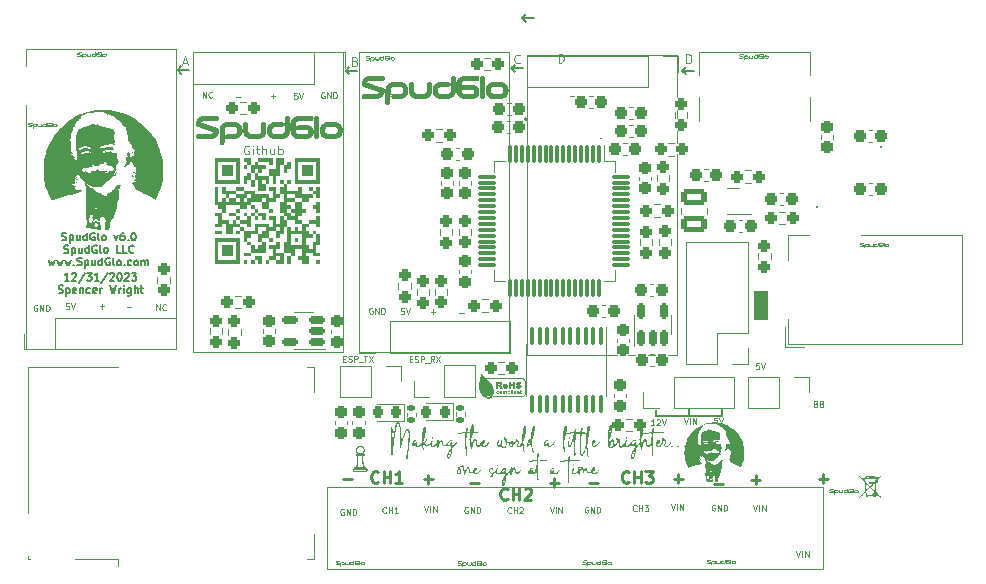
<source format=gto>
G04 #@! TF.GenerationSoftware,KiCad,Pcbnew,7.0.2-0*
G04 #@! TF.CreationDate,2023-12-31T00:12:16-06:00*
G04 #@! TF.ProjectId,spudglo_driver_v6p0,73707564-676c-46f5-9f64-72697665725f,rev?*
G04 #@! TF.SameCoordinates,Original*
G04 #@! TF.FileFunction,Legend,Top*
G04 #@! TF.FilePolarity,Positive*
%FSLAX46Y46*%
G04 Gerber Fmt 4.6, Leading zero omitted, Abs format (unit mm)*
G04 Created by KiCad (PCBNEW 7.0.2-0) date 2023-12-31 00:12:16*
%MOMM*%
%LPD*%
G01*
G04 APERTURE LIST*
G04 Aperture macros list*
%AMRoundRect*
0 Rectangle with rounded corners*
0 $1 Rounding radius*
0 $2 $3 $4 $5 $6 $7 $8 $9 X,Y pos of 4 corners*
0 Add a 4 corners polygon primitive as box body*
4,1,4,$2,$3,$4,$5,$6,$7,$8,$9,$2,$3,0*
0 Add four circle primitives for the rounded corners*
1,1,$1+$1,$2,$3*
1,1,$1+$1,$4,$5*
1,1,$1+$1,$6,$7*
1,1,$1+$1,$8,$9*
0 Add four rect primitives between the rounded corners*
20,1,$1+$1,$2,$3,$4,$5,0*
20,1,$1+$1,$4,$5,$6,$7,0*
20,1,$1+$1,$6,$7,$8,$9,0*
20,1,$1+$1,$8,$9,$2,$3,0*%
G04 Aperture macros list end*
%ADD10C,0.150000*%
%ADD11C,0.120000*%
%ADD12C,0.100000*%
%ADD13C,0.250000*%
%ADD14C,0.125000*%
%ADD15C,0.162500*%
%ADD16C,0.200000*%
%ADD17RoundRect,0.237500X0.237500X-0.250000X0.237500X0.250000X-0.237500X0.250000X-0.237500X-0.250000X0*%
%ADD18RoundRect,0.237500X-0.300000X-0.237500X0.300000X-0.237500X0.300000X0.237500X-0.300000X0.237500X0*%
%ADD19R,1.700000X1.700000*%
%ADD20O,1.700000X1.700000*%
%ADD21R,1.140000X0.575000*%
%ADD22RoundRect,0.075000X-0.075000X0.700000X-0.075000X-0.700000X0.075000X-0.700000X0.075000X0.700000X0*%
%ADD23RoundRect,0.075000X-0.700000X0.075000X-0.700000X-0.075000X0.700000X-0.075000X0.700000X0.075000X0*%
%ADD24RoundRect,0.237500X0.300000X0.237500X-0.300000X0.237500X-0.300000X-0.237500X0.300000X-0.237500X0*%
%ADD25RoundRect,0.237500X0.237500X-0.300000X0.237500X0.300000X-0.237500X0.300000X-0.237500X-0.300000X0*%
%ADD26RoundRect,0.237500X-0.250000X-0.237500X0.250000X-0.237500X0.250000X0.237500X-0.250000X0.237500X0*%
%ADD27C,5.500000*%
%ADD28R,4.000000X3.000000*%
%ADD29R,1.200000X1.000000*%
%ADD30RoundRect,0.237500X-0.237500X0.250000X-0.237500X-0.250000X0.237500X-0.250000X0.237500X0.250000X0*%
%ADD31RoundRect,0.237500X0.250000X0.237500X-0.250000X0.237500X-0.250000X-0.237500X0.250000X-0.237500X0*%
%ADD32C,2.000000*%
%ADD33RoundRect,0.150000X0.150000X-0.512500X0.150000X0.512500X-0.150000X0.512500X-0.150000X-0.512500X0*%
%ADD34RoundRect,0.218750X0.218750X0.256250X-0.218750X0.256250X-0.218750X-0.256250X0.218750X-0.256250X0*%
%ADD35RoundRect,0.135000X-0.185000X0.135000X-0.185000X-0.135000X0.185000X-0.135000X0.185000X0.135000X0*%
%ADD36R,1.800000X4.400000*%
%ADD37O,1.800000X4.000000*%
%ADD38O,4.000000X1.800000*%
%ADD39C,0.650000*%
%ADD40R,0.600000X1.450000*%
%ADD41R,0.300000X1.450000*%
%ADD42O,1.000000X2.100000*%
%ADD43O,1.000000X1.600000*%
%ADD44R,1.000000X2.500000*%
%ADD45R,1.800000X1.000000*%
%ADD46RoundRect,0.237500X-0.237500X0.300000X-0.237500X-0.300000X0.237500X-0.300000X0.237500X0.300000X0*%
%ADD47R,0.400000X0.470000*%
%ADD48R,1.700000X0.950000*%
%ADD49R,0.300000X0.625000*%
%ADD50R,0.625000X0.300000*%
%ADD51RoundRect,0.250001X0.849999X-0.462499X0.849999X0.462499X-0.849999X0.462499X-0.849999X-0.462499X0*%
%ADD52R,0.500000X0.250000*%
%ADD53R,0.900000X1.600000*%
%ADD54RoundRect,0.150000X0.512500X0.150000X-0.512500X0.150000X-0.512500X-0.150000X0.512500X-0.150000X0*%
%ADD55RoundRect,0.100000X-0.100000X0.637500X-0.100000X-0.637500X0.100000X-0.637500X0.100000X0.637500X0*%
G04 APERTURE END LIST*
D10*
X96375000Y-135640000D02*
X96675000Y-135940000D01*
D11*
X82034462Y-133820308D02*
X82034466Y-159220303D01*
X110239189Y-134080009D02*
X110239192Y-159480021D01*
D10*
X125170000Y-135330000D02*
X124860000Y-135640000D01*
D11*
X111700055Y-159749987D02*
X111700056Y-134349984D01*
D10*
X97365000Y-135640000D02*
X96375000Y-135640000D01*
D11*
X69334473Y-159220305D02*
X69334467Y-133820317D01*
X96187671Y-159494209D02*
X83487684Y-159494195D01*
D10*
X125850000Y-135640000D02*
X124860000Y-135640000D01*
D11*
X124400024Y-134349988D02*
X124400053Y-159749996D01*
D10*
X125473999Y-164207000D02*
X125476998Y-164889999D01*
X111350000Y-131190000D02*
X111650000Y-131490000D01*
X110715000Y-135135000D02*
X110405000Y-135445000D01*
X111395000Y-135445000D02*
X110405000Y-135445000D01*
D11*
X124400053Y-159749996D02*
X111700055Y-159749987D01*
X96187694Y-134094189D02*
X96187671Y-159494209D01*
X97539213Y-134080013D02*
X110239189Y-134080009D01*
D10*
X111660000Y-130880000D02*
X111350000Y-131190000D01*
X124860000Y-135640000D02*
X125160000Y-135940000D01*
D12*
X131736396Y-154293198D02*
X131720994Y-154297789D01*
X132051191Y-154297796D01*
X132041196Y-156629997D01*
X130970001Y-156629999D01*
X130969996Y-154293195D01*
X131736396Y-154293198D01*
G36*
X131736396Y-154293198D02*
G01*
X131720994Y-154297789D01*
X132051191Y-154297796D01*
X132041196Y-156629997D01*
X130970001Y-156629999D01*
X130969996Y-154293195D01*
X131736396Y-154293198D01*
G37*
D11*
X83487697Y-134094198D02*
X96187694Y-134094189D01*
X111700056Y-134349984D02*
X124400024Y-134349988D01*
D10*
X125476998Y-164889999D02*
X122683002Y-164890000D01*
D11*
X110239192Y-159480021D02*
X97539187Y-159480004D01*
D10*
X122683002Y-164890000D02*
X122679997Y-164333998D01*
X82465000Y-135280000D02*
X82155000Y-135590000D01*
X128218500Y-164228500D02*
X128230000Y-164880000D01*
X83145000Y-135590000D02*
X82155000Y-135590000D01*
D11*
X69334467Y-133820317D02*
X82034462Y-133820308D01*
D10*
X128230000Y-164880000D02*
X125436004Y-164880001D01*
X112340000Y-131190000D02*
X111350000Y-131190000D01*
D11*
X83487684Y-159494195D02*
X83487697Y-134094198D01*
X97539187Y-159480004D02*
X97539213Y-134080013D01*
D10*
X82155000Y-135590000D02*
X82455000Y-135890000D01*
X122683002Y-164890000D02*
X122679997Y-164333998D01*
D11*
X82034466Y-159220303D02*
X69334473Y-159220305D01*
D10*
X96685000Y-135330000D02*
X96375000Y-135640000D01*
X110405000Y-135445000D02*
X110705000Y-135745000D01*
D13*
X120371530Y-170443382D02*
X120323911Y-170491002D01*
X120323911Y-170491002D02*
X120181054Y-170538621D01*
X120181054Y-170538621D02*
X120085816Y-170538621D01*
X120085816Y-170538621D02*
X119942959Y-170491002D01*
X119942959Y-170491002D02*
X119847721Y-170395763D01*
X119847721Y-170395763D02*
X119800102Y-170300525D01*
X119800102Y-170300525D02*
X119752483Y-170110049D01*
X119752483Y-170110049D02*
X119752483Y-169967192D01*
X119752483Y-169967192D02*
X119800102Y-169776716D01*
X119800102Y-169776716D02*
X119847721Y-169681478D01*
X119847721Y-169681478D02*
X119942959Y-169586240D01*
X119942959Y-169586240D02*
X120085816Y-169538621D01*
X120085816Y-169538621D02*
X120181054Y-169538621D01*
X120181054Y-169538621D02*
X120323911Y-169586240D01*
X120323911Y-169586240D02*
X120371530Y-169633859D01*
X120800102Y-170538621D02*
X120800102Y-169538621D01*
X120800102Y-170014811D02*
X121371530Y-170014811D01*
X121371530Y-170538621D02*
X121371530Y-169538621D01*
X121752483Y-169538621D02*
X122371530Y-169538621D01*
X122371530Y-169538621D02*
X122038197Y-169919573D01*
X122038197Y-169919573D02*
X122181054Y-169919573D01*
X122181054Y-169919573D02*
X122276292Y-169967192D01*
X122276292Y-169967192D02*
X122323911Y-170014811D01*
X122323911Y-170014811D02*
X122371530Y-170110049D01*
X122371530Y-170110049D02*
X122371530Y-170348144D01*
X122371530Y-170348144D02*
X122323911Y-170443382D01*
X122323911Y-170443382D02*
X122276292Y-170491002D01*
X122276292Y-170491002D02*
X122181054Y-170538621D01*
X122181054Y-170538621D02*
X121895340Y-170538621D01*
X121895340Y-170538621D02*
X121800102Y-170491002D01*
X121800102Y-170491002D02*
X121752483Y-170443382D01*
D14*
X122520477Y-165651309D02*
X122234763Y-165651309D01*
X122377620Y-165651309D02*
X122377620Y-165151309D01*
X122377620Y-165151309D02*
X122330001Y-165222738D01*
X122330001Y-165222738D02*
X122282382Y-165270357D01*
X122282382Y-165270357D02*
X122234763Y-165294166D01*
X122710953Y-165198928D02*
X122734762Y-165175119D01*
X122734762Y-165175119D02*
X122782381Y-165151309D01*
X122782381Y-165151309D02*
X122901429Y-165151309D01*
X122901429Y-165151309D02*
X122949048Y-165175119D01*
X122949048Y-165175119D02*
X122972857Y-165198928D01*
X122972857Y-165198928D02*
X122996667Y-165246547D01*
X122996667Y-165246547D02*
X122996667Y-165294166D01*
X122996667Y-165294166D02*
X122972857Y-165365595D01*
X122972857Y-165365595D02*
X122687143Y-165651309D01*
X122687143Y-165651309D02*
X122996667Y-165651309D01*
X123139524Y-165151309D02*
X123306190Y-165651309D01*
X123306190Y-165651309D02*
X123472857Y-165151309D01*
D13*
X116949048Y-170548333D02*
X117710953Y-170548333D01*
D15*
X72968094Y-153424202D02*
X72596665Y-153424202D01*
X72782379Y-153424202D02*
X72782379Y-152774202D01*
X72782379Y-152774202D02*
X72720475Y-152867059D01*
X72720475Y-152867059D02*
X72658570Y-152928964D01*
X72658570Y-152928964D02*
X72596665Y-152959916D01*
X73215713Y-152836107D02*
X73246665Y-152805154D01*
X73246665Y-152805154D02*
X73308570Y-152774202D01*
X73308570Y-152774202D02*
X73463332Y-152774202D01*
X73463332Y-152774202D02*
X73525237Y-152805154D01*
X73525237Y-152805154D02*
X73556189Y-152836107D01*
X73556189Y-152836107D02*
X73587142Y-152898011D01*
X73587142Y-152898011D02*
X73587142Y-152959916D01*
X73587142Y-152959916D02*
X73556189Y-153052773D01*
X73556189Y-153052773D02*
X73184761Y-153424202D01*
X73184761Y-153424202D02*
X73587142Y-153424202D01*
X74329999Y-152743250D02*
X73772856Y-153578964D01*
X74484761Y-152774202D02*
X74887142Y-152774202D01*
X74887142Y-152774202D02*
X74670475Y-153021821D01*
X74670475Y-153021821D02*
X74763332Y-153021821D01*
X74763332Y-153021821D02*
X74825237Y-153052773D01*
X74825237Y-153052773D02*
X74856189Y-153083726D01*
X74856189Y-153083726D02*
X74887142Y-153145630D01*
X74887142Y-153145630D02*
X74887142Y-153300392D01*
X74887142Y-153300392D02*
X74856189Y-153362297D01*
X74856189Y-153362297D02*
X74825237Y-153393250D01*
X74825237Y-153393250D02*
X74763332Y-153424202D01*
X74763332Y-153424202D02*
X74577618Y-153424202D01*
X74577618Y-153424202D02*
X74515713Y-153393250D01*
X74515713Y-153393250D02*
X74484761Y-153362297D01*
X75506190Y-153424202D02*
X75134761Y-153424202D01*
X75320475Y-153424202D02*
X75320475Y-152774202D01*
X75320475Y-152774202D02*
X75258571Y-152867059D01*
X75258571Y-152867059D02*
X75196666Y-152928964D01*
X75196666Y-152928964D02*
X75134761Y-152959916D01*
X76249047Y-152743250D02*
X75691904Y-153578964D01*
X76434761Y-152836107D02*
X76465713Y-152805154D01*
X76465713Y-152805154D02*
X76527618Y-152774202D01*
X76527618Y-152774202D02*
X76682380Y-152774202D01*
X76682380Y-152774202D02*
X76744285Y-152805154D01*
X76744285Y-152805154D02*
X76775237Y-152836107D01*
X76775237Y-152836107D02*
X76806190Y-152898011D01*
X76806190Y-152898011D02*
X76806190Y-152959916D01*
X76806190Y-152959916D02*
X76775237Y-153052773D01*
X76775237Y-153052773D02*
X76403809Y-153424202D01*
X76403809Y-153424202D02*
X76806190Y-153424202D01*
X77208571Y-152774202D02*
X77270476Y-152774202D01*
X77270476Y-152774202D02*
X77332380Y-152805154D01*
X77332380Y-152805154D02*
X77363333Y-152836107D01*
X77363333Y-152836107D02*
X77394285Y-152898011D01*
X77394285Y-152898011D02*
X77425238Y-153021821D01*
X77425238Y-153021821D02*
X77425238Y-153176583D01*
X77425238Y-153176583D02*
X77394285Y-153300392D01*
X77394285Y-153300392D02*
X77363333Y-153362297D01*
X77363333Y-153362297D02*
X77332380Y-153393250D01*
X77332380Y-153393250D02*
X77270476Y-153424202D01*
X77270476Y-153424202D02*
X77208571Y-153424202D01*
X77208571Y-153424202D02*
X77146666Y-153393250D01*
X77146666Y-153393250D02*
X77115714Y-153362297D01*
X77115714Y-153362297D02*
X77084761Y-153300392D01*
X77084761Y-153300392D02*
X77053809Y-153176583D01*
X77053809Y-153176583D02*
X77053809Y-153021821D01*
X77053809Y-153021821D02*
X77084761Y-152898011D01*
X77084761Y-152898011D02*
X77115714Y-152836107D01*
X77115714Y-152836107D02*
X77146666Y-152805154D01*
X77146666Y-152805154D02*
X77208571Y-152774202D01*
X77672857Y-152836107D02*
X77703809Y-152805154D01*
X77703809Y-152805154D02*
X77765714Y-152774202D01*
X77765714Y-152774202D02*
X77920476Y-152774202D01*
X77920476Y-152774202D02*
X77982381Y-152805154D01*
X77982381Y-152805154D02*
X78013333Y-152836107D01*
X78013333Y-152836107D02*
X78044286Y-152898011D01*
X78044286Y-152898011D02*
X78044286Y-152959916D01*
X78044286Y-152959916D02*
X78013333Y-153052773D01*
X78013333Y-153052773D02*
X77641905Y-153424202D01*
X77641905Y-153424202D02*
X78044286Y-153424202D01*
X78260953Y-152774202D02*
X78663334Y-152774202D01*
X78663334Y-152774202D02*
X78446667Y-153021821D01*
X78446667Y-153021821D02*
X78539524Y-153021821D01*
X78539524Y-153021821D02*
X78601429Y-153052773D01*
X78601429Y-153052773D02*
X78632381Y-153083726D01*
X78632381Y-153083726D02*
X78663334Y-153145630D01*
X78663334Y-153145630D02*
X78663334Y-153300392D01*
X78663334Y-153300392D02*
X78632381Y-153362297D01*
X78632381Y-153362297D02*
X78601429Y-153393250D01*
X78601429Y-153393250D02*
X78539524Y-153424202D01*
X78539524Y-153424202D02*
X78353810Y-153424202D01*
X78353810Y-153424202D02*
X78291905Y-153393250D01*
X78291905Y-153393250D02*
X78260953Y-153362297D01*
X72070476Y-154446250D02*
X72163333Y-154477202D01*
X72163333Y-154477202D02*
X72318095Y-154477202D01*
X72318095Y-154477202D02*
X72380000Y-154446250D01*
X72380000Y-154446250D02*
X72410952Y-154415297D01*
X72410952Y-154415297D02*
X72441905Y-154353392D01*
X72441905Y-154353392D02*
X72441905Y-154291488D01*
X72441905Y-154291488D02*
X72410952Y-154229583D01*
X72410952Y-154229583D02*
X72380000Y-154198630D01*
X72380000Y-154198630D02*
X72318095Y-154167678D01*
X72318095Y-154167678D02*
X72194286Y-154136726D01*
X72194286Y-154136726D02*
X72132381Y-154105773D01*
X72132381Y-154105773D02*
X72101428Y-154074821D01*
X72101428Y-154074821D02*
X72070476Y-154012916D01*
X72070476Y-154012916D02*
X72070476Y-153951011D01*
X72070476Y-153951011D02*
X72101428Y-153889107D01*
X72101428Y-153889107D02*
X72132381Y-153858154D01*
X72132381Y-153858154D02*
X72194286Y-153827202D01*
X72194286Y-153827202D02*
X72349047Y-153827202D01*
X72349047Y-153827202D02*
X72441905Y-153858154D01*
X72720476Y-154043869D02*
X72720476Y-154693869D01*
X72720476Y-154074821D02*
X72782381Y-154043869D01*
X72782381Y-154043869D02*
X72906191Y-154043869D01*
X72906191Y-154043869D02*
X72968095Y-154074821D01*
X72968095Y-154074821D02*
X72999048Y-154105773D01*
X72999048Y-154105773D02*
X73030000Y-154167678D01*
X73030000Y-154167678D02*
X73030000Y-154353392D01*
X73030000Y-154353392D02*
X72999048Y-154415297D01*
X72999048Y-154415297D02*
X72968095Y-154446250D01*
X72968095Y-154446250D02*
X72906191Y-154477202D01*
X72906191Y-154477202D02*
X72782381Y-154477202D01*
X72782381Y-154477202D02*
X72720476Y-154446250D01*
X73556190Y-154446250D02*
X73494286Y-154477202D01*
X73494286Y-154477202D02*
X73370476Y-154477202D01*
X73370476Y-154477202D02*
X73308571Y-154446250D01*
X73308571Y-154446250D02*
X73277619Y-154384345D01*
X73277619Y-154384345D02*
X73277619Y-154136726D01*
X73277619Y-154136726D02*
X73308571Y-154074821D01*
X73308571Y-154074821D02*
X73370476Y-154043869D01*
X73370476Y-154043869D02*
X73494286Y-154043869D01*
X73494286Y-154043869D02*
X73556190Y-154074821D01*
X73556190Y-154074821D02*
X73587143Y-154136726D01*
X73587143Y-154136726D02*
X73587143Y-154198630D01*
X73587143Y-154198630D02*
X73277619Y-154260535D01*
X73865714Y-154043869D02*
X73865714Y-154477202D01*
X73865714Y-154105773D02*
X73896667Y-154074821D01*
X73896667Y-154074821D02*
X73958572Y-154043869D01*
X73958572Y-154043869D02*
X74051429Y-154043869D01*
X74051429Y-154043869D02*
X74113333Y-154074821D01*
X74113333Y-154074821D02*
X74144286Y-154136726D01*
X74144286Y-154136726D02*
X74144286Y-154477202D01*
X74732381Y-154446250D02*
X74670476Y-154477202D01*
X74670476Y-154477202D02*
X74546667Y-154477202D01*
X74546667Y-154477202D02*
X74484762Y-154446250D01*
X74484762Y-154446250D02*
X74453809Y-154415297D01*
X74453809Y-154415297D02*
X74422857Y-154353392D01*
X74422857Y-154353392D02*
X74422857Y-154167678D01*
X74422857Y-154167678D02*
X74453809Y-154105773D01*
X74453809Y-154105773D02*
X74484762Y-154074821D01*
X74484762Y-154074821D02*
X74546667Y-154043869D01*
X74546667Y-154043869D02*
X74670476Y-154043869D01*
X74670476Y-154043869D02*
X74732381Y-154074821D01*
X75258571Y-154446250D02*
X75196667Y-154477202D01*
X75196667Y-154477202D02*
X75072857Y-154477202D01*
X75072857Y-154477202D02*
X75010952Y-154446250D01*
X75010952Y-154446250D02*
X74980000Y-154384345D01*
X74980000Y-154384345D02*
X74980000Y-154136726D01*
X74980000Y-154136726D02*
X75010952Y-154074821D01*
X75010952Y-154074821D02*
X75072857Y-154043869D01*
X75072857Y-154043869D02*
X75196667Y-154043869D01*
X75196667Y-154043869D02*
X75258571Y-154074821D01*
X75258571Y-154074821D02*
X75289524Y-154136726D01*
X75289524Y-154136726D02*
X75289524Y-154198630D01*
X75289524Y-154198630D02*
X74980000Y-154260535D01*
X75568095Y-154477202D02*
X75568095Y-154043869D01*
X75568095Y-154167678D02*
X75599048Y-154105773D01*
X75599048Y-154105773D02*
X75630000Y-154074821D01*
X75630000Y-154074821D02*
X75691905Y-154043869D01*
X75691905Y-154043869D02*
X75753810Y-154043869D01*
X76403810Y-153827202D02*
X76558572Y-154477202D01*
X76558572Y-154477202D02*
X76682381Y-154012916D01*
X76682381Y-154012916D02*
X76806191Y-154477202D01*
X76806191Y-154477202D02*
X76960953Y-153827202D01*
X77208571Y-154477202D02*
X77208571Y-154043869D01*
X77208571Y-154167678D02*
X77239524Y-154105773D01*
X77239524Y-154105773D02*
X77270476Y-154074821D01*
X77270476Y-154074821D02*
X77332381Y-154043869D01*
X77332381Y-154043869D02*
X77394286Y-154043869D01*
X77610952Y-154477202D02*
X77610952Y-154043869D01*
X77610952Y-153827202D02*
X77580000Y-153858154D01*
X77580000Y-153858154D02*
X77610952Y-153889107D01*
X77610952Y-153889107D02*
X77641905Y-153858154D01*
X77641905Y-153858154D02*
X77610952Y-153827202D01*
X77610952Y-153827202D02*
X77610952Y-153889107D01*
X78199048Y-154043869D02*
X78199048Y-154570059D01*
X78199048Y-154570059D02*
X78168095Y-154631964D01*
X78168095Y-154631964D02*
X78137143Y-154662916D01*
X78137143Y-154662916D02*
X78075238Y-154693869D01*
X78075238Y-154693869D02*
X77982381Y-154693869D01*
X77982381Y-154693869D02*
X77920476Y-154662916D01*
X78199048Y-154446250D02*
X78137143Y-154477202D01*
X78137143Y-154477202D02*
X78013334Y-154477202D01*
X78013334Y-154477202D02*
X77951429Y-154446250D01*
X77951429Y-154446250D02*
X77920476Y-154415297D01*
X77920476Y-154415297D02*
X77889524Y-154353392D01*
X77889524Y-154353392D02*
X77889524Y-154167678D01*
X77889524Y-154167678D02*
X77920476Y-154105773D01*
X77920476Y-154105773D02*
X77951429Y-154074821D01*
X77951429Y-154074821D02*
X78013334Y-154043869D01*
X78013334Y-154043869D02*
X78137143Y-154043869D01*
X78137143Y-154043869D02*
X78199048Y-154074821D01*
X78508571Y-154477202D02*
X78508571Y-153827202D01*
X78787143Y-154477202D02*
X78787143Y-154136726D01*
X78787143Y-154136726D02*
X78756190Y-154074821D01*
X78756190Y-154074821D02*
X78694286Y-154043869D01*
X78694286Y-154043869D02*
X78601429Y-154043869D01*
X78601429Y-154043869D02*
X78539524Y-154074821D01*
X78539524Y-154074821D02*
X78508571Y-154105773D01*
X79003809Y-154043869D02*
X79251428Y-154043869D01*
X79096666Y-153827202D02*
X79096666Y-154384345D01*
X79096666Y-154384345D02*
X79127619Y-154446250D01*
X79127619Y-154446250D02*
X79189524Y-154477202D01*
X79189524Y-154477202D02*
X79251428Y-154477202D01*
D13*
X103009048Y-170248333D02*
X103770953Y-170248333D01*
X103390000Y-169867380D02*
X103390000Y-170629285D01*
X136419048Y-170188333D02*
X137180953Y-170188333D01*
X136800000Y-169807380D02*
X136800000Y-170569285D01*
X96170055Y-170248333D02*
X96931960Y-170248333D01*
D14*
X110384761Y-173053690D02*
X110360952Y-173077500D01*
X110360952Y-173077500D02*
X110289523Y-173101309D01*
X110289523Y-173101309D02*
X110241904Y-173101309D01*
X110241904Y-173101309D02*
X110170476Y-173077500D01*
X110170476Y-173077500D02*
X110122857Y-173029880D01*
X110122857Y-173029880D02*
X110099047Y-172982261D01*
X110099047Y-172982261D02*
X110075238Y-172887023D01*
X110075238Y-172887023D02*
X110075238Y-172815595D01*
X110075238Y-172815595D02*
X110099047Y-172720357D01*
X110099047Y-172720357D02*
X110122857Y-172672738D01*
X110122857Y-172672738D02*
X110170476Y-172625119D01*
X110170476Y-172625119D02*
X110241904Y-172601309D01*
X110241904Y-172601309D02*
X110289523Y-172601309D01*
X110289523Y-172601309D02*
X110360952Y-172625119D01*
X110360952Y-172625119D02*
X110384761Y-172648928D01*
X110599047Y-173101309D02*
X110599047Y-172601309D01*
X110599047Y-172839404D02*
X110884761Y-172839404D01*
X110884761Y-173101309D02*
X110884761Y-172601309D01*
X111099048Y-172648928D02*
X111122857Y-172625119D01*
X111122857Y-172625119D02*
X111170476Y-172601309D01*
X111170476Y-172601309D02*
X111289524Y-172601309D01*
X111289524Y-172601309D02*
X111337143Y-172625119D01*
X111337143Y-172625119D02*
X111360952Y-172648928D01*
X111360952Y-172648928D02*
X111384762Y-172696547D01*
X111384762Y-172696547D02*
X111384762Y-172744166D01*
X111384762Y-172744166D02*
X111360952Y-172815595D01*
X111360952Y-172815595D02*
X111075238Y-173101309D01*
X111075238Y-173101309D02*
X111384762Y-173101309D01*
X75569523Y-155590833D02*
X75950476Y-155590833D01*
X75759999Y-155781309D02*
X75759999Y-155400357D01*
X72964762Y-155341309D02*
X72726667Y-155341309D01*
X72726667Y-155341309D02*
X72702858Y-155579404D01*
X72702858Y-155579404D02*
X72726667Y-155555595D01*
X72726667Y-155555595D02*
X72774286Y-155531785D01*
X72774286Y-155531785D02*
X72893334Y-155531785D01*
X72893334Y-155531785D02*
X72940953Y-155555595D01*
X72940953Y-155555595D02*
X72964762Y-155579404D01*
X72964762Y-155579404D02*
X72988572Y-155627023D01*
X72988572Y-155627023D02*
X72988572Y-155746071D01*
X72988572Y-155746071D02*
X72964762Y-155793690D01*
X72964762Y-155793690D02*
X72940953Y-155817500D01*
X72940953Y-155817500D02*
X72893334Y-155841309D01*
X72893334Y-155841309D02*
X72774286Y-155841309D01*
X72774286Y-155841309D02*
X72726667Y-155817500D01*
X72726667Y-155817500D02*
X72702858Y-155793690D01*
X73131429Y-155341309D02*
X73298095Y-155841309D01*
X73298095Y-155841309D02*
X73464762Y-155341309D01*
D13*
X124159048Y-170198333D02*
X124920953Y-170198333D01*
X124540000Y-169817380D02*
X124540000Y-170579285D01*
D14*
X96179047Y-160016904D02*
X96345714Y-160016904D01*
X96417142Y-160278809D02*
X96179047Y-160278809D01*
X96179047Y-160278809D02*
X96179047Y-159778809D01*
X96179047Y-159778809D02*
X96417142Y-159778809D01*
X96607619Y-160255000D02*
X96679047Y-160278809D01*
X96679047Y-160278809D02*
X96798095Y-160278809D01*
X96798095Y-160278809D02*
X96845714Y-160255000D01*
X96845714Y-160255000D02*
X96869523Y-160231190D01*
X96869523Y-160231190D02*
X96893333Y-160183571D01*
X96893333Y-160183571D02*
X96893333Y-160135952D01*
X96893333Y-160135952D02*
X96869523Y-160088333D01*
X96869523Y-160088333D02*
X96845714Y-160064523D01*
X96845714Y-160064523D02*
X96798095Y-160040714D01*
X96798095Y-160040714D02*
X96702857Y-160016904D01*
X96702857Y-160016904D02*
X96655238Y-159993095D01*
X96655238Y-159993095D02*
X96631428Y-159969285D01*
X96631428Y-159969285D02*
X96607619Y-159921666D01*
X96607619Y-159921666D02*
X96607619Y-159874047D01*
X96607619Y-159874047D02*
X96631428Y-159826428D01*
X96631428Y-159826428D02*
X96655238Y-159802619D01*
X96655238Y-159802619D02*
X96702857Y-159778809D01*
X96702857Y-159778809D02*
X96821904Y-159778809D01*
X96821904Y-159778809D02*
X96893333Y-159802619D01*
X97107618Y-160278809D02*
X97107618Y-159778809D01*
X97107618Y-159778809D02*
X97298094Y-159778809D01*
X97298094Y-159778809D02*
X97345713Y-159802619D01*
X97345713Y-159802619D02*
X97369523Y-159826428D01*
X97369523Y-159826428D02*
X97393332Y-159874047D01*
X97393332Y-159874047D02*
X97393332Y-159945476D01*
X97393332Y-159945476D02*
X97369523Y-159993095D01*
X97369523Y-159993095D02*
X97345713Y-160016904D01*
X97345713Y-160016904D02*
X97298094Y-160040714D01*
X97298094Y-160040714D02*
X97107618Y-160040714D01*
X97488571Y-160326428D02*
X97869523Y-160326428D01*
X97917142Y-159778809D02*
X98202856Y-159778809D01*
X98059999Y-160278809D02*
X98059999Y-159778809D01*
X98321903Y-159778809D02*
X98655236Y-160278809D01*
X98655236Y-159778809D02*
X98321903Y-160278809D01*
X114432759Y-134963214D02*
X114432759Y-134213214D01*
X114432759Y-134213214D02*
X114611330Y-134213214D01*
X114611330Y-134213214D02*
X114718473Y-134248928D01*
X114718473Y-134248928D02*
X114789902Y-134320357D01*
X114789902Y-134320357D02*
X114825616Y-134391785D01*
X114825616Y-134391785D02*
X114861330Y-134534642D01*
X114861330Y-134534642D02*
X114861330Y-134641785D01*
X114861330Y-134641785D02*
X114825616Y-134784642D01*
X114825616Y-134784642D02*
X114789902Y-134856071D01*
X114789902Y-134856071D02*
X114718473Y-134927500D01*
X114718473Y-134927500D02*
X114611330Y-134963214D01*
X114611330Y-134963214D02*
X114432759Y-134963214D01*
X115372117Y-137793742D02*
X115753070Y-137793742D01*
D13*
X127599048Y-170598333D02*
X128360953Y-170598333D01*
D14*
X87109523Y-137880833D02*
X87490476Y-137880833D01*
D13*
X106879048Y-170548333D02*
X107640953Y-170548333D01*
D14*
X99804761Y-173043690D02*
X99780952Y-173067500D01*
X99780952Y-173067500D02*
X99709523Y-173091309D01*
X99709523Y-173091309D02*
X99661904Y-173091309D01*
X99661904Y-173091309D02*
X99590476Y-173067500D01*
X99590476Y-173067500D02*
X99542857Y-173019880D01*
X99542857Y-173019880D02*
X99519047Y-172972261D01*
X99519047Y-172972261D02*
X99495238Y-172877023D01*
X99495238Y-172877023D02*
X99495238Y-172805595D01*
X99495238Y-172805595D02*
X99519047Y-172710357D01*
X99519047Y-172710357D02*
X99542857Y-172662738D01*
X99542857Y-172662738D02*
X99590476Y-172615119D01*
X99590476Y-172615119D02*
X99661904Y-172591309D01*
X99661904Y-172591309D02*
X99709523Y-172591309D01*
X99709523Y-172591309D02*
X99780952Y-172615119D01*
X99780952Y-172615119D02*
X99804761Y-172638928D01*
X100019047Y-173091309D02*
X100019047Y-172591309D01*
X100019047Y-172829404D02*
X100304761Y-172829404D01*
X100304761Y-173091309D02*
X100304761Y-172591309D01*
X100804762Y-173091309D02*
X100519048Y-173091309D01*
X100661905Y-173091309D02*
X100661905Y-172591309D01*
X100661905Y-172591309D02*
X100614286Y-172662738D01*
X100614286Y-172662738D02*
X100566667Y-172710357D01*
X100566667Y-172710357D02*
X100519048Y-172734166D01*
X136195714Y-163839404D02*
X136267142Y-163863214D01*
X136267142Y-163863214D02*
X136290952Y-163887023D01*
X136290952Y-163887023D02*
X136314761Y-163934642D01*
X136314761Y-163934642D02*
X136314761Y-164006071D01*
X136314761Y-164006071D02*
X136290952Y-164053690D01*
X136290952Y-164053690D02*
X136267142Y-164077500D01*
X136267142Y-164077500D02*
X136219523Y-164101309D01*
X136219523Y-164101309D02*
X136029047Y-164101309D01*
X136029047Y-164101309D02*
X136029047Y-163601309D01*
X136029047Y-163601309D02*
X136195714Y-163601309D01*
X136195714Y-163601309D02*
X136243333Y-163625119D01*
X136243333Y-163625119D02*
X136267142Y-163648928D01*
X136267142Y-163648928D02*
X136290952Y-163696547D01*
X136290952Y-163696547D02*
X136290952Y-163744166D01*
X136290952Y-163744166D02*
X136267142Y-163791785D01*
X136267142Y-163791785D02*
X136243333Y-163815595D01*
X136243333Y-163815595D02*
X136195714Y-163839404D01*
X136195714Y-163839404D02*
X136029047Y-163839404D01*
X136695714Y-163839404D02*
X136767142Y-163863214D01*
X136767142Y-163863214D02*
X136790952Y-163887023D01*
X136790952Y-163887023D02*
X136814761Y-163934642D01*
X136814761Y-163934642D02*
X136814761Y-164006071D01*
X136814761Y-164006071D02*
X136790952Y-164053690D01*
X136790952Y-164053690D02*
X136767142Y-164077500D01*
X136767142Y-164077500D02*
X136719523Y-164101309D01*
X136719523Y-164101309D02*
X136529047Y-164101309D01*
X136529047Y-164101309D02*
X136529047Y-163601309D01*
X136529047Y-163601309D02*
X136695714Y-163601309D01*
X136695714Y-163601309D02*
X136743333Y-163625119D01*
X136743333Y-163625119D02*
X136767142Y-163648928D01*
X136767142Y-163648928D02*
X136790952Y-163696547D01*
X136790952Y-163696547D02*
X136790952Y-163744166D01*
X136790952Y-163744166D02*
X136767142Y-163791785D01*
X136767142Y-163791785D02*
X136743333Y-163815595D01*
X136743333Y-163815595D02*
X136695714Y-163839404D01*
X136695714Y-163839404D02*
X136529047Y-163839404D01*
X88181428Y-142023928D02*
X88110000Y-141988214D01*
X88110000Y-141988214D02*
X88002857Y-141988214D01*
X88002857Y-141988214D02*
X87895714Y-142023928D01*
X87895714Y-142023928D02*
X87824285Y-142095357D01*
X87824285Y-142095357D02*
X87788571Y-142166785D01*
X87788571Y-142166785D02*
X87752857Y-142309642D01*
X87752857Y-142309642D02*
X87752857Y-142416785D01*
X87752857Y-142416785D02*
X87788571Y-142559642D01*
X87788571Y-142559642D02*
X87824285Y-142631071D01*
X87824285Y-142631071D02*
X87895714Y-142702500D01*
X87895714Y-142702500D02*
X88002857Y-142738214D01*
X88002857Y-142738214D02*
X88074285Y-142738214D01*
X88074285Y-142738214D02*
X88181428Y-142702500D01*
X88181428Y-142702500D02*
X88217142Y-142666785D01*
X88217142Y-142666785D02*
X88217142Y-142416785D01*
X88217142Y-142416785D02*
X88074285Y-142416785D01*
X88538571Y-142738214D02*
X88538571Y-142238214D01*
X88538571Y-141988214D02*
X88502857Y-142023928D01*
X88502857Y-142023928D02*
X88538571Y-142059642D01*
X88538571Y-142059642D02*
X88574285Y-142023928D01*
X88574285Y-142023928D02*
X88538571Y-141988214D01*
X88538571Y-141988214D02*
X88538571Y-142059642D01*
X88788571Y-142238214D02*
X89074285Y-142238214D01*
X88895714Y-141988214D02*
X88895714Y-142631071D01*
X88895714Y-142631071D02*
X88931428Y-142702500D01*
X88931428Y-142702500D02*
X89002857Y-142738214D01*
X89002857Y-142738214D02*
X89074285Y-142738214D01*
X89324285Y-142738214D02*
X89324285Y-141988214D01*
X89645714Y-142738214D02*
X89645714Y-142345357D01*
X89645714Y-142345357D02*
X89609999Y-142273928D01*
X89609999Y-142273928D02*
X89538571Y-142238214D01*
X89538571Y-142238214D02*
X89431428Y-142238214D01*
X89431428Y-142238214D02*
X89359999Y-142273928D01*
X89359999Y-142273928D02*
X89324285Y-142309642D01*
X90324285Y-142238214D02*
X90324285Y-142738214D01*
X90002856Y-142238214D02*
X90002856Y-142631071D01*
X90002856Y-142631071D02*
X90038570Y-142702500D01*
X90038570Y-142702500D02*
X90109999Y-142738214D01*
X90109999Y-142738214D02*
X90217142Y-142738214D01*
X90217142Y-142738214D02*
X90288570Y-142702500D01*
X90288570Y-142702500D02*
X90324285Y-142666785D01*
X90681427Y-142738214D02*
X90681427Y-141988214D01*
X90681427Y-142273928D02*
X90752856Y-142238214D01*
X90752856Y-142238214D02*
X90895713Y-142238214D01*
X90895713Y-142238214D02*
X90967141Y-142273928D01*
X90967141Y-142273928D02*
X91002856Y-142309642D01*
X91002856Y-142309642D02*
X91038570Y-142381071D01*
X91038570Y-142381071D02*
X91038570Y-142595357D01*
X91038570Y-142595357D02*
X91002856Y-142666785D01*
X91002856Y-142666785D02*
X90967141Y-142702500D01*
X90967141Y-142702500D02*
X90895713Y-142738214D01*
X90895713Y-142738214D02*
X90752856Y-142738214D01*
X90752856Y-142738214D02*
X90681427Y-142702500D01*
X90430476Y-137799166D02*
X90049524Y-137799166D01*
X90240000Y-137608690D02*
X90240000Y-137989642D01*
X127649047Y-172425119D02*
X127601428Y-172401309D01*
X127601428Y-172401309D02*
X127529999Y-172401309D01*
X127529999Y-172401309D02*
X127458571Y-172425119D01*
X127458571Y-172425119D02*
X127410952Y-172472738D01*
X127410952Y-172472738D02*
X127387142Y-172520357D01*
X127387142Y-172520357D02*
X127363333Y-172615595D01*
X127363333Y-172615595D02*
X127363333Y-172687023D01*
X127363333Y-172687023D02*
X127387142Y-172782261D01*
X127387142Y-172782261D02*
X127410952Y-172829880D01*
X127410952Y-172829880D02*
X127458571Y-172877500D01*
X127458571Y-172877500D02*
X127529999Y-172901309D01*
X127529999Y-172901309D02*
X127577618Y-172901309D01*
X127577618Y-172901309D02*
X127649047Y-172877500D01*
X127649047Y-172877500D02*
X127672856Y-172853690D01*
X127672856Y-172853690D02*
X127672856Y-172687023D01*
X127672856Y-172687023D02*
X127577618Y-172687023D01*
X127887142Y-172901309D02*
X127887142Y-172401309D01*
X127887142Y-172401309D02*
X128172856Y-172901309D01*
X128172856Y-172901309D02*
X128172856Y-172401309D01*
X128410952Y-172901309D02*
X128410952Y-172401309D01*
X128410952Y-172401309D02*
X128530000Y-172401309D01*
X128530000Y-172401309D02*
X128601428Y-172425119D01*
X128601428Y-172425119D02*
X128649047Y-172472738D01*
X128649047Y-172472738D02*
X128672857Y-172520357D01*
X128672857Y-172520357D02*
X128696666Y-172615595D01*
X128696666Y-172615595D02*
X128696666Y-172687023D01*
X128696666Y-172687023D02*
X128672857Y-172782261D01*
X128672857Y-172782261D02*
X128649047Y-172829880D01*
X128649047Y-172829880D02*
X128601428Y-172877500D01*
X128601428Y-172877500D02*
X128530000Y-172901309D01*
X128530000Y-172901309D02*
X128410952Y-172901309D01*
X116899047Y-172585119D02*
X116851428Y-172561309D01*
X116851428Y-172561309D02*
X116779999Y-172561309D01*
X116779999Y-172561309D02*
X116708571Y-172585119D01*
X116708571Y-172585119D02*
X116660952Y-172632738D01*
X116660952Y-172632738D02*
X116637142Y-172680357D01*
X116637142Y-172680357D02*
X116613333Y-172775595D01*
X116613333Y-172775595D02*
X116613333Y-172847023D01*
X116613333Y-172847023D02*
X116637142Y-172942261D01*
X116637142Y-172942261D02*
X116660952Y-172989880D01*
X116660952Y-172989880D02*
X116708571Y-173037500D01*
X116708571Y-173037500D02*
X116779999Y-173061309D01*
X116779999Y-173061309D02*
X116827618Y-173061309D01*
X116827618Y-173061309D02*
X116899047Y-173037500D01*
X116899047Y-173037500D02*
X116922856Y-173013690D01*
X116922856Y-173013690D02*
X116922856Y-172847023D01*
X116922856Y-172847023D02*
X116827618Y-172847023D01*
X117137142Y-173061309D02*
X117137142Y-172561309D01*
X117137142Y-172561309D02*
X117422856Y-173061309D01*
X117422856Y-173061309D02*
X117422856Y-172561309D01*
X117660952Y-173061309D02*
X117660952Y-172561309D01*
X117660952Y-172561309D02*
X117780000Y-172561309D01*
X117780000Y-172561309D02*
X117851428Y-172585119D01*
X117851428Y-172585119D02*
X117899047Y-172632738D01*
X117899047Y-172632738D02*
X117922857Y-172680357D01*
X117922857Y-172680357D02*
X117946666Y-172775595D01*
X117946666Y-172775595D02*
X117946666Y-172847023D01*
X117946666Y-172847023D02*
X117922857Y-172942261D01*
X117922857Y-172942261D02*
X117899047Y-172989880D01*
X117899047Y-172989880D02*
X117851428Y-173037500D01*
X117851428Y-173037500D02*
X117780000Y-173061309D01*
X117780000Y-173061309D02*
X117660952Y-173061309D01*
X131374762Y-160411309D02*
X131136667Y-160411309D01*
X131136667Y-160411309D02*
X131112858Y-160649404D01*
X131112858Y-160649404D02*
X131136667Y-160625595D01*
X131136667Y-160625595D02*
X131184286Y-160601785D01*
X131184286Y-160601785D02*
X131303334Y-160601785D01*
X131303334Y-160601785D02*
X131350953Y-160625595D01*
X131350953Y-160625595D02*
X131374762Y-160649404D01*
X131374762Y-160649404D02*
X131398572Y-160697023D01*
X131398572Y-160697023D02*
X131398572Y-160816071D01*
X131398572Y-160816071D02*
X131374762Y-160863690D01*
X131374762Y-160863690D02*
X131350953Y-160887500D01*
X131350953Y-160887500D02*
X131303334Y-160911309D01*
X131303334Y-160911309D02*
X131184286Y-160911309D01*
X131184286Y-160911309D02*
X131136667Y-160887500D01*
X131136667Y-160887500D02*
X131112858Y-160863690D01*
X131541429Y-160411309D02*
X131708095Y-160911309D01*
X131708095Y-160911309D02*
X131874762Y-160411309D01*
X101799047Y-160056904D02*
X101965714Y-160056904D01*
X102037142Y-160318809D02*
X101799047Y-160318809D01*
X101799047Y-160318809D02*
X101799047Y-159818809D01*
X101799047Y-159818809D02*
X102037142Y-159818809D01*
X102227619Y-160295000D02*
X102299047Y-160318809D01*
X102299047Y-160318809D02*
X102418095Y-160318809D01*
X102418095Y-160318809D02*
X102465714Y-160295000D01*
X102465714Y-160295000D02*
X102489523Y-160271190D01*
X102489523Y-160271190D02*
X102513333Y-160223571D01*
X102513333Y-160223571D02*
X102513333Y-160175952D01*
X102513333Y-160175952D02*
X102489523Y-160128333D01*
X102489523Y-160128333D02*
X102465714Y-160104523D01*
X102465714Y-160104523D02*
X102418095Y-160080714D01*
X102418095Y-160080714D02*
X102322857Y-160056904D01*
X102322857Y-160056904D02*
X102275238Y-160033095D01*
X102275238Y-160033095D02*
X102251428Y-160009285D01*
X102251428Y-160009285D02*
X102227619Y-159961666D01*
X102227619Y-159961666D02*
X102227619Y-159914047D01*
X102227619Y-159914047D02*
X102251428Y-159866428D01*
X102251428Y-159866428D02*
X102275238Y-159842619D01*
X102275238Y-159842619D02*
X102322857Y-159818809D01*
X102322857Y-159818809D02*
X102441904Y-159818809D01*
X102441904Y-159818809D02*
X102513333Y-159842619D01*
X102727618Y-160318809D02*
X102727618Y-159818809D01*
X102727618Y-159818809D02*
X102918094Y-159818809D01*
X102918094Y-159818809D02*
X102965713Y-159842619D01*
X102965713Y-159842619D02*
X102989523Y-159866428D01*
X102989523Y-159866428D02*
X103013332Y-159914047D01*
X103013332Y-159914047D02*
X103013332Y-159985476D01*
X103013332Y-159985476D02*
X102989523Y-160033095D01*
X102989523Y-160033095D02*
X102965713Y-160056904D01*
X102965713Y-160056904D02*
X102918094Y-160080714D01*
X102918094Y-160080714D02*
X102727618Y-160080714D01*
X103108571Y-160366428D02*
X103489523Y-160366428D01*
X103894284Y-160318809D02*
X103727618Y-160080714D01*
X103608570Y-160318809D02*
X103608570Y-159818809D01*
X103608570Y-159818809D02*
X103799046Y-159818809D01*
X103799046Y-159818809D02*
X103846665Y-159842619D01*
X103846665Y-159842619D02*
X103870475Y-159866428D01*
X103870475Y-159866428D02*
X103894284Y-159914047D01*
X103894284Y-159914047D02*
X103894284Y-159985476D01*
X103894284Y-159985476D02*
X103870475Y-160033095D01*
X103870475Y-160033095D02*
X103846665Y-160056904D01*
X103846665Y-160056904D02*
X103799046Y-160080714D01*
X103799046Y-160080714D02*
X103608570Y-160080714D01*
X104060951Y-159818809D02*
X104394284Y-160318809D01*
X104394284Y-159818809D02*
X104060951Y-160318809D01*
X125012381Y-165031309D02*
X125179047Y-165531309D01*
X125179047Y-165531309D02*
X125345714Y-165031309D01*
X125512380Y-165531309D02*
X125512380Y-165031309D01*
X125750475Y-165531309D02*
X125750475Y-165031309D01*
X125750475Y-165031309D02*
X126036189Y-165531309D01*
X126036189Y-165531309D02*
X126036189Y-165031309D01*
X121014761Y-172883690D02*
X120990952Y-172907500D01*
X120990952Y-172907500D02*
X120919523Y-172931309D01*
X120919523Y-172931309D02*
X120871904Y-172931309D01*
X120871904Y-172931309D02*
X120800476Y-172907500D01*
X120800476Y-172907500D02*
X120752857Y-172859880D01*
X120752857Y-172859880D02*
X120729047Y-172812261D01*
X120729047Y-172812261D02*
X120705238Y-172717023D01*
X120705238Y-172717023D02*
X120705238Y-172645595D01*
X120705238Y-172645595D02*
X120729047Y-172550357D01*
X120729047Y-172550357D02*
X120752857Y-172502738D01*
X120752857Y-172502738D02*
X120800476Y-172455119D01*
X120800476Y-172455119D02*
X120871904Y-172431309D01*
X120871904Y-172431309D02*
X120919523Y-172431309D01*
X120919523Y-172431309D02*
X120990952Y-172455119D01*
X120990952Y-172455119D02*
X121014761Y-172478928D01*
X121229047Y-172931309D02*
X121229047Y-172431309D01*
X121229047Y-172669404D02*
X121514761Y-172669404D01*
X121514761Y-172931309D02*
X121514761Y-172431309D01*
X121705238Y-172431309D02*
X122014762Y-172431309D01*
X122014762Y-172431309D02*
X121848095Y-172621785D01*
X121848095Y-172621785D02*
X121919524Y-172621785D01*
X121919524Y-172621785D02*
X121967143Y-172645595D01*
X121967143Y-172645595D02*
X121990952Y-172669404D01*
X121990952Y-172669404D02*
X122014762Y-172717023D01*
X122014762Y-172717023D02*
X122014762Y-172836071D01*
X122014762Y-172836071D02*
X121990952Y-172883690D01*
X121990952Y-172883690D02*
X121967143Y-172907500D01*
X121967143Y-172907500D02*
X121919524Y-172931309D01*
X121919524Y-172931309D02*
X121776667Y-172931309D01*
X121776667Y-172931309D02*
X121729048Y-172907500D01*
X121729048Y-172907500D02*
X121705238Y-172883690D01*
D13*
X130729048Y-170258333D02*
X131490953Y-170258333D01*
X131110000Y-169877380D02*
X131110000Y-170639285D01*
D14*
X94586544Y-137488113D02*
X94538925Y-137464303D01*
X94538925Y-137464303D02*
X94467496Y-137464303D01*
X94467496Y-137464303D02*
X94396068Y-137488113D01*
X94396068Y-137488113D02*
X94348449Y-137535732D01*
X94348449Y-137535732D02*
X94324639Y-137583351D01*
X94324639Y-137583351D02*
X94300830Y-137678589D01*
X94300830Y-137678589D02*
X94300830Y-137750017D01*
X94300830Y-137750017D02*
X94324639Y-137845255D01*
X94324639Y-137845255D02*
X94348449Y-137892874D01*
X94348449Y-137892874D02*
X94396068Y-137940494D01*
X94396068Y-137940494D02*
X94467496Y-137964303D01*
X94467496Y-137964303D02*
X94515115Y-137964303D01*
X94515115Y-137964303D02*
X94586544Y-137940494D01*
X94586544Y-137940494D02*
X94610353Y-137916684D01*
X94610353Y-137916684D02*
X94610353Y-137750017D01*
X94610353Y-137750017D02*
X94515115Y-137750017D01*
X94824639Y-137964303D02*
X94824639Y-137464303D01*
X94824639Y-137464303D02*
X95110353Y-137964303D01*
X95110353Y-137964303D02*
X95110353Y-137464303D01*
X95348449Y-137964303D02*
X95348449Y-137464303D01*
X95348449Y-137464303D02*
X95467497Y-137464303D01*
X95467497Y-137464303D02*
X95538925Y-137488113D01*
X95538925Y-137488113D02*
X95586544Y-137535732D01*
X95586544Y-137535732D02*
X95610354Y-137583351D01*
X95610354Y-137583351D02*
X95634163Y-137678589D01*
X95634163Y-137678589D02*
X95634163Y-137750017D01*
X95634163Y-137750017D02*
X95610354Y-137845255D01*
X95610354Y-137845255D02*
X95586544Y-137892874D01*
X95586544Y-137892874D02*
X95538925Y-137940494D01*
X95538925Y-137940494D02*
X95467497Y-137964303D01*
X95467497Y-137964303D02*
X95348449Y-137964303D01*
X98649047Y-155755119D02*
X98601428Y-155731309D01*
X98601428Y-155731309D02*
X98529999Y-155731309D01*
X98529999Y-155731309D02*
X98458571Y-155755119D01*
X98458571Y-155755119D02*
X98410952Y-155802738D01*
X98410952Y-155802738D02*
X98387142Y-155850357D01*
X98387142Y-155850357D02*
X98363333Y-155945595D01*
X98363333Y-155945595D02*
X98363333Y-156017023D01*
X98363333Y-156017023D02*
X98387142Y-156112261D01*
X98387142Y-156112261D02*
X98410952Y-156159880D01*
X98410952Y-156159880D02*
X98458571Y-156207500D01*
X98458571Y-156207500D02*
X98529999Y-156231309D01*
X98529999Y-156231309D02*
X98577618Y-156231309D01*
X98577618Y-156231309D02*
X98649047Y-156207500D01*
X98649047Y-156207500D02*
X98672856Y-156183690D01*
X98672856Y-156183690D02*
X98672856Y-156017023D01*
X98672856Y-156017023D02*
X98577618Y-156017023D01*
X98887142Y-156231309D02*
X98887142Y-155731309D01*
X98887142Y-155731309D02*
X99172856Y-156231309D01*
X99172856Y-156231309D02*
X99172856Y-155731309D01*
X99410952Y-156231309D02*
X99410952Y-155731309D01*
X99410952Y-155731309D02*
X99530000Y-155731309D01*
X99530000Y-155731309D02*
X99601428Y-155755119D01*
X99601428Y-155755119D02*
X99649047Y-155802738D01*
X99649047Y-155802738D02*
X99672857Y-155850357D01*
X99672857Y-155850357D02*
X99696666Y-155945595D01*
X99696666Y-155945595D02*
X99696666Y-156017023D01*
X99696666Y-156017023D02*
X99672857Y-156112261D01*
X99672857Y-156112261D02*
X99649047Y-156159880D01*
X99649047Y-156159880D02*
X99601428Y-156207500D01*
X99601428Y-156207500D02*
X99530000Y-156231309D01*
X99530000Y-156231309D02*
X99410952Y-156231309D01*
X106719047Y-172625119D02*
X106671428Y-172601309D01*
X106671428Y-172601309D02*
X106599999Y-172601309D01*
X106599999Y-172601309D02*
X106528571Y-172625119D01*
X106528571Y-172625119D02*
X106480952Y-172672738D01*
X106480952Y-172672738D02*
X106457142Y-172720357D01*
X106457142Y-172720357D02*
X106433333Y-172815595D01*
X106433333Y-172815595D02*
X106433333Y-172887023D01*
X106433333Y-172887023D02*
X106457142Y-172982261D01*
X106457142Y-172982261D02*
X106480952Y-173029880D01*
X106480952Y-173029880D02*
X106528571Y-173077500D01*
X106528571Y-173077500D02*
X106599999Y-173101309D01*
X106599999Y-173101309D02*
X106647618Y-173101309D01*
X106647618Y-173101309D02*
X106719047Y-173077500D01*
X106719047Y-173077500D02*
X106742856Y-173053690D01*
X106742856Y-173053690D02*
X106742856Y-172887023D01*
X106742856Y-172887023D02*
X106647618Y-172887023D01*
X106957142Y-173101309D02*
X106957142Y-172601309D01*
X106957142Y-172601309D02*
X107242856Y-173101309D01*
X107242856Y-173101309D02*
X107242856Y-172601309D01*
X107480952Y-173101309D02*
X107480952Y-172601309D01*
X107480952Y-172601309D02*
X107600000Y-172601309D01*
X107600000Y-172601309D02*
X107671428Y-172625119D01*
X107671428Y-172625119D02*
X107719047Y-172672738D01*
X107719047Y-172672738D02*
X107742857Y-172720357D01*
X107742857Y-172720357D02*
X107766666Y-172815595D01*
X107766666Y-172815595D02*
X107766666Y-172887023D01*
X107766666Y-172887023D02*
X107742857Y-172982261D01*
X107742857Y-172982261D02*
X107719047Y-173029880D01*
X107719047Y-173029880D02*
X107671428Y-173077500D01*
X107671428Y-173077500D02*
X107600000Y-173101309D01*
X107600000Y-173101309D02*
X107480952Y-173101309D01*
D13*
X110099523Y-171887380D02*
X110051904Y-171935000D01*
X110051904Y-171935000D02*
X109909047Y-171982619D01*
X109909047Y-171982619D02*
X109813809Y-171982619D01*
X109813809Y-171982619D02*
X109670952Y-171935000D01*
X109670952Y-171935000D02*
X109575714Y-171839761D01*
X109575714Y-171839761D02*
X109528095Y-171744523D01*
X109528095Y-171744523D02*
X109480476Y-171554047D01*
X109480476Y-171554047D02*
X109480476Y-171411190D01*
X109480476Y-171411190D02*
X109528095Y-171220714D01*
X109528095Y-171220714D02*
X109575714Y-171125476D01*
X109575714Y-171125476D02*
X109670952Y-171030238D01*
X109670952Y-171030238D02*
X109813809Y-170982619D01*
X109813809Y-170982619D02*
X109909047Y-170982619D01*
X109909047Y-170982619D02*
X110051904Y-171030238D01*
X110051904Y-171030238D02*
X110099523Y-171077857D01*
X110528095Y-171982619D02*
X110528095Y-170982619D01*
X110528095Y-171458809D02*
X111099523Y-171458809D01*
X111099523Y-171982619D02*
X111099523Y-170982619D01*
X111528095Y-171077857D02*
X111575714Y-171030238D01*
X111575714Y-171030238D02*
X111670952Y-170982619D01*
X111670952Y-170982619D02*
X111909047Y-170982619D01*
X111909047Y-170982619D02*
X112004285Y-171030238D01*
X112004285Y-171030238D02*
X112051904Y-171077857D01*
X112051904Y-171077857D02*
X112099523Y-171173095D01*
X112099523Y-171173095D02*
X112099523Y-171268333D01*
X112099523Y-171268333D02*
X112051904Y-171411190D01*
X112051904Y-171411190D02*
X111480476Y-171982619D01*
X111480476Y-171982619D02*
X112099523Y-171982619D01*
D14*
X96219047Y-172775119D02*
X96171428Y-172751309D01*
X96171428Y-172751309D02*
X96099999Y-172751309D01*
X96099999Y-172751309D02*
X96028571Y-172775119D01*
X96028571Y-172775119D02*
X95980952Y-172822738D01*
X95980952Y-172822738D02*
X95957142Y-172870357D01*
X95957142Y-172870357D02*
X95933333Y-172965595D01*
X95933333Y-172965595D02*
X95933333Y-173037023D01*
X95933333Y-173037023D02*
X95957142Y-173132261D01*
X95957142Y-173132261D02*
X95980952Y-173179880D01*
X95980952Y-173179880D02*
X96028571Y-173227500D01*
X96028571Y-173227500D02*
X96099999Y-173251309D01*
X96099999Y-173251309D02*
X96147618Y-173251309D01*
X96147618Y-173251309D02*
X96219047Y-173227500D01*
X96219047Y-173227500D02*
X96242856Y-173203690D01*
X96242856Y-173203690D02*
X96242856Y-173037023D01*
X96242856Y-173037023D02*
X96147618Y-173037023D01*
X96457142Y-173251309D02*
X96457142Y-172751309D01*
X96457142Y-172751309D02*
X96742856Y-173251309D01*
X96742856Y-173251309D02*
X96742856Y-172751309D01*
X96980952Y-173251309D02*
X96980952Y-172751309D01*
X96980952Y-172751309D02*
X97100000Y-172751309D01*
X97100000Y-172751309D02*
X97171428Y-172775119D01*
X97171428Y-172775119D02*
X97219047Y-172822738D01*
X97219047Y-172822738D02*
X97242857Y-172870357D01*
X97242857Y-172870357D02*
X97266666Y-172965595D01*
X97266666Y-172965595D02*
X97266666Y-173037023D01*
X97266666Y-173037023D02*
X97242857Y-173132261D01*
X97242857Y-173132261D02*
X97219047Y-173179880D01*
X97219047Y-173179880D02*
X97171428Y-173227500D01*
X97171428Y-173227500D02*
X97100000Y-173251309D01*
X97100000Y-173251309D02*
X96980952Y-173251309D01*
X82607857Y-134973928D02*
X82965000Y-134973928D01*
X82536428Y-135188214D02*
X82786428Y-134438214D01*
X82786428Y-134438214D02*
X83036428Y-135188214D01*
X134552381Y-176281309D02*
X134719047Y-176781309D01*
X134719047Y-176781309D02*
X134885714Y-176281309D01*
X135052380Y-176781309D02*
X135052380Y-176281309D01*
X135290475Y-176781309D02*
X135290475Y-176281309D01*
X135290475Y-176281309D02*
X135576189Y-176781309D01*
X135576189Y-176781309D02*
X135576189Y-176281309D01*
X103052381Y-172541309D02*
X103219047Y-173041309D01*
X103219047Y-173041309D02*
X103385714Y-172541309D01*
X103552380Y-173041309D02*
X103552380Y-172541309D01*
X103790475Y-173041309D02*
X103790475Y-172541309D01*
X103790475Y-172541309D02*
X104076189Y-173041309D01*
X104076189Y-173041309D02*
X104076189Y-172541309D01*
X77839523Y-155670833D02*
X78220476Y-155670833D01*
D13*
X113679048Y-170518333D02*
X114440953Y-170518333D01*
X114060000Y-170137380D02*
X114060000Y-170899285D01*
D14*
X92284762Y-137541309D02*
X92046667Y-137541309D01*
X92046667Y-137541309D02*
X92022858Y-137779404D01*
X92022858Y-137779404D02*
X92046667Y-137755595D01*
X92046667Y-137755595D02*
X92094286Y-137731785D01*
X92094286Y-137731785D02*
X92213334Y-137731785D01*
X92213334Y-137731785D02*
X92260953Y-137755595D01*
X92260953Y-137755595D02*
X92284762Y-137779404D01*
X92284762Y-137779404D02*
X92308572Y-137827023D01*
X92308572Y-137827023D02*
X92308572Y-137946071D01*
X92308572Y-137946071D02*
X92284762Y-137993690D01*
X92284762Y-137993690D02*
X92260953Y-138017500D01*
X92260953Y-138017500D02*
X92213334Y-138041309D01*
X92213334Y-138041309D02*
X92094286Y-138041309D01*
X92094286Y-138041309D02*
X92046667Y-138017500D01*
X92046667Y-138017500D02*
X92022858Y-137993690D01*
X92451429Y-137541309D02*
X92618095Y-138041309D01*
X92618095Y-138041309D02*
X92784762Y-137541309D01*
X111127142Y-134956785D02*
X111091428Y-134992500D01*
X111091428Y-134992500D02*
X110984285Y-135028214D01*
X110984285Y-135028214D02*
X110912857Y-135028214D01*
X110912857Y-135028214D02*
X110805714Y-134992500D01*
X110805714Y-134992500D02*
X110734285Y-134921071D01*
X110734285Y-134921071D02*
X110698571Y-134849642D01*
X110698571Y-134849642D02*
X110662857Y-134706785D01*
X110662857Y-134706785D02*
X110662857Y-134599642D01*
X110662857Y-134599642D02*
X110698571Y-134456785D01*
X110698571Y-134456785D02*
X110734285Y-134385357D01*
X110734285Y-134385357D02*
X110805714Y-134313928D01*
X110805714Y-134313928D02*
X110912857Y-134278214D01*
X110912857Y-134278214D02*
X110984285Y-134278214D01*
X110984285Y-134278214D02*
X111091428Y-134313928D01*
X111091428Y-134313928D02*
X111127142Y-134349642D01*
X123952381Y-172341309D02*
X124119047Y-172841309D01*
X124119047Y-172841309D02*
X124285714Y-172341309D01*
X124452380Y-172841309D02*
X124452380Y-172341309D01*
X124690475Y-172841309D02*
X124690475Y-172341309D01*
X124690475Y-172341309D02*
X124976189Y-172841309D01*
X124976189Y-172841309D02*
X124976189Y-172341309D01*
X101324762Y-155771309D02*
X101086667Y-155771309D01*
X101086667Y-155771309D02*
X101062858Y-156009404D01*
X101062858Y-156009404D02*
X101086667Y-155985595D01*
X101086667Y-155985595D02*
X101134286Y-155961785D01*
X101134286Y-155961785D02*
X101253334Y-155961785D01*
X101253334Y-155961785D02*
X101300953Y-155985595D01*
X101300953Y-155985595D02*
X101324762Y-156009404D01*
X101324762Y-156009404D02*
X101348572Y-156057023D01*
X101348572Y-156057023D02*
X101348572Y-156176071D01*
X101348572Y-156176071D02*
X101324762Y-156223690D01*
X101324762Y-156223690D02*
X101300953Y-156247500D01*
X101300953Y-156247500D02*
X101253334Y-156271309D01*
X101253334Y-156271309D02*
X101134286Y-156271309D01*
X101134286Y-156271309D02*
X101086667Y-156247500D01*
X101086667Y-156247500D02*
X101062858Y-156223690D01*
X101491429Y-155771309D02*
X101658095Y-156271309D01*
X101658095Y-156271309D02*
X101824762Y-155771309D01*
X80353121Y-155931798D02*
X80353121Y-155431798D01*
X80353121Y-155431798D02*
X80638835Y-155931798D01*
X80638835Y-155931798D02*
X80638835Y-155431798D01*
X81162645Y-155884179D02*
X81138836Y-155907989D01*
X81138836Y-155907989D02*
X81067407Y-155931798D01*
X81067407Y-155931798D02*
X81019788Y-155931798D01*
X81019788Y-155931798D02*
X80948360Y-155907989D01*
X80948360Y-155907989D02*
X80900741Y-155860369D01*
X80900741Y-155860369D02*
X80876931Y-155812750D01*
X80876931Y-155812750D02*
X80853122Y-155717512D01*
X80853122Y-155717512D02*
X80853122Y-155646084D01*
X80853122Y-155646084D02*
X80876931Y-155550846D01*
X80876931Y-155550846D02*
X80900741Y-155503227D01*
X80900741Y-155503227D02*
X80948360Y-155455608D01*
X80948360Y-155455608D02*
X81019788Y-155431798D01*
X81019788Y-155431798D02*
X81067407Y-155431798D01*
X81067407Y-155431798D02*
X81138836Y-155455608D01*
X81138836Y-155455608D02*
X81162645Y-155479417D01*
D13*
X99162530Y-170443379D02*
X99114911Y-170490999D01*
X99114911Y-170490999D02*
X98972054Y-170538618D01*
X98972054Y-170538618D02*
X98876816Y-170538618D01*
X98876816Y-170538618D02*
X98733959Y-170490999D01*
X98733959Y-170490999D02*
X98638721Y-170395760D01*
X98638721Y-170395760D02*
X98591102Y-170300522D01*
X98591102Y-170300522D02*
X98543483Y-170110046D01*
X98543483Y-170110046D02*
X98543483Y-169967189D01*
X98543483Y-169967189D02*
X98591102Y-169776713D01*
X98591102Y-169776713D02*
X98638721Y-169681475D01*
X98638721Y-169681475D02*
X98733959Y-169586237D01*
X98733959Y-169586237D02*
X98876816Y-169538618D01*
X98876816Y-169538618D02*
X98972054Y-169538618D01*
X98972054Y-169538618D02*
X99114911Y-169586237D01*
X99114911Y-169586237D02*
X99162530Y-169633856D01*
X99591102Y-170538618D02*
X99591102Y-169538618D01*
X99591102Y-170014808D02*
X100162530Y-170014808D01*
X100162530Y-170538618D02*
X100162530Y-169538618D01*
X101162530Y-170538618D02*
X100591102Y-170538618D01*
X100876816Y-170538618D02*
X100876816Y-169538618D01*
X100876816Y-169538618D02*
X100781578Y-169681475D01*
X100781578Y-169681475D02*
X100686340Y-169776713D01*
X100686340Y-169776713D02*
X100591102Y-169824332D01*
D14*
X97168571Y-134855357D02*
X97275714Y-134891071D01*
X97275714Y-134891071D02*
X97311428Y-134926785D01*
X97311428Y-134926785D02*
X97347142Y-134998214D01*
X97347142Y-134998214D02*
X97347142Y-135105357D01*
X97347142Y-135105357D02*
X97311428Y-135176785D01*
X97311428Y-135176785D02*
X97275714Y-135212500D01*
X97275714Y-135212500D02*
X97204285Y-135248214D01*
X97204285Y-135248214D02*
X96918571Y-135248214D01*
X96918571Y-135248214D02*
X96918571Y-134498214D01*
X96918571Y-134498214D02*
X97168571Y-134498214D01*
X97168571Y-134498214D02*
X97240000Y-134533928D01*
X97240000Y-134533928D02*
X97275714Y-134569642D01*
X97275714Y-134569642D02*
X97311428Y-134641071D01*
X97311428Y-134641071D02*
X97311428Y-134712500D01*
X97311428Y-134712500D02*
X97275714Y-134783928D01*
X97275714Y-134783928D02*
X97240000Y-134819642D01*
X97240000Y-134819642D02*
X97168571Y-134855357D01*
X97168571Y-134855357D02*
X96918571Y-134855357D01*
X106400476Y-156119166D02*
X106019524Y-156119166D01*
X125228571Y-134998214D02*
X125228571Y-134248214D01*
X125228571Y-134248214D02*
X125407142Y-134248214D01*
X125407142Y-134248214D02*
X125514285Y-134283928D01*
X125514285Y-134283928D02*
X125585714Y-134355357D01*
X125585714Y-134355357D02*
X125621428Y-134426785D01*
X125621428Y-134426785D02*
X125657142Y-134569642D01*
X125657142Y-134569642D02*
X125657142Y-134676785D01*
X125657142Y-134676785D02*
X125621428Y-134819642D01*
X125621428Y-134819642D02*
X125585714Y-134891071D01*
X125585714Y-134891071D02*
X125514285Y-134962500D01*
X125514285Y-134962500D02*
X125407142Y-134998214D01*
X125407142Y-134998214D02*
X125228571Y-134998214D01*
X127834762Y-165011309D02*
X127596667Y-165011309D01*
X127596667Y-165011309D02*
X127572858Y-165249404D01*
X127572858Y-165249404D02*
X127596667Y-165225595D01*
X127596667Y-165225595D02*
X127644286Y-165201785D01*
X127644286Y-165201785D02*
X127763334Y-165201785D01*
X127763334Y-165201785D02*
X127810953Y-165225595D01*
X127810953Y-165225595D02*
X127834762Y-165249404D01*
X127834762Y-165249404D02*
X127858572Y-165297023D01*
X127858572Y-165297023D02*
X127858572Y-165416071D01*
X127858572Y-165416071D02*
X127834762Y-165463690D01*
X127834762Y-165463690D02*
X127810953Y-165487500D01*
X127810953Y-165487500D02*
X127763334Y-165511309D01*
X127763334Y-165511309D02*
X127644286Y-165511309D01*
X127644286Y-165511309D02*
X127596667Y-165487500D01*
X127596667Y-165487500D02*
X127572858Y-165463690D01*
X128001429Y-165011309D02*
X128168095Y-165511309D01*
X128168095Y-165511309D02*
X128334762Y-165011309D01*
X130912381Y-172401309D02*
X131079047Y-172901309D01*
X131079047Y-172901309D02*
X131245714Y-172401309D01*
X131412380Y-172901309D02*
X131412380Y-172401309D01*
X131650475Y-172901309D02*
X131650475Y-172401309D01*
X131650475Y-172401309D02*
X131936189Y-172901309D01*
X131936189Y-172901309D02*
X131936189Y-172401309D01*
X113662381Y-172621309D02*
X113829047Y-173121309D01*
X113829047Y-173121309D02*
X113995714Y-172621309D01*
X114162380Y-173121309D02*
X114162380Y-172621309D01*
X114400475Y-173121309D02*
X114400475Y-172621309D01*
X114400475Y-172621309D02*
X114686189Y-173121309D01*
X114686189Y-173121309D02*
X114686189Y-172621309D01*
X103579523Y-156040833D02*
X103960476Y-156040833D01*
X103769999Y-156231309D02*
X103769999Y-155850357D01*
D15*
X72363809Y-149986750D02*
X72456666Y-150017702D01*
X72456666Y-150017702D02*
X72611428Y-150017702D01*
X72611428Y-150017702D02*
X72673333Y-149986750D01*
X72673333Y-149986750D02*
X72704285Y-149955797D01*
X72704285Y-149955797D02*
X72735238Y-149893892D01*
X72735238Y-149893892D02*
X72735238Y-149831988D01*
X72735238Y-149831988D02*
X72704285Y-149770083D01*
X72704285Y-149770083D02*
X72673333Y-149739130D01*
X72673333Y-149739130D02*
X72611428Y-149708178D01*
X72611428Y-149708178D02*
X72487619Y-149677226D01*
X72487619Y-149677226D02*
X72425714Y-149646273D01*
X72425714Y-149646273D02*
X72394761Y-149615321D01*
X72394761Y-149615321D02*
X72363809Y-149553416D01*
X72363809Y-149553416D02*
X72363809Y-149491511D01*
X72363809Y-149491511D02*
X72394761Y-149429607D01*
X72394761Y-149429607D02*
X72425714Y-149398654D01*
X72425714Y-149398654D02*
X72487619Y-149367702D01*
X72487619Y-149367702D02*
X72642380Y-149367702D01*
X72642380Y-149367702D02*
X72735238Y-149398654D01*
X73013809Y-149584369D02*
X73013809Y-150234369D01*
X73013809Y-149615321D02*
X73075714Y-149584369D01*
X73075714Y-149584369D02*
X73199524Y-149584369D01*
X73199524Y-149584369D02*
X73261428Y-149615321D01*
X73261428Y-149615321D02*
X73292381Y-149646273D01*
X73292381Y-149646273D02*
X73323333Y-149708178D01*
X73323333Y-149708178D02*
X73323333Y-149893892D01*
X73323333Y-149893892D02*
X73292381Y-149955797D01*
X73292381Y-149955797D02*
X73261428Y-149986750D01*
X73261428Y-149986750D02*
X73199524Y-150017702D01*
X73199524Y-150017702D02*
X73075714Y-150017702D01*
X73075714Y-150017702D02*
X73013809Y-149986750D01*
X73880476Y-149584369D02*
X73880476Y-150017702D01*
X73601904Y-149584369D02*
X73601904Y-149924845D01*
X73601904Y-149924845D02*
X73632857Y-149986750D01*
X73632857Y-149986750D02*
X73694762Y-150017702D01*
X73694762Y-150017702D02*
X73787619Y-150017702D01*
X73787619Y-150017702D02*
X73849523Y-149986750D01*
X73849523Y-149986750D02*
X73880476Y-149955797D01*
X74468571Y-150017702D02*
X74468571Y-149367702D01*
X74468571Y-149986750D02*
X74406666Y-150017702D01*
X74406666Y-150017702D02*
X74282857Y-150017702D01*
X74282857Y-150017702D02*
X74220952Y-149986750D01*
X74220952Y-149986750D02*
X74189999Y-149955797D01*
X74189999Y-149955797D02*
X74159047Y-149893892D01*
X74159047Y-149893892D02*
X74159047Y-149708178D01*
X74159047Y-149708178D02*
X74189999Y-149646273D01*
X74189999Y-149646273D02*
X74220952Y-149615321D01*
X74220952Y-149615321D02*
X74282857Y-149584369D01*
X74282857Y-149584369D02*
X74406666Y-149584369D01*
X74406666Y-149584369D02*
X74468571Y-149615321D01*
X75118571Y-149398654D02*
X75056666Y-149367702D01*
X75056666Y-149367702D02*
X74963809Y-149367702D01*
X74963809Y-149367702D02*
X74870952Y-149398654D01*
X74870952Y-149398654D02*
X74809047Y-149460559D01*
X74809047Y-149460559D02*
X74778094Y-149522464D01*
X74778094Y-149522464D02*
X74747142Y-149646273D01*
X74747142Y-149646273D02*
X74747142Y-149739130D01*
X74747142Y-149739130D02*
X74778094Y-149862940D01*
X74778094Y-149862940D02*
X74809047Y-149924845D01*
X74809047Y-149924845D02*
X74870952Y-149986750D01*
X74870952Y-149986750D02*
X74963809Y-150017702D01*
X74963809Y-150017702D02*
X75025713Y-150017702D01*
X75025713Y-150017702D02*
X75118571Y-149986750D01*
X75118571Y-149986750D02*
X75149523Y-149955797D01*
X75149523Y-149955797D02*
X75149523Y-149739130D01*
X75149523Y-149739130D02*
X75025713Y-149739130D01*
X75520952Y-150017702D02*
X75459047Y-149986750D01*
X75459047Y-149986750D02*
X75428094Y-149924845D01*
X75428094Y-149924845D02*
X75428094Y-149367702D01*
X75861428Y-150017702D02*
X75799523Y-149986750D01*
X75799523Y-149986750D02*
X75768570Y-149955797D01*
X75768570Y-149955797D02*
X75737618Y-149893892D01*
X75737618Y-149893892D02*
X75737618Y-149708178D01*
X75737618Y-149708178D02*
X75768570Y-149646273D01*
X75768570Y-149646273D02*
X75799523Y-149615321D01*
X75799523Y-149615321D02*
X75861428Y-149584369D01*
X75861428Y-149584369D02*
X75954285Y-149584369D01*
X75954285Y-149584369D02*
X76016189Y-149615321D01*
X76016189Y-149615321D02*
X76047142Y-149646273D01*
X76047142Y-149646273D02*
X76078094Y-149708178D01*
X76078094Y-149708178D02*
X76078094Y-149893892D01*
X76078094Y-149893892D02*
X76047142Y-149955797D01*
X76047142Y-149955797D02*
X76016189Y-149986750D01*
X76016189Y-149986750D02*
X75954285Y-150017702D01*
X75954285Y-150017702D02*
X75861428Y-150017702D01*
X76789999Y-149584369D02*
X76944761Y-150017702D01*
X76944761Y-150017702D02*
X77099522Y-149584369D01*
X77625713Y-149367702D02*
X77501903Y-149367702D01*
X77501903Y-149367702D02*
X77439999Y-149398654D01*
X77439999Y-149398654D02*
X77409046Y-149429607D01*
X77409046Y-149429607D02*
X77347141Y-149522464D01*
X77347141Y-149522464D02*
X77316189Y-149646273D01*
X77316189Y-149646273D02*
X77316189Y-149893892D01*
X77316189Y-149893892D02*
X77347141Y-149955797D01*
X77347141Y-149955797D02*
X77378094Y-149986750D01*
X77378094Y-149986750D02*
X77439999Y-150017702D01*
X77439999Y-150017702D02*
X77563808Y-150017702D01*
X77563808Y-150017702D02*
X77625713Y-149986750D01*
X77625713Y-149986750D02*
X77656665Y-149955797D01*
X77656665Y-149955797D02*
X77687618Y-149893892D01*
X77687618Y-149893892D02*
X77687618Y-149739130D01*
X77687618Y-149739130D02*
X77656665Y-149677226D01*
X77656665Y-149677226D02*
X77625713Y-149646273D01*
X77625713Y-149646273D02*
X77563808Y-149615321D01*
X77563808Y-149615321D02*
X77439999Y-149615321D01*
X77439999Y-149615321D02*
X77378094Y-149646273D01*
X77378094Y-149646273D02*
X77347141Y-149677226D01*
X77347141Y-149677226D02*
X77316189Y-149739130D01*
X77966189Y-149955797D02*
X77997142Y-149986750D01*
X77997142Y-149986750D02*
X77966189Y-150017702D01*
X77966189Y-150017702D02*
X77935237Y-149986750D01*
X77935237Y-149986750D02*
X77966189Y-149955797D01*
X77966189Y-149955797D02*
X77966189Y-150017702D01*
X78399523Y-149367702D02*
X78461428Y-149367702D01*
X78461428Y-149367702D02*
X78523332Y-149398654D01*
X78523332Y-149398654D02*
X78554285Y-149429607D01*
X78554285Y-149429607D02*
X78585237Y-149491511D01*
X78585237Y-149491511D02*
X78616190Y-149615321D01*
X78616190Y-149615321D02*
X78616190Y-149770083D01*
X78616190Y-149770083D02*
X78585237Y-149893892D01*
X78585237Y-149893892D02*
X78554285Y-149955797D01*
X78554285Y-149955797D02*
X78523332Y-149986750D01*
X78523332Y-149986750D02*
X78461428Y-150017702D01*
X78461428Y-150017702D02*
X78399523Y-150017702D01*
X78399523Y-150017702D02*
X78337618Y-149986750D01*
X78337618Y-149986750D02*
X78306666Y-149955797D01*
X78306666Y-149955797D02*
X78275713Y-149893892D01*
X78275713Y-149893892D02*
X78244761Y-149770083D01*
X78244761Y-149770083D02*
X78244761Y-149615321D01*
X78244761Y-149615321D02*
X78275713Y-149491511D01*
X78275713Y-149491511D02*
X78306666Y-149429607D01*
X78306666Y-149429607D02*
X78337618Y-149398654D01*
X78337618Y-149398654D02*
X78399523Y-149367702D01*
X72534048Y-151039750D02*
X72626905Y-151070702D01*
X72626905Y-151070702D02*
X72781667Y-151070702D01*
X72781667Y-151070702D02*
X72843572Y-151039750D01*
X72843572Y-151039750D02*
X72874524Y-151008797D01*
X72874524Y-151008797D02*
X72905477Y-150946892D01*
X72905477Y-150946892D02*
X72905477Y-150884988D01*
X72905477Y-150884988D02*
X72874524Y-150823083D01*
X72874524Y-150823083D02*
X72843572Y-150792130D01*
X72843572Y-150792130D02*
X72781667Y-150761178D01*
X72781667Y-150761178D02*
X72657858Y-150730226D01*
X72657858Y-150730226D02*
X72595953Y-150699273D01*
X72595953Y-150699273D02*
X72565000Y-150668321D01*
X72565000Y-150668321D02*
X72534048Y-150606416D01*
X72534048Y-150606416D02*
X72534048Y-150544511D01*
X72534048Y-150544511D02*
X72565000Y-150482607D01*
X72565000Y-150482607D02*
X72595953Y-150451654D01*
X72595953Y-150451654D02*
X72657858Y-150420702D01*
X72657858Y-150420702D02*
X72812619Y-150420702D01*
X72812619Y-150420702D02*
X72905477Y-150451654D01*
X73184048Y-150637369D02*
X73184048Y-151287369D01*
X73184048Y-150668321D02*
X73245953Y-150637369D01*
X73245953Y-150637369D02*
X73369763Y-150637369D01*
X73369763Y-150637369D02*
X73431667Y-150668321D01*
X73431667Y-150668321D02*
X73462620Y-150699273D01*
X73462620Y-150699273D02*
X73493572Y-150761178D01*
X73493572Y-150761178D02*
X73493572Y-150946892D01*
X73493572Y-150946892D02*
X73462620Y-151008797D01*
X73462620Y-151008797D02*
X73431667Y-151039750D01*
X73431667Y-151039750D02*
X73369763Y-151070702D01*
X73369763Y-151070702D02*
X73245953Y-151070702D01*
X73245953Y-151070702D02*
X73184048Y-151039750D01*
X74050715Y-150637369D02*
X74050715Y-151070702D01*
X73772143Y-150637369D02*
X73772143Y-150977845D01*
X73772143Y-150977845D02*
X73803096Y-151039750D01*
X73803096Y-151039750D02*
X73865001Y-151070702D01*
X73865001Y-151070702D02*
X73957858Y-151070702D01*
X73957858Y-151070702D02*
X74019762Y-151039750D01*
X74019762Y-151039750D02*
X74050715Y-151008797D01*
X74638810Y-151070702D02*
X74638810Y-150420702D01*
X74638810Y-151039750D02*
X74576905Y-151070702D01*
X74576905Y-151070702D02*
X74453096Y-151070702D01*
X74453096Y-151070702D02*
X74391191Y-151039750D01*
X74391191Y-151039750D02*
X74360238Y-151008797D01*
X74360238Y-151008797D02*
X74329286Y-150946892D01*
X74329286Y-150946892D02*
X74329286Y-150761178D01*
X74329286Y-150761178D02*
X74360238Y-150699273D01*
X74360238Y-150699273D02*
X74391191Y-150668321D01*
X74391191Y-150668321D02*
X74453096Y-150637369D01*
X74453096Y-150637369D02*
X74576905Y-150637369D01*
X74576905Y-150637369D02*
X74638810Y-150668321D01*
X75288810Y-150451654D02*
X75226905Y-150420702D01*
X75226905Y-150420702D02*
X75134048Y-150420702D01*
X75134048Y-150420702D02*
X75041191Y-150451654D01*
X75041191Y-150451654D02*
X74979286Y-150513559D01*
X74979286Y-150513559D02*
X74948333Y-150575464D01*
X74948333Y-150575464D02*
X74917381Y-150699273D01*
X74917381Y-150699273D02*
X74917381Y-150792130D01*
X74917381Y-150792130D02*
X74948333Y-150915940D01*
X74948333Y-150915940D02*
X74979286Y-150977845D01*
X74979286Y-150977845D02*
X75041191Y-151039750D01*
X75041191Y-151039750D02*
X75134048Y-151070702D01*
X75134048Y-151070702D02*
X75195952Y-151070702D01*
X75195952Y-151070702D02*
X75288810Y-151039750D01*
X75288810Y-151039750D02*
X75319762Y-151008797D01*
X75319762Y-151008797D02*
X75319762Y-150792130D01*
X75319762Y-150792130D02*
X75195952Y-150792130D01*
X75691191Y-151070702D02*
X75629286Y-151039750D01*
X75629286Y-151039750D02*
X75598333Y-150977845D01*
X75598333Y-150977845D02*
X75598333Y-150420702D01*
X76031667Y-151070702D02*
X75969762Y-151039750D01*
X75969762Y-151039750D02*
X75938809Y-151008797D01*
X75938809Y-151008797D02*
X75907857Y-150946892D01*
X75907857Y-150946892D02*
X75907857Y-150761178D01*
X75907857Y-150761178D02*
X75938809Y-150699273D01*
X75938809Y-150699273D02*
X75969762Y-150668321D01*
X75969762Y-150668321D02*
X76031667Y-150637369D01*
X76031667Y-150637369D02*
X76124524Y-150637369D01*
X76124524Y-150637369D02*
X76186428Y-150668321D01*
X76186428Y-150668321D02*
X76217381Y-150699273D01*
X76217381Y-150699273D02*
X76248333Y-150761178D01*
X76248333Y-150761178D02*
X76248333Y-150946892D01*
X76248333Y-150946892D02*
X76217381Y-151008797D01*
X76217381Y-151008797D02*
X76186428Y-151039750D01*
X76186428Y-151039750D02*
X76124524Y-151070702D01*
X76124524Y-151070702D02*
X76031667Y-151070702D01*
X77331666Y-151070702D02*
X77022142Y-151070702D01*
X77022142Y-151070702D02*
X77022142Y-150420702D01*
X77857856Y-151070702D02*
X77548332Y-151070702D01*
X77548332Y-151070702D02*
X77548332Y-150420702D01*
X78445951Y-151008797D02*
X78414999Y-151039750D01*
X78414999Y-151039750D02*
X78322141Y-151070702D01*
X78322141Y-151070702D02*
X78260237Y-151070702D01*
X78260237Y-151070702D02*
X78167380Y-151039750D01*
X78167380Y-151039750D02*
X78105475Y-150977845D01*
X78105475Y-150977845D02*
X78074522Y-150915940D01*
X78074522Y-150915940D02*
X78043570Y-150792130D01*
X78043570Y-150792130D02*
X78043570Y-150699273D01*
X78043570Y-150699273D02*
X78074522Y-150575464D01*
X78074522Y-150575464D02*
X78105475Y-150513559D01*
X78105475Y-150513559D02*
X78167380Y-150451654D01*
X78167380Y-150451654D02*
X78260237Y-150420702D01*
X78260237Y-150420702D02*
X78322141Y-150420702D01*
X78322141Y-150420702D02*
X78414999Y-150451654D01*
X78414999Y-150451654D02*
X78445951Y-150482607D01*
X71265001Y-151690369D02*
X71388810Y-152123702D01*
X71388810Y-152123702D02*
X71512620Y-151814178D01*
X71512620Y-151814178D02*
X71636429Y-152123702D01*
X71636429Y-152123702D02*
X71760239Y-151690369D01*
X71945953Y-151690369D02*
X72069762Y-152123702D01*
X72069762Y-152123702D02*
X72193572Y-151814178D01*
X72193572Y-151814178D02*
X72317381Y-152123702D01*
X72317381Y-152123702D02*
X72441191Y-151690369D01*
X72626905Y-151690369D02*
X72750714Y-152123702D01*
X72750714Y-152123702D02*
X72874524Y-151814178D01*
X72874524Y-151814178D02*
X72998333Y-152123702D01*
X72998333Y-152123702D02*
X73122143Y-151690369D01*
X73369761Y-152061797D02*
X73400714Y-152092750D01*
X73400714Y-152092750D02*
X73369761Y-152123702D01*
X73369761Y-152123702D02*
X73338809Y-152092750D01*
X73338809Y-152092750D02*
X73369761Y-152061797D01*
X73369761Y-152061797D02*
X73369761Y-152123702D01*
X73648333Y-152092750D02*
X73741190Y-152123702D01*
X73741190Y-152123702D02*
X73895952Y-152123702D01*
X73895952Y-152123702D02*
X73957857Y-152092750D01*
X73957857Y-152092750D02*
X73988809Y-152061797D01*
X73988809Y-152061797D02*
X74019762Y-151999892D01*
X74019762Y-151999892D02*
X74019762Y-151937988D01*
X74019762Y-151937988D02*
X73988809Y-151876083D01*
X73988809Y-151876083D02*
X73957857Y-151845130D01*
X73957857Y-151845130D02*
X73895952Y-151814178D01*
X73895952Y-151814178D02*
X73772143Y-151783226D01*
X73772143Y-151783226D02*
X73710238Y-151752273D01*
X73710238Y-151752273D02*
X73679285Y-151721321D01*
X73679285Y-151721321D02*
X73648333Y-151659416D01*
X73648333Y-151659416D02*
X73648333Y-151597511D01*
X73648333Y-151597511D02*
X73679285Y-151535607D01*
X73679285Y-151535607D02*
X73710238Y-151504654D01*
X73710238Y-151504654D02*
X73772143Y-151473702D01*
X73772143Y-151473702D02*
X73926904Y-151473702D01*
X73926904Y-151473702D02*
X74019762Y-151504654D01*
X74298333Y-151690369D02*
X74298333Y-152340369D01*
X74298333Y-151721321D02*
X74360238Y-151690369D01*
X74360238Y-151690369D02*
X74484048Y-151690369D01*
X74484048Y-151690369D02*
X74545952Y-151721321D01*
X74545952Y-151721321D02*
X74576905Y-151752273D01*
X74576905Y-151752273D02*
X74607857Y-151814178D01*
X74607857Y-151814178D02*
X74607857Y-151999892D01*
X74607857Y-151999892D02*
X74576905Y-152061797D01*
X74576905Y-152061797D02*
X74545952Y-152092750D01*
X74545952Y-152092750D02*
X74484048Y-152123702D01*
X74484048Y-152123702D02*
X74360238Y-152123702D01*
X74360238Y-152123702D02*
X74298333Y-152092750D01*
X75165000Y-151690369D02*
X75165000Y-152123702D01*
X74886428Y-151690369D02*
X74886428Y-152030845D01*
X74886428Y-152030845D02*
X74917381Y-152092750D01*
X74917381Y-152092750D02*
X74979286Y-152123702D01*
X74979286Y-152123702D02*
X75072143Y-152123702D01*
X75072143Y-152123702D02*
X75134047Y-152092750D01*
X75134047Y-152092750D02*
X75165000Y-152061797D01*
X75753095Y-152123702D02*
X75753095Y-151473702D01*
X75753095Y-152092750D02*
X75691190Y-152123702D01*
X75691190Y-152123702D02*
X75567381Y-152123702D01*
X75567381Y-152123702D02*
X75505476Y-152092750D01*
X75505476Y-152092750D02*
X75474523Y-152061797D01*
X75474523Y-152061797D02*
X75443571Y-151999892D01*
X75443571Y-151999892D02*
X75443571Y-151814178D01*
X75443571Y-151814178D02*
X75474523Y-151752273D01*
X75474523Y-151752273D02*
X75505476Y-151721321D01*
X75505476Y-151721321D02*
X75567381Y-151690369D01*
X75567381Y-151690369D02*
X75691190Y-151690369D01*
X75691190Y-151690369D02*
X75753095Y-151721321D01*
X76403095Y-151504654D02*
X76341190Y-151473702D01*
X76341190Y-151473702D02*
X76248333Y-151473702D01*
X76248333Y-151473702D02*
X76155476Y-151504654D01*
X76155476Y-151504654D02*
X76093571Y-151566559D01*
X76093571Y-151566559D02*
X76062618Y-151628464D01*
X76062618Y-151628464D02*
X76031666Y-151752273D01*
X76031666Y-151752273D02*
X76031666Y-151845130D01*
X76031666Y-151845130D02*
X76062618Y-151968940D01*
X76062618Y-151968940D02*
X76093571Y-152030845D01*
X76093571Y-152030845D02*
X76155476Y-152092750D01*
X76155476Y-152092750D02*
X76248333Y-152123702D01*
X76248333Y-152123702D02*
X76310237Y-152123702D01*
X76310237Y-152123702D02*
X76403095Y-152092750D01*
X76403095Y-152092750D02*
X76434047Y-152061797D01*
X76434047Y-152061797D02*
X76434047Y-151845130D01*
X76434047Y-151845130D02*
X76310237Y-151845130D01*
X76805476Y-152123702D02*
X76743571Y-152092750D01*
X76743571Y-152092750D02*
X76712618Y-152030845D01*
X76712618Y-152030845D02*
X76712618Y-151473702D01*
X77145952Y-152123702D02*
X77084047Y-152092750D01*
X77084047Y-152092750D02*
X77053094Y-152061797D01*
X77053094Y-152061797D02*
X77022142Y-151999892D01*
X77022142Y-151999892D02*
X77022142Y-151814178D01*
X77022142Y-151814178D02*
X77053094Y-151752273D01*
X77053094Y-151752273D02*
X77084047Y-151721321D01*
X77084047Y-151721321D02*
X77145952Y-151690369D01*
X77145952Y-151690369D02*
X77238809Y-151690369D01*
X77238809Y-151690369D02*
X77300713Y-151721321D01*
X77300713Y-151721321D02*
X77331666Y-151752273D01*
X77331666Y-151752273D02*
X77362618Y-151814178D01*
X77362618Y-151814178D02*
X77362618Y-151999892D01*
X77362618Y-151999892D02*
X77331666Y-152061797D01*
X77331666Y-152061797D02*
X77300713Y-152092750D01*
X77300713Y-152092750D02*
X77238809Y-152123702D01*
X77238809Y-152123702D02*
X77145952Y-152123702D01*
X77641189Y-152061797D02*
X77672142Y-152092750D01*
X77672142Y-152092750D02*
X77641189Y-152123702D01*
X77641189Y-152123702D02*
X77610237Y-152092750D01*
X77610237Y-152092750D02*
X77641189Y-152061797D01*
X77641189Y-152061797D02*
X77641189Y-152123702D01*
X78229285Y-152092750D02*
X78167380Y-152123702D01*
X78167380Y-152123702D02*
X78043571Y-152123702D01*
X78043571Y-152123702D02*
X77981666Y-152092750D01*
X77981666Y-152092750D02*
X77950713Y-152061797D01*
X77950713Y-152061797D02*
X77919761Y-151999892D01*
X77919761Y-151999892D02*
X77919761Y-151814178D01*
X77919761Y-151814178D02*
X77950713Y-151752273D01*
X77950713Y-151752273D02*
X77981666Y-151721321D01*
X77981666Y-151721321D02*
X78043571Y-151690369D01*
X78043571Y-151690369D02*
X78167380Y-151690369D01*
X78167380Y-151690369D02*
X78229285Y-151721321D01*
X78600714Y-152123702D02*
X78538809Y-152092750D01*
X78538809Y-152092750D02*
X78507856Y-152061797D01*
X78507856Y-152061797D02*
X78476904Y-151999892D01*
X78476904Y-151999892D02*
X78476904Y-151814178D01*
X78476904Y-151814178D02*
X78507856Y-151752273D01*
X78507856Y-151752273D02*
X78538809Y-151721321D01*
X78538809Y-151721321D02*
X78600714Y-151690369D01*
X78600714Y-151690369D02*
X78693571Y-151690369D01*
X78693571Y-151690369D02*
X78755475Y-151721321D01*
X78755475Y-151721321D02*
X78786428Y-151752273D01*
X78786428Y-151752273D02*
X78817380Y-151814178D01*
X78817380Y-151814178D02*
X78817380Y-151999892D01*
X78817380Y-151999892D02*
X78786428Y-152061797D01*
X78786428Y-152061797D02*
X78755475Y-152092750D01*
X78755475Y-152092750D02*
X78693571Y-152123702D01*
X78693571Y-152123702D02*
X78600714Y-152123702D01*
X79095951Y-152123702D02*
X79095951Y-151690369D01*
X79095951Y-151752273D02*
X79126904Y-151721321D01*
X79126904Y-151721321D02*
X79188809Y-151690369D01*
X79188809Y-151690369D02*
X79281666Y-151690369D01*
X79281666Y-151690369D02*
X79343570Y-151721321D01*
X79343570Y-151721321D02*
X79374523Y-151783226D01*
X79374523Y-151783226D02*
X79374523Y-152123702D01*
X79374523Y-151783226D02*
X79405475Y-151721321D01*
X79405475Y-151721321D02*
X79467380Y-151690369D01*
X79467380Y-151690369D02*
X79560237Y-151690369D01*
X79560237Y-151690369D02*
X79622142Y-151721321D01*
X79622142Y-151721321D02*
X79653094Y-151783226D01*
X79653094Y-151783226D02*
X79653094Y-152123702D01*
D14*
X84267142Y-137921309D02*
X84267142Y-137421309D01*
X84267142Y-137421309D02*
X84552856Y-137921309D01*
X84552856Y-137921309D02*
X84552856Y-137421309D01*
X85076666Y-137873690D02*
X85052857Y-137897500D01*
X85052857Y-137897500D02*
X84981428Y-137921309D01*
X84981428Y-137921309D02*
X84933809Y-137921309D01*
X84933809Y-137921309D02*
X84862381Y-137897500D01*
X84862381Y-137897500D02*
X84814762Y-137849880D01*
X84814762Y-137849880D02*
X84790952Y-137802261D01*
X84790952Y-137802261D02*
X84767143Y-137707023D01*
X84767143Y-137707023D02*
X84767143Y-137635595D01*
X84767143Y-137635595D02*
X84790952Y-137540357D01*
X84790952Y-137540357D02*
X84814762Y-137492738D01*
X84814762Y-137492738D02*
X84862381Y-137445119D01*
X84862381Y-137445119D02*
X84933809Y-137421309D01*
X84933809Y-137421309D02*
X84981428Y-137421309D01*
X84981428Y-137421309D02*
X85052857Y-137445119D01*
X85052857Y-137445119D02*
X85076666Y-137468928D01*
X70265025Y-155513605D02*
X70217406Y-155489795D01*
X70217406Y-155489795D02*
X70145977Y-155489795D01*
X70145977Y-155489795D02*
X70074549Y-155513605D01*
X70074549Y-155513605D02*
X70026930Y-155561224D01*
X70026930Y-155561224D02*
X70003120Y-155608843D01*
X70003120Y-155608843D02*
X69979311Y-155704081D01*
X69979311Y-155704081D02*
X69979311Y-155775509D01*
X69979311Y-155775509D02*
X70003120Y-155870747D01*
X70003120Y-155870747D02*
X70026930Y-155918366D01*
X70026930Y-155918366D02*
X70074549Y-155965986D01*
X70074549Y-155965986D02*
X70145977Y-155989795D01*
X70145977Y-155989795D02*
X70193596Y-155989795D01*
X70193596Y-155989795D02*
X70265025Y-155965986D01*
X70265025Y-155965986D02*
X70288834Y-155942176D01*
X70288834Y-155942176D02*
X70288834Y-155775509D01*
X70288834Y-155775509D02*
X70193596Y-155775509D01*
X70503120Y-155989795D02*
X70503120Y-155489795D01*
X70503120Y-155489795D02*
X70788834Y-155989795D01*
X70788834Y-155989795D02*
X70788834Y-155489795D01*
X71026930Y-155989795D02*
X71026930Y-155489795D01*
X71026930Y-155489795D02*
X71145978Y-155489795D01*
X71145978Y-155489795D02*
X71217406Y-155513605D01*
X71217406Y-155513605D02*
X71265025Y-155561224D01*
X71265025Y-155561224D02*
X71288835Y-155608843D01*
X71288835Y-155608843D02*
X71312644Y-155704081D01*
X71312644Y-155704081D02*
X71312644Y-155775509D01*
X71312644Y-155775509D02*
X71288835Y-155870747D01*
X71288835Y-155870747D02*
X71265025Y-155918366D01*
X71265025Y-155918366D02*
X71217406Y-155965986D01*
X71217406Y-155965986D02*
X71145978Y-155989795D01*
X71145978Y-155989795D02*
X71026930Y-155989795D01*
G36*
X97650618Y-167385311D02*
G01*
X97673411Y-167386360D01*
X97691827Y-167388485D01*
X97708636Y-167391996D01*
X97724862Y-167396653D01*
X97781472Y-167419113D01*
X97833820Y-167449419D01*
X97880600Y-167486603D01*
X97920503Y-167529699D01*
X97938345Y-167554498D01*
X97967740Y-167608157D01*
X97987966Y-167664607D01*
X97998963Y-167722843D01*
X98000673Y-167781862D01*
X97993037Y-167840659D01*
X97975996Y-167898228D01*
X97960483Y-167933260D01*
X97947681Y-167955917D01*
X97931589Y-167980421D01*
X97914304Y-168003878D01*
X97897923Y-168023392D01*
X97888136Y-168033140D01*
X97882797Y-168038577D01*
X97884152Y-168041615D01*
X97893588Y-168044042D01*
X97897131Y-168044717D01*
X97928940Y-168055279D01*
X97955907Y-168073190D01*
X97977258Y-168096905D01*
X97992221Y-168124877D01*
X98000022Y-168155561D01*
X97999887Y-168187411D01*
X97991043Y-168218883D01*
X97987754Y-168225792D01*
X97972488Y-168247697D01*
X97951563Y-168267381D01*
X97927617Y-168283031D01*
X97903289Y-168292832D01*
X97886726Y-168295253D01*
X97872476Y-168295362D01*
X97875784Y-168413184D01*
X97878971Y-168510972D01*
X97882836Y-168599507D01*
X97887483Y-168679439D01*
X97893013Y-168751422D01*
X97899529Y-168816105D01*
X97907134Y-168874142D01*
X97915931Y-168926184D01*
X97926022Y-168972882D01*
X97937509Y-169014888D01*
X97950496Y-169052854D01*
X97965085Y-169087430D01*
X97981379Y-169119270D01*
X97989059Y-169132488D01*
X97999321Y-169147922D01*
X98008289Y-169156615D01*
X98018640Y-169160917D01*
X98022307Y-169161684D01*
X98053070Y-169171876D01*
X98081541Y-169189861D01*
X98104905Y-169213577D01*
X98115345Y-169229785D01*
X98120027Y-169242925D01*
X98124072Y-169261657D01*
X98126362Y-169279531D01*
X98129179Y-169313682D01*
X98153157Y-169321314D01*
X98177269Y-169332936D01*
X98201661Y-169351462D01*
X98223512Y-169374369D01*
X98239738Y-169398637D01*
X98246883Y-169414024D01*
X98250945Y-169428605D01*
X98252721Y-169446279D01*
X98253032Y-169463663D01*
X98249133Y-169503448D01*
X98237240Y-169537433D01*
X98217127Y-169565988D01*
X98188569Y-169589483D01*
X98170244Y-169599856D01*
X98139996Y-169614971D01*
X97620683Y-169614971D01*
X97101369Y-169614971D01*
X97071121Y-169599856D01*
X97038096Y-169578358D01*
X97013016Y-169550943D01*
X96996041Y-169517852D01*
X96987334Y-169479323D01*
X96986968Y-169475670D01*
X96987893Y-169452622D01*
X97088862Y-169452622D01*
X97089249Y-169473567D01*
X97097382Y-169492643D01*
X97111137Y-169506001D01*
X97113974Y-169507593D01*
X97117342Y-169509001D01*
X97121835Y-169510237D01*
X97128046Y-169511310D01*
X97136567Y-169512234D01*
X97147992Y-169513019D01*
X97162913Y-169513676D01*
X97181924Y-169514216D01*
X97205617Y-169514652D01*
X97234585Y-169514994D01*
X97269422Y-169515254D01*
X97310720Y-169515443D01*
X97359073Y-169515571D01*
X97415073Y-169515652D01*
X97479313Y-169515695D01*
X97552386Y-169515712D01*
X97620683Y-169515715D01*
X97701595Y-169515711D01*
X97773179Y-169515690D01*
X97836027Y-169515641D01*
X97890732Y-169515554D01*
X97937886Y-169515416D01*
X97978084Y-169515216D01*
X98011918Y-169514944D01*
X98039980Y-169514587D01*
X98062865Y-169514135D01*
X98081164Y-169513576D01*
X98095471Y-169512899D01*
X98106379Y-169512092D01*
X98114481Y-169511145D01*
X98120369Y-169510045D01*
X98124637Y-169508782D01*
X98127877Y-169507345D01*
X98130228Y-169506001D01*
X98144443Y-169491953D01*
X98152291Y-169472735D01*
X98152503Y-169452622D01*
X98145408Y-169437836D01*
X98131919Y-169424520D01*
X98115430Y-169415785D01*
X98111125Y-169414659D01*
X98103741Y-169414168D01*
X98087276Y-169413721D01*
X98062572Y-169413317D01*
X98030469Y-169412956D01*
X97991809Y-169412639D01*
X97947433Y-169412366D01*
X97898181Y-169412135D01*
X97844895Y-169411949D01*
X97788417Y-169411805D01*
X97729586Y-169411706D01*
X97669245Y-169411649D01*
X97608234Y-169411636D01*
X97547395Y-169411667D01*
X97487568Y-169411741D01*
X97429594Y-169411859D01*
X97374316Y-169412019D01*
X97322573Y-169412224D01*
X97275207Y-169412472D01*
X97233059Y-169412763D01*
X97196971Y-169413098D01*
X97167782Y-169413476D01*
X97146335Y-169413898D01*
X97133470Y-169414363D01*
X97130240Y-169414659D01*
X97113528Y-169421716D01*
X97098946Y-169434153D01*
X97089885Y-169448859D01*
X97088862Y-169452622D01*
X96987893Y-169452622D01*
X96988426Y-169439350D01*
X96998778Y-169404855D01*
X97016999Y-169373725D01*
X97042063Y-169347503D01*
X97072946Y-169327729D01*
X97089862Y-169320872D01*
X97112186Y-169313398D01*
X97114662Y-169283168D01*
X97214512Y-169283168D01*
X97217183Y-169296563D01*
X97222096Y-169303282D01*
X97223969Y-169304945D01*
X97226811Y-169306392D01*
X97231281Y-169307638D01*
X97238037Y-169308697D01*
X97247738Y-169309585D01*
X97261043Y-169310317D01*
X97278609Y-169310908D01*
X97301097Y-169311373D01*
X97329163Y-169311726D01*
X97363467Y-169311983D01*
X97404668Y-169312159D01*
X97453423Y-169312269D01*
X97510392Y-169312328D01*
X97576233Y-169312351D01*
X97619821Y-169312354D01*
X97691553Y-169312341D01*
X97754016Y-169312292D01*
X97807865Y-169312193D01*
X97853753Y-169312033D01*
X97892333Y-169311796D01*
X97924259Y-169311470D01*
X97950184Y-169311041D01*
X97970762Y-169310495D01*
X97986647Y-169309819D01*
X97998491Y-169309001D01*
X98006949Y-169308025D01*
X98012673Y-169306879D01*
X98016319Y-169305549D01*
X98018407Y-169304144D01*
X98026517Y-169291503D01*
X98025143Y-169278132D01*
X98019684Y-169270540D01*
X98017458Y-169269103D01*
X98013419Y-169267852D01*
X98006925Y-169266774D01*
X97997331Y-169265857D01*
X97983993Y-169265087D01*
X97966270Y-169264453D01*
X97943517Y-169263942D01*
X97915090Y-169263541D01*
X97880347Y-169263238D01*
X97838644Y-169263020D01*
X97789337Y-169262874D01*
X97731784Y-169262788D01*
X97665341Y-169262750D01*
X97620682Y-169262745D01*
X97548564Y-169262760D01*
X97485724Y-169262816D01*
X97431519Y-169262924D01*
X97385305Y-169263097D01*
X97346440Y-169263347D01*
X97314279Y-169263688D01*
X97288180Y-169264131D01*
X97267499Y-169264689D01*
X97251592Y-169265376D01*
X97239817Y-169266202D01*
X97231529Y-169267182D01*
X97226086Y-169268327D01*
X97222843Y-169269651D01*
X97221681Y-169270540D01*
X97214512Y-169283168D01*
X97114662Y-169283168D01*
X97114972Y-169279390D01*
X97117987Y-169255134D01*
X97123462Y-169236393D01*
X97133030Y-169218793D01*
X97142704Y-169205254D01*
X97157403Y-169191063D01*
X97178060Y-169177520D01*
X97200835Y-169166825D01*
X97218847Y-169161641D01*
X97228705Y-169158467D01*
X97237132Y-169152364D01*
X97359386Y-169152364D01*
X97360631Y-169153774D01*
X97366125Y-169154967D01*
X97376522Y-169155959D01*
X97392476Y-169156764D01*
X97414641Y-169157399D01*
X97443669Y-169157879D01*
X97480214Y-169158220D01*
X97524931Y-169158437D01*
X97578472Y-169158545D01*
X97620152Y-169158565D01*
X97670237Y-169158517D01*
X97717207Y-169158379D01*
X97760149Y-169158161D01*
X97798152Y-169157872D01*
X97830304Y-169157520D01*
X97855694Y-169157114D01*
X97873412Y-169156664D01*
X97882545Y-169156179D01*
X97883612Y-169155943D01*
X97881540Y-169150498D01*
X97876121Y-169138818D01*
X97868945Y-169124265D01*
X97853732Y-169088364D01*
X97839550Y-169043359D01*
X97826498Y-168990027D01*
X97814672Y-168929142D01*
X97804173Y-168861480D01*
X97795099Y-168787815D01*
X97787548Y-168708924D01*
X97781619Y-168625580D01*
X97777410Y-168538559D01*
X97775019Y-168448636D01*
X97774479Y-168380938D01*
X97774472Y-168295362D01*
X97621481Y-168295362D01*
X97468490Y-168295362D01*
X97465238Y-168445430D01*
X97461938Y-168555836D01*
X97457011Y-168656715D01*
X97450421Y-168748331D01*
X97442134Y-168830951D01*
X97432116Y-168904840D01*
X97420333Y-168970264D01*
X97406750Y-169027488D01*
X97391333Y-169076778D01*
X97379530Y-169106475D01*
X97371323Y-169125151D01*
X97364496Y-169140699D01*
X97360151Y-169150612D01*
X97359386Y-169152364D01*
X97237132Y-169152364D01*
X97237893Y-169151813D01*
X97247426Y-169140376D01*
X97258321Y-169122850D01*
X97271594Y-169097932D01*
X97277285Y-169086631D01*
X97292256Y-169052256D01*
X97305653Y-169012121D01*
X97317550Y-168965732D01*
X97328015Y-168912597D01*
X97337120Y-168852224D01*
X97344937Y-168784118D01*
X97351535Y-168707789D01*
X97356987Y-168622742D01*
X97361362Y-168528485D01*
X97362638Y-168493648D01*
X97364350Y-168444062D01*
X97365723Y-168403492D01*
X97366718Y-168371035D01*
X97367296Y-168345789D01*
X97367418Y-168326852D01*
X97367045Y-168313323D01*
X97366137Y-168304298D01*
X97364656Y-168298877D01*
X97362562Y-168296157D01*
X97359816Y-168295236D01*
X97356379Y-168295211D01*
X97354032Y-168295253D01*
X97341258Y-168293131D01*
X97324928Y-168287906D01*
X97318065Y-168285050D01*
X97287590Y-168266652D01*
X97264744Y-168243397D01*
X97249413Y-168216633D01*
X97241485Y-168187707D01*
X97241079Y-168168858D01*
X97342870Y-168168858D01*
X97342992Y-168174698D01*
X97343867Y-168179640D01*
X97346261Y-168183757D01*
X97350940Y-168187125D01*
X97358669Y-168189820D01*
X97370213Y-168191916D01*
X97386338Y-168193488D01*
X97407810Y-168194613D01*
X97435394Y-168195364D01*
X97469855Y-168195818D01*
X97511960Y-168196048D01*
X97562472Y-168196132D01*
X97620683Y-168196143D01*
X97678436Y-168196114D01*
X97727076Y-168196010D01*
X97767412Y-168195808D01*
X97800253Y-168195485D01*
X97826407Y-168195018D01*
X97846683Y-168194382D01*
X97861889Y-168193555D01*
X97872835Y-168192513D01*
X97880329Y-168191233D01*
X97885180Y-168189691D01*
X97887469Y-168188420D01*
X97895971Y-168178223D01*
X97898495Y-168168858D01*
X97898373Y-168163017D01*
X97897498Y-168158076D01*
X97895104Y-168153959D01*
X97890425Y-168150590D01*
X97882696Y-168147896D01*
X97871152Y-168145800D01*
X97855027Y-168144227D01*
X97833555Y-168143103D01*
X97805971Y-168142352D01*
X97771510Y-168141898D01*
X97729405Y-168141667D01*
X97678893Y-168141584D01*
X97620683Y-168141573D01*
X97561215Y-168141585D01*
X97510903Y-168141671D01*
X97468983Y-168141906D01*
X97434688Y-168142365D01*
X97407253Y-168143124D01*
X97385912Y-168144258D01*
X97369900Y-168145842D01*
X97358452Y-168147951D01*
X97350801Y-168150660D01*
X97346184Y-168154044D01*
X97343833Y-168158180D01*
X97342983Y-168163141D01*
X97342870Y-168168858D01*
X97241079Y-168168858D01*
X97240844Y-168157966D01*
X97247377Y-168128756D01*
X97260971Y-168101426D01*
X97281510Y-168077321D01*
X97308882Y-168057790D01*
X97338315Y-168045521D01*
X97356916Y-168039873D01*
X97327391Y-168003430D01*
X97292536Y-167954208D01*
X97267128Y-167903757D01*
X97250692Y-167850752D01*
X97242755Y-167793868D01*
X97241824Y-167764541D01*
X97241879Y-167762975D01*
X97342870Y-167762975D01*
X97347598Y-167814427D01*
X97361297Y-167862902D01*
X97383240Y-167907514D01*
X97412698Y-167947378D01*
X97448944Y-167981608D01*
X97491250Y-168009318D01*
X97538888Y-168029624D01*
X97568593Y-168037641D01*
X97594301Y-168040670D01*
X97625536Y-168040591D01*
X97658507Y-168037708D01*
X97689426Y-168032325D01*
X97710573Y-168026264D01*
X97749352Y-168009754D01*
X97781885Y-167990146D01*
X97811811Y-167965161D01*
X97818385Y-167958738D01*
X97850563Y-167919667D01*
X97874971Y-167875176D01*
X97891032Y-167826679D01*
X97898171Y-167775587D01*
X97898495Y-167762061D01*
X97894604Y-167711848D01*
X97882589Y-167666286D01*
X97861936Y-167624172D01*
X97832129Y-167584299D01*
X97814724Y-167565905D01*
X97778905Y-167534680D01*
X97742288Y-167511920D01*
X97702399Y-167496312D01*
X97668764Y-167488495D01*
X97616471Y-167483843D01*
X97566353Y-167488838D01*
X97518709Y-167503386D01*
X97473835Y-167527390D01*
X97432028Y-167560757D01*
X97426641Y-167565969D01*
X97392189Y-167605508D01*
X97367162Y-167647098D01*
X97351113Y-167691790D01*
X97343593Y-167740637D01*
X97342870Y-167762975D01*
X97241879Y-167762975D01*
X97243366Y-167720648D01*
X97248597Y-167682514D01*
X97258383Y-167646389D01*
X97273591Y-167608519D01*
X97281942Y-167590909D01*
X97293134Y-167569248D01*
X97303976Y-167551452D01*
X97316450Y-167534870D01*
X97332538Y-167516847D01*
X97352510Y-167496437D01*
X97389663Y-167462539D01*
X97426561Y-167436102D01*
X97466293Y-167415248D01*
X97511949Y-167398095D01*
X97516503Y-167396653D01*
X97534253Y-167391614D01*
X97551093Y-167388241D01*
X97569791Y-167386225D01*
X97593115Y-167385258D01*
X97620683Y-167385030D01*
X97650618Y-167385311D01*
G37*
D11*
X131317500Y-151627224D02*
X131317500Y-151117776D01*
X132362500Y-151627224D02*
X132362500Y-151117776D01*
G36*
X98398694Y-134325617D02*
G01*
X98398729Y-134325905D01*
X98397813Y-134327074D01*
X98397526Y-134327109D01*
X98396357Y-134326193D01*
X98396322Y-134325905D01*
X98397238Y-134324736D01*
X98397526Y-134324701D01*
X98398694Y-134325617D01*
G37*
G36*
X98398694Y-134826394D02*
G01*
X98398729Y-134826682D01*
X98397813Y-134827851D01*
X98397526Y-134827886D01*
X98396357Y-134826970D01*
X98396322Y-134826682D01*
X98397238Y-134825513D01*
X98397526Y-134825478D01*
X98398694Y-134826394D01*
G37*
G36*
X98899472Y-134325617D02*
G01*
X98899507Y-134325905D01*
X98898591Y-134327074D01*
X98898303Y-134327109D01*
X98897134Y-134326193D01*
X98897099Y-134325905D01*
X98898015Y-134324736D01*
X98898303Y-134324701D01*
X98899472Y-134325617D01*
G37*
G36*
X98899472Y-134826394D02*
G01*
X98899507Y-134826682D01*
X98898591Y-134827851D01*
X98898303Y-134827886D01*
X98897134Y-134826970D01*
X98897099Y-134826682D01*
X98898015Y-134825513D01*
X98898303Y-134825478D01*
X98899472Y-134826394D01*
G37*
G36*
X99400249Y-134325617D02*
G01*
X99400284Y-134325905D01*
X99399368Y-134327074D01*
X99399080Y-134327109D01*
X99397911Y-134326193D01*
X99397876Y-134325905D01*
X99398792Y-134324736D01*
X99399080Y-134324701D01*
X99400249Y-134325617D01*
G37*
G36*
X99400249Y-134826394D02*
G01*
X99400284Y-134826682D01*
X99399368Y-134827851D01*
X99399080Y-134827886D01*
X99397911Y-134826970D01*
X99397876Y-134826682D01*
X99398792Y-134825513D01*
X99399080Y-134825478D01*
X99400249Y-134826394D01*
G37*
G36*
X99901026Y-134325617D02*
G01*
X99901061Y-134325905D01*
X99900145Y-134327074D01*
X99899857Y-134327109D01*
X99898689Y-134326193D01*
X99898654Y-134325905D01*
X99899570Y-134324736D01*
X99899857Y-134324701D01*
X99901026Y-134325617D01*
G37*
G36*
X99901026Y-134826394D02*
G01*
X99901061Y-134826682D01*
X99900145Y-134827851D01*
X99899857Y-134827886D01*
X99898689Y-134826970D01*
X99898654Y-134826682D01*
X99899570Y-134825513D01*
X99899857Y-134825478D01*
X99901026Y-134826394D01*
G37*
G36*
X100403007Y-134325617D02*
G01*
X100403042Y-134325905D01*
X100402126Y-134327074D01*
X100401838Y-134327109D01*
X100400670Y-134326193D01*
X100400635Y-134325905D01*
X100401551Y-134324736D01*
X100401838Y-134324701D01*
X100403007Y-134325617D01*
G37*
G36*
X100403007Y-134826394D02*
G01*
X100403042Y-134826682D01*
X100402126Y-134827851D01*
X100401838Y-134827886D01*
X100400670Y-134826970D01*
X100400635Y-134826682D01*
X100401551Y-134825513D01*
X100401838Y-134825478D01*
X100403007Y-134826394D01*
G37*
G36*
X100133413Y-134393763D02*
G01*
X100142348Y-134396580D01*
X100150354Y-134400919D01*
X100157054Y-134406655D01*
X100162068Y-134413661D01*
X100162733Y-134414986D01*
X100165293Y-134420403D01*
X100165677Y-134571814D01*
X100165733Y-134596951D01*
X100165767Y-134619794D01*
X100165776Y-134640455D01*
X100165758Y-134659049D01*
X100165712Y-134675687D01*
X100165635Y-134690483D01*
X100165525Y-134703551D01*
X100165379Y-134715003D01*
X100165197Y-134724953D01*
X100164974Y-134733513D01*
X100164710Y-134740797D01*
X100164403Y-134746918D01*
X100164049Y-134751988D01*
X100163648Y-134756122D01*
X100163196Y-134759433D01*
X100162692Y-134762032D01*
X100162134Y-134764034D01*
X100162048Y-134764284D01*
X100158565Y-134770674D01*
X100153041Y-134776438D01*
X100145820Y-134781253D01*
X100141819Y-134783146D01*
X100136465Y-134784784D01*
X100129856Y-134785938D01*
X100122849Y-134786540D01*
X100116300Y-134786520D01*
X100111065Y-134785811D01*
X100110521Y-134785664D01*
X100100864Y-134781778D01*
X100092610Y-134776111D01*
X100085367Y-134768391D01*
X100085241Y-134768228D01*
X100084494Y-134767297D01*
X100083819Y-134766452D01*
X100083212Y-134765574D01*
X100082669Y-134764543D01*
X100082186Y-134763238D01*
X100081760Y-134761539D01*
X100081387Y-134759326D01*
X100081062Y-134756477D01*
X100080782Y-134752874D01*
X100080543Y-134748396D01*
X100080342Y-134742922D01*
X100080173Y-134736332D01*
X100080034Y-134728505D01*
X100079920Y-134719322D01*
X100079828Y-134708662D01*
X100079754Y-134696405D01*
X100079693Y-134682430D01*
X100079643Y-134666617D01*
X100079598Y-134648846D01*
X100079556Y-134628997D01*
X100079512Y-134606948D01*
X100079476Y-134589285D01*
X100079128Y-134419902D01*
X100082031Y-134415337D01*
X100088553Y-134406923D01*
X100096166Y-134400326D01*
X100104558Y-134395816D01*
X100104833Y-134395710D01*
X100114277Y-134393202D01*
X100123930Y-134392595D01*
X100133413Y-134393763D01*
G37*
G36*
X99228312Y-134495252D02*
G01*
X99235211Y-134497394D01*
X99242280Y-134500523D01*
X99248746Y-134504287D01*
X99253836Y-134508336D01*
X99254573Y-134509096D01*
X99257697Y-134512702D01*
X99259813Y-134515828D01*
X99261620Y-134519441D01*
X99262063Y-134520614D01*
X99262441Y-134522152D01*
X99262760Y-134524252D01*
X99263027Y-134527111D01*
X99263248Y-134530924D01*
X99263430Y-134535890D01*
X99263580Y-134542205D01*
X99263704Y-134550065D01*
X99263809Y-134559666D01*
X99263901Y-134571207D01*
X99263987Y-134584883D01*
X99264020Y-134590739D01*
X99264096Y-134606531D01*
X99264131Y-134620138D01*
X99264110Y-134631779D01*
X99264022Y-134641678D01*
X99263852Y-134650056D01*
X99263588Y-134657134D01*
X99263217Y-134663133D01*
X99262724Y-134668276D01*
X99262098Y-134672783D01*
X99261324Y-134676876D01*
X99260391Y-134680777D01*
X99259284Y-134684707D01*
X99258235Y-134688114D01*
X99252035Y-134704715D01*
X99244362Y-134719673D01*
X99235070Y-134733152D01*
X99224016Y-134745318D01*
X99211053Y-134756335D01*
X99196037Y-134766370D01*
X99183551Y-134773243D01*
X99173545Y-134777880D01*
X99163904Y-134781286D01*
X99153845Y-134783672D01*
X99142585Y-134785247D01*
X99136654Y-134785766D01*
X99131955Y-134786012D01*
X99125166Y-134786220D01*
X99116600Y-134786392D01*
X99106573Y-134786527D01*
X99095402Y-134786626D01*
X99083401Y-134786689D01*
X99070887Y-134786716D01*
X99058174Y-134786708D01*
X99045579Y-134786664D01*
X99033417Y-134786585D01*
X99022003Y-134786471D01*
X99011653Y-134786323D01*
X99002684Y-134786141D01*
X98995409Y-134785924D01*
X98990146Y-134785674D01*
X98989791Y-134785650D01*
X98983148Y-134785017D01*
X98976392Y-134784073D01*
X98970474Y-134782964D01*
X98967521Y-134782222D01*
X98961737Y-134780376D01*
X98955735Y-134778223D01*
X98950098Y-134775997D01*
X98945407Y-134773930D01*
X98942245Y-134772257D01*
X98941639Y-134771834D01*
X98939326Y-134770299D01*
X98936196Y-134768553D01*
X98936035Y-134768472D01*
X98932963Y-134766713D01*
X98930700Y-134765075D01*
X98930618Y-134764999D01*
X98928757Y-134763380D01*
X98925815Y-134760979D01*
X98924008Y-134759551D01*
X98916501Y-134753053D01*
X98908836Y-134745301D01*
X98901657Y-134737014D01*
X98895609Y-134728909D01*
X98893389Y-134725447D01*
X98891088Y-134721709D01*
X98889103Y-134718627D01*
X98888061Y-134717137D01*
X98886922Y-134715132D01*
X98885170Y-134711409D01*
X98883026Y-134706506D01*
X98880715Y-134700961D01*
X98878460Y-134695314D01*
X98876484Y-134690101D01*
X98875012Y-134685863D01*
X98874815Y-134685237D01*
X98873575Y-134681155D01*
X98872528Y-134677494D01*
X98871657Y-134674008D01*
X98870942Y-134670452D01*
X98870366Y-134666578D01*
X98869909Y-134662141D01*
X98869552Y-134656895D01*
X98869278Y-134650593D01*
X98869067Y-134642990D01*
X98868900Y-134633839D01*
X98868760Y-134622894D01*
X98868627Y-134609910D01*
X98868559Y-134602670D01*
X98868455Y-134588748D01*
X98868410Y-134575823D01*
X98868424Y-134564111D01*
X98868493Y-134553825D01*
X98868616Y-134545181D01*
X98868792Y-134538394D01*
X98869018Y-134533680D01*
X98869166Y-134532027D01*
X98871253Y-134522487D01*
X98875120Y-134514361D01*
X98880911Y-134507456D01*
X98888773Y-134501577D01*
X98894076Y-134498688D01*
X98896870Y-134497563D01*
X98900133Y-134496841D01*
X98904462Y-134496444D01*
X98910457Y-134496290D01*
X98912146Y-134496281D01*
X98918130Y-134496309D01*
X98922384Y-134496515D01*
X98925586Y-134497018D01*
X98928414Y-134497937D01*
X98931545Y-134499392D01*
X98932455Y-134499853D01*
X98940525Y-134504956D01*
X98946964Y-134511073D01*
X98951404Y-134517851D01*
X98951623Y-134518323D01*
X98952212Y-134519727D01*
X98952708Y-134521244D01*
X98953122Y-134523097D01*
X98953467Y-134525511D01*
X98953755Y-134528708D01*
X98953999Y-134532914D01*
X98954209Y-134538350D01*
X98954400Y-134545242D01*
X98954582Y-134553812D01*
X98954769Y-134564285D01*
X98954972Y-134576883D01*
X98955028Y-134580507D01*
X98955224Y-134592206D01*
X98955437Y-134603372D01*
X98955660Y-134613732D01*
X98955887Y-134623012D01*
X98956110Y-134630939D01*
X98956322Y-134637241D01*
X98956517Y-134641644D01*
X98956664Y-134643706D01*
X98958693Y-134654286D01*
X98962195Y-134664539D01*
X98966934Y-134674083D01*
X98972671Y-134682538D01*
X98979170Y-134689523D01*
X98986193Y-134694657D01*
X98989414Y-134696243D01*
X98992363Y-134697150D01*
X98996597Y-134697911D01*
X99002251Y-134698530D01*
X99009459Y-134699014D01*
X99018354Y-134699365D01*
X99029072Y-134699589D01*
X99041745Y-134699690D01*
X99056508Y-134699675D01*
X99073494Y-134699546D01*
X99080075Y-134699474D01*
X99134848Y-134698836D01*
X99143876Y-134694309D01*
X99152468Y-134689505D01*
X99159265Y-134684455D01*
X99164860Y-134678630D01*
X99169849Y-134671500D01*
X99170263Y-134670820D01*
X99174379Y-134663983D01*
X99175301Y-134642709D01*
X99175537Y-134636036D01*
X99175758Y-134627467D01*
X99175954Y-134617517D01*
X99176118Y-134606697D01*
X99176240Y-134595522D01*
X99176313Y-134584502D01*
X99176325Y-134581109D01*
X99176394Y-134567314D01*
X99176554Y-134555685D01*
X99176846Y-134545978D01*
X99177313Y-134537952D01*
X99177996Y-134531364D01*
X99178938Y-134525972D01*
X99180180Y-134521534D01*
X99181764Y-134517808D01*
X99183732Y-134514552D01*
X99186126Y-134511523D01*
X99188871Y-134508597D01*
X99195601Y-134503179D01*
X99203731Y-134498792D01*
X99212456Y-134495778D01*
X99220969Y-134494475D01*
X99222355Y-134494449D01*
X99228312Y-134495252D01*
G37*
G36*
X100391036Y-134494452D02*
G01*
X100403485Y-134494479D01*
X100413933Y-134494533D01*
X100422587Y-134494619D01*
X100429649Y-134494742D01*
X100435325Y-134494907D01*
X100439818Y-134495119D01*
X100443332Y-134495385D01*
X100446071Y-134495708D01*
X100448240Y-134496094D01*
X100449214Y-134496323D01*
X100457157Y-134498527D01*
X100465797Y-134501224D01*
X100474443Y-134504172D01*
X100482399Y-134507132D01*
X100488974Y-134509863D01*
X100490982Y-134510799D01*
X100495117Y-134512747D01*
X100498437Y-134514194D01*
X100500337Y-134514878D01*
X100500495Y-134514900D01*
X100502205Y-134515648D01*
X100503172Y-134516430D01*
X100504990Y-134517856D01*
X100508130Y-134520036D01*
X100511367Y-134522148D01*
X100522158Y-134530167D01*
X100532485Y-134540098D01*
X100541907Y-134551445D01*
X100549985Y-134563714D01*
X100552706Y-134568701D01*
X100557288Y-134578156D01*
X100560925Y-134587026D01*
X100563700Y-134595753D01*
X100565695Y-134604777D01*
X100566993Y-134614537D01*
X100567676Y-134625474D01*
X100567828Y-134638028D01*
X100567653Y-134648363D01*
X100567405Y-134656857D01*
X100567117Y-134663476D01*
X100566729Y-134668750D01*
X100566178Y-134673211D01*
X100565406Y-134677390D01*
X100564350Y-134681820D01*
X100563443Y-134685237D01*
X100561550Y-134691658D01*
X100559366Y-134698235D01*
X100557218Y-134704017D01*
X100556038Y-134706805D01*
X100553842Y-134711288D01*
X100551073Y-134716479D01*
X100548038Y-134721857D01*
X100545040Y-134726899D01*
X100542386Y-134731087D01*
X100540382Y-134733897D01*
X100539752Y-134734592D01*
X100538382Y-134736029D01*
X100535920Y-134738772D01*
X100532832Y-134742298D01*
X100531961Y-134743307D01*
X100524496Y-134751065D01*
X100516015Y-134758083D01*
X100506241Y-134764524D01*
X100494900Y-134770550D01*
X100481715Y-134776324D01*
X100466410Y-134782006D01*
X100465751Y-134782233D01*
X100452020Y-134786957D01*
X100382690Y-134786749D01*
X100369516Y-134786697D01*
X100356691Y-134786622D01*
X100344484Y-134786529D01*
X100333166Y-134786419D01*
X100323006Y-134786296D01*
X100314274Y-134786163D01*
X100307240Y-134786024D01*
X100302174Y-134785881D01*
X100300118Y-134785790D01*
X100284657Y-134783735D01*
X100268839Y-134779300D01*
X100252745Y-134772526D01*
X100248259Y-134770393D01*
X100244557Y-134768742D01*
X100242192Y-134767814D01*
X100241696Y-134767696D01*
X100240557Y-134766969D01*
X100240530Y-134766774D01*
X100239575Y-134765733D01*
X100237076Y-134763906D01*
X100233725Y-134761781D01*
X100224533Y-134755287D01*
X100215262Y-134746890D01*
X100206325Y-134737048D01*
X100198135Y-134726214D01*
X100191104Y-134714844D01*
X100191041Y-134714730D01*
X100185691Y-134704048D01*
X100181567Y-134693563D01*
X100178532Y-134682717D01*
X100176445Y-134670953D01*
X100175168Y-134657715D01*
X100174765Y-134649725D01*
X100174694Y-134640095D01*
X100264099Y-134640095D01*
X100264119Y-134647617D01*
X100264307Y-134653269D01*
X100264711Y-134657585D01*
X100265381Y-134661098D01*
X100266304Y-134664170D01*
X100270345Y-134673051D01*
X100275758Y-134680765D01*
X100282142Y-134686755D01*
X100283033Y-134687386D01*
X100288051Y-134690430D01*
X100293915Y-134693423D01*
X100299803Y-134695990D01*
X100304895Y-134697757D01*
X100306739Y-134698197D01*
X100308993Y-134698384D01*
X100313366Y-134698541D01*
X100319567Y-134698668D01*
X100327307Y-134698766D01*
X100336297Y-134698835D01*
X100346248Y-134698877D01*
X100356869Y-134698892D01*
X100367872Y-134698881D01*
X100378967Y-134698845D01*
X100389865Y-134698785D01*
X100400276Y-134698701D01*
X100409910Y-134698594D01*
X100418480Y-134698464D01*
X100425694Y-134698314D01*
X100431264Y-134698143D01*
X100434900Y-134697952D01*
X100435888Y-134697852D01*
X100445300Y-134695475D01*
X100454456Y-134691295D01*
X100462749Y-134685682D01*
X100469573Y-134679007D01*
X100472018Y-134675734D01*
X100475073Y-134670794D01*
X100477279Y-134666218D01*
X100478752Y-134661471D01*
X100479605Y-134656019D01*
X100479956Y-134649329D01*
X100479917Y-134640866D01*
X100479882Y-134639273D01*
X100479699Y-134632338D01*
X100479472Y-134627278D01*
X100479108Y-134623559D01*
X100478511Y-134620648D01*
X100477587Y-134618013D01*
X100476241Y-134615120D01*
X100475256Y-134613164D01*
X100470653Y-134605322D01*
X100465463Y-134599178D01*
X100459089Y-134594159D01*
X100450933Y-134589696D01*
X100450481Y-134589483D01*
X100446898Y-134587908D01*
X100443601Y-134586772D01*
X100439993Y-134585957D01*
X100435474Y-134585342D01*
X100429448Y-134584810D01*
X100425677Y-134584537D01*
X100420741Y-134584291D01*
X100413766Y-134584081D01*
X100405123Y-134583913D01*
X100395181Y-134583791D01*
X100384308Y-134583718D01*
X100372876Y-134583700D01*
X100361251Y-134583741D01*
X100358152Y-134583762D01*
X100345757Y-134583859D01*
X100335524Y-134583954D01*
X100327208Y-134584059D01*
X100320566Y-134584188D01*
X100315351Y-134584355D01*
X100311319Y-134584575D01*
X100308225Y-134584859D01*
X100305824Y-134585223D01*
X100303871Y-134585680D01*
X100302121Y-134586243D01*
X100300330Y-134586926D01*
X100300118Y-134587010D01*
X100289919Y-134591655D01*
X100281767Y-134596816D01*
X100275311Y-134602800D01*
X100270198Y-134609918D01*
X100267108Y-134616015D01*
X100265941Y-134618886D01*
X100265127Y-134621640D01*
X100264602Y-134624808D01*
X100264298Y-134628919D01*
X100264149Y-134634503D01*
X100264099Y-134640095D01*
X100174694Y-134640095D01*
X100174636Y-134632323D01*
X100175711Y-134616647D01*
X100178107Y-134602278D01*
X100181942Y-134588792D01*
X100187336Y-134575768D01*
X100194405Y-134562784D01*
X100202560Y-134550412D01*
X100205719Y-134546124D01*
X100208770Y-134542277D01*
X100211159Y-134539560D01*
X100211588Y-134539138D01*
X100214189Y-134536715D01*
X100217641Y-134533495D01*
X100220066Y-134531231D01*
X100228306Y-134524578D01*
X100238432Y-134518079D01*
X100249926Y-134511960D01*
X100262265Y-134506452D01*
X100274932Y-134501781D01*
X100287406Y-134498176D01*
X100299166Y-134495864D01*
X100301322Y-134495585D01*
X100304368Y-134495368D01*
X100309558Y-134495165D01*
X100316628Y-134494980D01*
X100325315Y-134494815D01*
X100335355Y-134494676D01*
X100346485Y-134494566D01*
X100358441Y-134494489D01*
X100370959Y-134494449D01*
X100376385Y-134494445D01*
X100391036Y-134494452D01*
G37*
G36*
X99632578Y-134393551D02*
G01*
X99638485Y-134394887D01*
X99639457Y-134395225D01*
X99649410Y-134399998D01*
X99657406Y-134406156D01*
X99663477Y-134413726D01*
X99665489Y-134417393D01*
X99668115Y-134422810D01*
X99668121Y-134541384D01*
X99668127Y-134659957D01*
X99664158Y-134675004D01*
X99662510Y-134681045D01*
X99660913Y-134686544D01*
X99659542Y-134690915D01*
X99658575Y-134693572D01*
X99658534Y-134693663D01*
X99657139Y-134696873D01*
X99655377Y-134701137D01*
X99654337Y-134703742D01*
X99652895Y-134706960D01*
X99650724Y-134711276D01*
X99648113Y-134716174D01*
X99645349Y-134721140D01*
X99642720Y-134725662D01*
X99640514Y-134729224D01*
X99639019Y-134731314D01*
X99638744Y-134731583D01*
X99637670Y-134732760D01*
X99635543Y-134735344D01*
X99632777Y-134738828D01*
X99632074Y-134739729D01*
X99624572Y-134748061D01*
X99615235Y-134756332D01*
X99604612Y-134764153D01*
X99593252Y-134771138D01*
X99581706Y-134776897D01*
X99576307Y-134779094D01*
X99572727Y-134780447D01*
X99569595Y-134781616D01*
X99566713Y-134782615D01*
X99563882Y-134783458D01*
X99560905Y-134784159D01*
X99557583Y-134784733D01*
X99553719Y-134785192D01*
X99549113Y-134785553D01*
X99543569Y-134785828D01*
X99536888Y-134786031D01*
X99528871Y-134786178D01*
X99519321Y-134786282D01*
X99508039Y-134786357D01*
X99494827Y-134786418D01*
X99479488Y-134786478D01*
X99472511Y-134786506D01*
X99390052Y-134786845D01*
X99381625Y-134784049D01*
X99364787Y-134777982D01*
X99350097Y-134771622D01*
X99337299Y-134764818D01*
X99326137Y-134757418D01*
X99316355Y-134749272D01*
X99307851Y-134740407D01*
X99297041Y-134726124D01*
X99287793Y-134710343D01*
X99280414Y-134693621D01*
X99277754Y-134685839D01*
X99276820Y-134682760D01*
X99276089Y-134680018D01*
X99275536Y-134677265D01*
X99275135Y-134674157D01*
X99274862Y-134670348D01*
X99274690Y-134665491D01*
X99274594Y-134659242D01*
X99274550Y-134651255D01*
X99274532Y-134641900D01*
X99274537Y-134631115D01*
X99274615Y-134622358D01*
X99274813Y-134615254D01*
X99275181Y-134609422D01*
X99275766Y-134604487D01*
X99276615Y-134600069D01*
X99277776Y-134595790D01*
X99279298Y-134591273D01*
X99281229Y-134586140D01*
X99281779Y-134584720D01*
X99287250Y-134572553D01*
X99293979Y-134560678D01*
X99301608Y-134549616D01*
X99309776Y-134539883D01*
X99318124Y-134531999D01*
X99318640Y-134531583D01*
X99322264Y-134528641D01*
X99325117Y-134526239D01*
X99326706Y-134524795D01*
X99326853Y-134524625D01*
X99328087Y-134523684D01*
X99330939Y-134521841D01*
X99334942Y-134519392D01*
X99338185Y-134517469D01*
X99349671Y-134511363D01*
X99362007Y-134505896D01*
X99374536Y-134501306D01*
X99386603Y-134497834D01*
X99397552Y-134495718D01*
X99397876Y-134495676D01*
X99401157Y-134495414D01*
X99406490Y-134495184D01*
X99413582Y-134494988D01*
X99422137Y-134494825D01*
X99431860Y-134494695D01*
X99442455Y-134494598D01*
X99453629Y-134494536D01*
X99465085Y-134494508D01*
X99476528Y-134494514D01*
X99487664Y-134494554D01*
X99498197Y-134494630D01*
X99507833Y-134494740D01*
X99516276Y-134494886D01*
X99523231Y-134495067D01*
X99528402Y-134495284D01*
X99531496Y-134495537D01*
X99531706Y-134495568D01*
X99539908Y-134498086D01*
X99547490Y-134502679D01*
X99554072Y-134509025D01*
X99559274Y-134516805D01*
X99560834Y-134520129D01*
X99563883Y-134530255D01*
X99564672Y-134540283D01*
X99563301Y-134549934D01*
X99559869Y-134558927D01*
X99554478Y-134566981D01*
X99547225Y-134573817D01*
X99540157Y-134578216D01*
X99538051Y-134579246D01*
X99536059Y-134580046D01*
X99533829Y-134580657D01*
X99531010Y-134581121D01*
X99527247Y-134581483D01*
X99522190Y-134581782D01*
X99515485Y-134582063D01*
X99506780Y-134582368D01*
X99505247Y-134582420D01*
X99495053Y-134582724D01*
X99483679Y-134583001D01*
X99472008Y-134583234D01*
X99460926Y-134583405D01*
X99451316Y-134583496D01*
X99450843Y-134583498D01*
X99438097Y-134583613D01*
X99427477Y-134583844D01*
X99418703Y-134584219D01*
X99411494Y-134584767D01*
X99405570Y-134585515D01*
X99400651Y-134586492D01*
X99396456Y-134587725D01*
X99392707Y-134589244D01*
X99392476Y-134589350D01*
X99383088Y-134594621D01*
X99375596Y-134600869D01*
X99369840Y-134608339D01*
X99365659Y-134617276D01*
X99362895Y-134627923D01*
X99361762Y-134636057D01*
X99361244Y-134646095D01*
X99361991Y-134654732D01*
X99364115Y-134662681D01*
X99366859Y-134668986D01*
X99371700Y-134677188D01*
X99377256Y-134683612D01*
X99384096Y-134688883D01*
X99386134Y-134690130D01*
X99389867Y-134692251D01*
X99393356Y-134694019D01*
X99396865Y-134695468D01*
X99400658Y-134696634D01*
X99404999Y-134697554D01*
X99410150Y-134698263D01*
X99416377Y-134698797D01*
X99423942Y-134699191D01*
X99433110Y-134699483D01*
X99444144Y-134699707D01*
X99457308Y-134699900D01*
X99458066Y-134699909D01*
X99477587Y-134700081D01*
X99494741Y-134700053D01*
X99509525Y-134699825D01*
X99521931Y-134699400D01*
X99531957Y-134698775D01*
X99539596Y-134697952D01*
X99544844Y-134696931D01*
X99547039Y-134696126D01*
X99555947Y-134690269D01*
X99564350Y-134682238D01*
X99572027Y-134672250D01*
X99572978Y-134670791D01*
X99573872Y-134669350D01*
X99574666Y-134667887D01*
X99575368Y-134666256D01*
X99575985Y-134664311D01*
X99576525Y-134661904D01*
X99576995Y-134658888D01*
X99577403Y-134655117D01*
X99577757Y-134650444D01*
X99578064Y-134644722D01*
X99578331Y-134637803D01*
X99578567Y-134629542D01*
X99578778Y-134619790D01*
X99578973Y-134608402D01*
X99579158Y-134595231D01*
X99579342Y-134580129D01*
X99579532Y-134562950D01*
X99579735Y-134543546D01*
X99579788Y-134538374D01*
X99579987Y-134519119D01*
X99580167Y-134502123D01*
X99580331Y-134487240D01*
X99580485Y-134474320D01*
X99580634Y-134463216D01*
X99580781Y-134453780D01*
X99580931Y-134445865D01*
X99581089Y-134439323D01*
X99581260Y-134434005D01*
X99581448Y-134429764D01*
X99581658Y-134426452D01*
X99581894Y-134423921D01*
X99582162Y-134422024D01*
X99582464Y-134420612D01*
X99582807Y-134419538D01*
X99583195Y-134418653D01*
X99583534Y-134417995D01*
X99585289Y-134414937D01*
X99586715Y-134412875D01*
X99587088Y-134412504D01*
X99588397Y-134411164D01*
X99590393Y-134408689D01*
X99590927Y-134407977D01*
X99595243Y-134403416D01*
X99601200Y-134398921D01*
X99607938Y-134395106D01*
X99612646Y-134393676D01*
X99618857Y-134392942D01*
X99625768Y-134392901D01*
X99632578Y-134393551D01*
G37*
G36*
X100046298Y-134394468D02*
G01*
X100053461Y-134399377D01*
X100059458Y-134404840D01*
X100063731Y-134410340D01*
X100064095Y-134410965D01*
X100068008Y-134419976D01*
X100070207Y-134429606D01*
X100070661Y-134439297D01*
X100069339Y-134448489D01*
X100066636Y-134455810D01*
X100063053Y-134461715D01*
X100058668Y-134467194D01*
X100054020Y-134471658D01*
X100049652Y-134474520D01*
X100049280Y-134474684D01*
X100047246Y-134475361D01*
X100044473Y-134475965D01*
X100040818Y-134476503D01*
X100036138Y-134476980D01*
X100030292Y-134477401D01*
X100023137Y-134477773D01*
X100014530Y-134478101D01*
X100004330Y-134478390D01*
X99992392Y-134478646D01*
X99978576Y-134478875D01*
X99962738Y-134479083D01*
X99944736Y-134479276D01*
X99930554Y-134479406D01*
X99909882Y-134479600D01*
X99891480Y-134479808D01*
X99875209Y-134480035D01*
X99860934Y-134480285D01*
X99848515Y-134480564D01*
X99837815Y-134480877D01*
X99828697Y-134481228D01*
X99821023Y-134481624D01*
X99814654Y-134482069D01*
X99809454Y-134482569D01*
X99805285Y-134483128D01*
X99802009Y-134483751D01*
X99800117Y-134484245D01*
X99791738Y-134487890D01*
X99783643Y-134493565D01*
X99776312Y-134500902D01*
X99773263Y-134504825D01*
X99771559Y-134507164D01*
X99770107Y-134509168D01*
X99768886Y-134511041D01*
X99767877Y-134512988D01*
X99767060Y-134515211D01*
X99766415Y-134517915D01*
X99765922Y-134521302D01*
X99765560Y-134525578D01*
X99765310Y-134530945D01*
X99765151Y-134537607D01*
X99765064Y-134545768D01*
X99765028Y-134555632D01*
X99765024Y-134567402D01*
X99765031Y-134581281D01*
X99765033Y-134588451D01*
X99765033Y-134658509D01*
X99770392Y-134668341D01*
X99776641Y-134678071D01*
X99783841Y-134686251D01*
X99791667Y-134692537D01*
X99795729Y-134694873D01*
X99802952Y-134698478D01*
X99883694Y-134698478D01*
X99964437Y-134698478D01*
X99968899Y-134695469D01*
X99972133Y-134692683D01*
X99975525Y-134688849D01*
X99977237Y-134686470D01*
X99979232Y-134683118D01*
X99980452Y-134680089D01*
X99981128Y-134676525D01*
X99981490Y-134671568D01*
X99981541Y-134670451D01*
X99981647Y-134661834D01*
X99980994Y-134655144D01*
X99979362Y-134649960D01*
X99976533Y-134645862D01*
X99972291Y-134642432D01*
X99966416Y-134639250D01*
X99964983Y-134638587D01*
X99962186Y-134637438D01*
X99959105Y-134636453D01*
X99955543Y-134635618D01*
X99951305Y-134634922D01*
X99946194Y-134634352D01*
X99940014Y-134633897D01*
X99932570Y-134633545D01*
X99923665Y-134633283D01*
X99913103Y-134633100D01*
X99900689Y-134632983D01*
X99886226Y-134632920D01*
X99872530Y-134632900D01*
X99857208Y-134632862D01*
X99843847Y-134632765D01*
X99832526Y-134632611D01*
X99823321Y-134632401D01*
X99816311Y-134632137D01*
X99811571Y-134631821D01*
X99809534Y-134631547D01*
X99801012Y-134628538D01*
X99793342Y-134623539D01*
X99786989Y-134616937D01*
X99782423Y-134609119D01*
X99782418Y-134609107D01*
X99779639Y-134599612D01*
X99779000Y-134589777D01*
X99780371Y-134580001D01*
X99783621Y-134570680D01*
X99788620Y-134562213D01*
X99795236Y-134554996D01*
X99801748Y-134550306D01*
X99807767Y-134546801D01*
X99849298Y-134546427D01*
X99861267Y-134546369D01*
X99874917Y-134546388D01*
X99889524Y-134546475D01*
X99904363Y-134546626D01*
X99918709Y-134546834D01*
X99931838Y-134547092D01*
X99935369Y-134547177D01*
X99979909Y-134548301D01*
X99991838Y-134552820D01*
X100004525Y-134558162D01*
X100016169Y-134564119D01*
X100026175Y-134570381D01*
X100028749Y-134572257D01*
X100037993Y-134580521D01*
X100046621Y-134590633D01*
X100054310Y-134602049D01*
X100060731Y-134614227D01*
X100065560Y-134626624D01*
X100068404Y-134638289D01*
X100068891Y-134642528D01*
X100069301Y-134648500D01*
X100069601Y-134655528D01*
X100069757Y-134662939D01*
X100069772Y-134665976D01*
X100069425Y-134680651D01*
X100068332Y-134693403D01*
X100066392Y-134704626D01*
X100063507Y-134714716D01*
X100059577Y-134724067D01*
X100054503Y-134733075D01*
X100051904Y-134737000D01*
X100042602Y-134748771D01*
X100031897Y-134759061D01*
X100019587Y-134768016D01*
X100005467Y-134775781D01*
X99989334Y-134782503D01*
X99987337Y-134783217D01*
X99976708Y-134786957D01*
X99882607Y-134786893D01*
X99788507Y-134786830D01*
X99773459Y-134781683D01*
X99767199Y-134779494D01*
X99761190Y-134777310D01*
X99756102Y-134775380D01*
X99752608Y-134773952D01*
X99752535Y-134773919D01*
X99749283Y-134772271D01*
X99745127Y-134769894D01*
X99740663Y-134767163D01*
X99736485Y-134764454D01*
X99733190Y-134762142D01*
X99731372Y-134760602D01*
X99731327Y-134760547D01*
X99730030Y-134759349D01*
X99727707Y-134757477D01*
X99727551Y-134757357D01*
X99724759Y-134754815D01*
X99720987Y-134750837D01*
X99716671Y-134745937D01*
X99712244Y-134740628D01*
X99708141Y-134735423D01*
X99704797Y-134730837D01*
X99703678Y-134729146D01*
X99701404Y-134725656D01*
X99699585Y-134723049D01*
X99698678Y-134721952D01*
X99697581Y-134720405D01*
X99695804Y-134717063D01*
X99693545Y-134712375D01*
X99691004Y-134706785D01*
X99688381Y-134700742D01*
X99685875Y-134694691D01*
X99683687Y-134689080D01*
X99682455Y-134685664D01*
X99680515Y-134679470D01*
X99678800Y-134673002D01*
X99677566Y-134667261D01*
X99677199Y-134664905D01*
X99676956Y-134661885D01*
X99676695Y-134656755D01*
X99676425Y-134649815D01*
X99676155Y-134641361D01*
X99675895Y-134631692D01*
X99675652Y-134621106D01*
X99675437Y-134609902D01*
X99675330Y-134603379D01*
X99675095Y-134583878D01*
X99675028Y-134566601D01*
X99675137Y-134551368D01*
X99675432Y-134538001D01*
X99675921Y-134526319D01*
X99676614Y-134516145D01*
X99677518Y-134507298D01*
X99678644Y-134499600D01*
X99679999Y-134492873D01*
X99680984Y-134489019D01*
X99682407Y-134484952D01*
X99684646Y-134479702D01*
X99687382Y-134473907D01*
X99690296Y-134468206D01*
X99693072Y-134463238D01*
X99695389Y-134459640D01*
X99696044Y-134458810D01*
X99698309Y-134456026D01*
X99701295Y-134452126D01*
X99704273Y-134448072D01*
X99709214Y-134442041D01*
X99715735Y-134435348D01*
X99723302Y-134428477D01*
X99731378Y-134421912D01*
X99739428Y-134416139D01*
X99739939Y-134415802D01*
X99744326Y-134412964D01*
X99747942Y-134410702D01*
X99750333Y-134409294D01*
X99751042Y-134408967D01*
X99752372Y-134408474D01*
X99755298Y-134407167D01*
X99759259Y-134405298D01*
X99760485Y-134404704D01*
X99765926Y-134402272D01*
X99772449Y-134399668D01*
X99778822Y-134397378D01*
X99780078Y-134396966D01*
X99790914Y-134393490D01*
X99916415Y-134392686D01*
X100041917Y-134391883D01*
X100046298Y-134394468D01*
G37*
G36*
X98690565Y-134494708D02*
G01*
X98702707Y-134494831D01*
X98713831Y-134495046D01*
X98723653Y-134495358D01*
X98731887Y-134495769D01*
X98738247Y-134496282D01*
X98741731Y-134496757D01*
X98749694Y-134498631D01*
X98758691Y-134501451D01*
X98768261Y-134505007D01*
X98777942Y-134509089D01*
X98787269Y-134513488D01*
X98795782Y-134517993D01*
X98803017Y-134522396D01*
X98808513Y-134526486D01*
X98809711Y-134527580D01*
X98811886Y-134529573D01*
X98815212Y-134532488D01*
X98818985Y-134535710D01*
X98819150Y-134535849D01*
X98823459Y-134539927D01*
X98828019Y-134544946D01*
X98831717Y-134549653D01*
X98834439Y-134553440D01*
X98836658Y-134556420D01*
X98837991Y-134558080D01*
X98838151Y-134558237D01*
X98839420Y-134559933D01*
X98841346Y-134563368D01*
X98843695Y-134568040D01*
X98846232Y-134573452D01*
X98848723Y-134579105D01*
X98850933Y-134584499D01*
X98852527Y-134588834D01*
X98855213Y-134597421D01*
X98857182Y-134605411D01*
X98858529Y-134613452D01*
X98859345Y-134622194D01*
X98859725Y-134632283D01*
X98859781Y-134639356D01*
X98859632Y-134652311D01*
X98859120Y-134663347D01*
X98858150Y-134672938D01*
X98856626Y-134681558D01*
X98854452Y-134689680D01*
X98851532Y-134697779D01*
X98847770Y-134706327D01*
X98845152Y-134711704D01*
X98842427Y-134717073D01*
X98840036Y-134721631D01*
X98838206Y-134724961D01*
X98837162Y-134726643D01*
X98837058Y-134726752D01*
X98835990Y-134727979D01*
X98833971Y-134730657D01*
X98831404Y-134734247D01*
X98830954Y-134734893D01*
X98828371Y-134738485D01*
X98826288Y-134741150D01*
X98825093Y-134742398D01*
X98824998Y-134742435D01*
X98823833Y-134743206D01*
X98821397Y-134745236D01*
X98818165Y-134748124D01*
X98817341Y-134748884D01*
X98806093Y-134758020D01*
X98792895Y-134766461D01*
X98778160Y-134773978D01*
X98762300Y-134780339D01*
X98758663Y-134781573D01*
X98744819Y-134786117D01*
X98683426Y-134786630D01*
X98670893Y-134786710D01*
X98658608Y-134786742D01*
X98646876Y-134786729D01*
X98636002Y-134786672D01*
X98626292Y-134786574D01*
X98618052Y-134786438D01*
X98611587Y-134786266D01*
X98607203Y-134786059D01*
X98606985Y-134786044D01*
X98600442Y-134785514D01*
X98595741Y-134784961D01*
X98592319Y-134784262D01*
X98589615Y-134783296D01*
X98587064Y-134781940D01*
X98586521Y-134781610D01*
X98580890Y-134776853D01*
X98576093Y-134770306D01*
X98572314Y-134762496D01*
X98569736Y-134753952D01*
X98568542Y-134745201D01*
X98568916Y-134736772D01*
X98569668Y-134733136D01*
X98572091Y-134726387D01*
X98575503Y-134719927D01*
X98579452Y-134714505D01*
X98582703Y-134711415D01*
X98585498Y-134709256D01*
X98587400Y-134707644D01*
X98587762Y-134707267D01*
X98589130Y-134706348D01*
X98592021Y-134704842D01*
X98594985Y-134703451D01*
X98601568Y-134700492D01*
X98661758Y-134699902D01*
X98676300Y-134699753D01*
X98688665Y-134699599D01*
X98699086Y-134699415D01*
X98707794Y-134699176D01*
X98715020Y-134698860D01*
X98720996Y-134698440D01*
X98725952Y-134697894D01*
X98730122Y-134697197D01*
X98733735Y-134696325D01*
X98737024Y-134695254D01*
X98740219Y-134693959D01*
X98743553Y-134692416D01*
X98746338Y-134691055D01*
X98754983Y-134685573D01*
X98761751Y-134678584D01*
X98766218Y-134671048D01*
X98768736Y-134663574D01*
X98770359Y-134654603D01*
X98771083Y-134644814D01*
X98770906Y-134634884D01*
X98769824Y-134625491D01*
X98767833Y-134617313D01*
X98766515Y-134613934D01*
X98762848Y-134607057D01*
X98758539Y-134601439D01*
X98753096Y-134596601D01*
X98746028Y-134592065D01*
X98741603Y-134589695D01*
X98729170Y-134583344D01*
X98662360Y-134583784D01*
X98647703Y-134583887D01*
X98635254Y-134583994D01*
X98624814Y-134584111D01*
X98616183Y-134584244D01*
X98609163Y-134584400D01*
X98603554Y-134584587D01*
X98599155Y-134584810D01*
X98595770Y-134585076D01*
X98593196Y-134585392D01*
X98591237Y-134585765D01*
X98589691Y-134586200D01*
X98589646Y-134586215D01*
X98580657Y-134590479D01*
X98572574Y-134596741D01*
X98565652Y-134604682D01*
X98560145Y-134613985D01*
X98556307Y-134624330D01*
X98555141Y-134629522D01*
X98554865Y-134632273D01*
X98554592Y-134637384D01*
X98554323Y-134644807D01*
X98554059Y-134654495D01*
X98553801Y-134666398D01*
X98553551Y-134680471D01*
X98553309Y-134696664D01*
X98553076Y-134714931D01*
X98552853Y-134735222D01*
X98552758Y-134744824D01*
X98552589Y-134761231D01*
X98552402Y-134776961D01*
X98552202Y-134791837D01*
X98551991Y-134805682D01*
X98551773Y-134818322D01*
X98551552Y-134829578D01*
X98551331Y-134839275D01*
X98551114Y-134847236D01*
X98550903Y-134853286D01*
X98550702Y-134857247D01*
X98550550Y-134858804D01*
X98549623Y-134863094D01*
X98548478Y-134866395D01*
X98546709Y-134869504D01*
X98543910Y-134873224D01*
X98542156Y-134875371D01*
X98535360Y-134881768D01*
X98527132Y-134886493D01*
X98517886Y-134889419D01*
X98508035Y-134890420D01*
X98497993Y-134889370D01*
X98496968Y-134889142D01*
X98493170Y-134887810D01*
X98488507Y-134885562D01*
X98483691Y-134882815D01*
X98479436Y-134879986D01*
X98476454Y-134877491D01*
X98475845Y-134876777D01*
X98473625Y-134873996D01*
X98472234Y-134872462D01*
X98470527Y-134870181D01*
X98468571Y-134866837D01*
X98468028Y-134865768D01*
X98467516Y-134864591D01*
X98467077Y-134863191D01*
X98466701Y-134861363D01*
X98466377Y-134858906D01*
X98466096Y-134855617D01*
X98465847Y-134851292D01*
X98465619Y-134845729D01*
X98465404Y-134838725D01*
X98465190Y-134830077D01*
X98464967Y-134819581D01*
X98464726Y-134807036D01*
X98464523Y-134795986D01*
X98464308Y-134781585D01*
X98464167Y-134766508D01*
X98464096Y-134750978D01*
X98464093Y-134735222D01*
X98464154Y-134719462D01*
X98464275Y-134703924D01*
X98464453Y-134688832D01*
X98464684Y-134674411D01*
X98464965Y-134660886D01*
X98465293Y-134648481D01*
X98465663Y-134637420D01*
X98466073Y-134627929D01*
X98466519Y-134620231D01*
X98466998Y-134614552D01*
X98467367Y-134611805D01*
X98468499Y-134606797D01*
X98470268Y-134600602D01*
X98472509Y-134593655D01*
X98475058Y-134586394D01*
X98477750Y-134579255D01*
X98480420Y-134572676D01*
X98482903Y-134567091D01*
X98485036Y-134562938D01*
X98486653Y-134560655D01*
X98486664Y-134560644D01*
X98487709Y-134559357D01*
X98489532Y-134556857D01*
X98490254Y-134555829D01*
X98494040Y-134550892D01*
X98499080Y-134545038D01*
X98504910Y-134538739D01*
X98511067Y-134532469D01*
X98517088Y-134526701D01*
X98522509Y-134521907D01*
X98526605Y-134518738D01*
X98535825Y-134513030D01*
X98546108Y-134507738D01*
X98556660Y-134503217D01*
X98566688Y-134499823D01*
X98571473Y-134498613D01*
X98575972Y-134497917D01*
X98582593Y-134497280D01*
X98591049Y-134496705D01*
X98601057Y-134496195D01*
X98612330Y-134495753D01*
X98624583Y-134495383D01*
X98637531Y-134495087D01*
X98650889Y-134494868D01*
X98664371Y-134494730D01*
X98677691Y-134494676D01*
X98690565Y-134494708D01*
G37*
G36*
X98302568Y-134392194D02*
G01*
X98317241Y-134392212D01*
X98331663Y-134392246D01*
X98345629Y-134392296D01*
X98358933Y-134392362D01*
X98371373Y-134392444D01*
X98382743Y-134392543D01*
X98392839Y-134392658D01*
X98401456Y-134392789D01*
X98408390Y-134392936D01*
X98413436Y-134393100D01*
X98415121Y-134393184D01*
X98421928Y-134393645D01*
X98426837Y-134394146D01*
X98430357Y-134394779D01*
X98432996Y-134395638D01*
X98435263Y-134396817D01*
X98435416Y-134396911D01*
X98443358Y-134403055D01*
X98449364Y-134410518D01*
X98453490Y-134419399D01*
X98455789Y-134429796D01*
X98456208Y-134434367D01*
X98456097Y-134443526D01*
X98454677Y-134451493D01*
X98452032Y-134457873D01*
X98450643Y-134459902D01*
X98444578Y-134466965D01*
X98439213Y-134471969D01*
X98434350Y-134475089D01*
X98432650Y-134475797D01*
X98431296Y-134476225D01*
X98429688Y-134476610D01*
X98427687Y-134476957D01*
X98425155Y-134477270D01*
X98421955Y-134477552D01*
X98417948Y-134477807D01*
X98412996Y-134478040D01*
X98406961Y-134478255D01*
X98399705Y-134478455D01*
X98391090Y-134478645D01*
X98380978Y-134478828D01*
X98369231Y-134479009D01*
X98355710Y-134479191D01*
X98340277Y-134479379D01*
X98322795Y-134479576D01*
X98303126Y-134479787D01*
X98290388Y-134479920D01*
X98272668Y-134480103D01*
X98257183Y-134480268D01*
X98243758Y-134480428D01*
X98232222Y-134480599D01*
X98222400Y-134480792D01*
X98214121Y-134481021D01*
X98207210Y-134481300D01*
X98201494Y-134481642D01*
X98196801Y-134482061D01*
X98192957Y-134482570D01*
X98189790Y-134483182D01*
X98187125Y-134483912D01*
X98184791Y-134484772D01*
X98182613Y-134485776D01*
X98180420Y-134486937D01*
X98178036Y-134488269D01*
X98177232Y-134488719D01*
X98172218Y-134491757D01*
X98167289Y-134495165D01*
X98162867Y-134498599D01*
X98159375Y-134501718D01*
X98157235Y-134504179D01*
X98156767Y-134505314D01*
X98156808Y-134505682D01*
X98156999Y-134506070D01*
X98157441Y-134506512D01*
X98158237Y-134507044D01*
X98159488Y-134507703D01*
X98161296Y-134508524D01*
X98163763Y-134509543D01*
X98166990Y-134510795D01*
X98171080Y-134512316D01*
X98176134Y-134514143D01*
X98182254Y-134516311D01*
X98189542Y-134518855D01*
X98198099Y-134521812D01*
X98208027Y-134525218D01*
X98219429Y-134529107D01*
X98232406Y-134533517D01*
X98247059Y-134538482D01*
X98263491Y-134544039D01*
X98281803Y-134550223D01*
X98302098Y-134557070D01*
X98324476Y-134564616D01*
X98347568Y-134572400D01*
X98357415Y-134575733D01*
X98367712Y-134579242D01*
X98378156Y-134582822D01*
X98388445Y-134586369D01*
X98398276Y-134589777D01*
X98407347Y-134592940D01*
X98415356Y-134595754D01*
X98421999Y-134598114D01*
X98426975Y-134599914D01*
X98429980Y-134601049D01*
X98430028Y-134601068D01*
X98437594Y-134604962D01*
X98443970Y-134609931D01*
X98447891Y-134614527D01*
X98449892Y-134617381D01*
X98451388Y-134619292D01*
X98451727Y-134619630D01*
X98453116Y-134621660D01*
X98454589Y-134625393D01*
X98455960Y-134630142D01*
X98457042Y-134635218D01*
X98457648Y-134639933D01*
X98457715Y-134641694D01*
X98457453Y-134647978D01*
X98456737Y-134655831D01*
X98455671Y-134664477D01*
X98454363Y-134673145D01*
X98452915Y-134681059D01*
X98451551Y-134687014D01*
X98450224Y-134691500D01*
X98448470Y-134696714D01*
X98446497Y-134702115D01*
X98444515Y-134707161D01*
X98442733Y-134711312D01*
X98441360Y-134714027D01*
X98440834Y-134714730D01*
X98439903Y-134716018D01*
X98438189Y-134718793D01*
X98436230Y-134722166D01*
X98434119Y-134725730D01*
X98432400Y-134728340D01*
X98431494Y-134729388D01*
X98430350Y-134730473D01*
X98428227Y-134732914D01*
X98425893Y-134735796D01*
X98422303Y-134739994D01*
X98417561Y-134745045D01*
X98412357Y-134750249D01*
X98407381Y-134754908D01*
X98405115Y-134756879D01*
X98400933Y-134760113D01*
X98396111Y-134763247D01*
X98390089Y-134766619D01*
X98383433Y-134770013D01*
X98374517Y-134774362D01*
X98367173Y-134777723D01*
X98360857Y-134780255D01*
X98355022Y-134782114D01*
X98349122Y-134783457D01*
X98342613Y-134784441D01*
X98334948Y-134785223D01*
X98328879Y-134785714D01*
X98325296Y-134785892D01*
X98319566Y-134786054D01*
X98311911Y-134786199D01*
X98302549Y-134786329D01*
X98291701Y-134786442D01*
X98279587Y-134786538D01*
X98266427Y-134786618D01*
X98252441Y-134786681D01*
X98237848Y-134786728D01*
X98222868Y-134786758D01*
X98207722Y-134786770D01*
X98192630Y-134786766D01*
X98177810Y-134786744D01*
X98163485Y-134786706D01*
X98149872Y-134786649D01*
X98137193Y-134786576D01*
X98125666Y-134786485D01*
X98115513Y-134786376D01*
X98106953Y-134786250D01*
X98100205Y-134786105D01*
X98095491Y-134785943D01*
X98093511Y-134785818D01*
X98088512Y-134785183D01*
X98084883Y-134784142D01*
X98081589Y-134782318D01*
X98079239Y-134780613D01*
X98072231Y-134773869D01*
X98067090Y-134766004D01*
X98063781Y-134757356D01*
X98062274Y-134748261D01*
X98062535Y-134739057D01*
X98064533Y-134730079D01*
X98068235Y-134721665D01*
X98073608Y-134714151D01*
X98080621Y-134707876D01*
X98086571Y-134704358D01*
X98093568Y-134700964D01*
X98202511Y-134700148D01*
X98223498Y-134699976D01*
X98242669Y-134699787D01*
X98259956Y-134699583D01*
X98275289Y-134699366D01*
X98288599Y-134699136D01*
X98299816Y-134698895D01*
X98308872Y-134698643D01*
X98315696Y-134698384D01*
X98320220Y-134698116D01*
X98321687Y-134697969D01*
X98331131Y-134695905D01*
X98340153Y-134692431D01*
X98348267Y-134687824D01*
X98354987Y-134682363D01*
X98359828Y-134676326D01*
X98360013Y-134676012D01*
X98362567Y-134671602D01*
X98355068Y-134669176D01*
X98352709Y-134668396D01*
X98348270Y-134666913D01*
X98341948Y-134664792D01*
X98333943Y-134662100D01*
X98324455Y-134658906D01*
X98313683Y-134655276D01*
X98301825Y-134651277D01*
X98289083Y-134646977D01*
X98275653Y-134642442D01*
X98263303Y-134638268D01*
X98249401Y-134633571D01*
X98235987Y-134629040D01*
X98223261Y-134624745D01*
X98211427Y-134620753D01*
X98200687Y-134617132D01*
X98191241Y-134613950D01*
X98183293Y-134611276D01*
X98177045Y-134609178D01*
X98172698Y-134607723D01*
X98170611Y-134607031D01*
X98166138Y-134605539D01*
X98159814Y-134603390D01*
X98152055Y-134600729D01*
X98143281Y-134597701D01*
X98133910Y-134594452D01*
X98124358Y-134591128D01*
X98115045Y-134587873D01*
X98106389Y-134584834D01*
X98098806Y-134582156D01*
X98092716Y-134579983D01*
X98088990Y-134578630D01*
X98083610Y-134576525D01*
X98079821Y-134574636D01*
X98076902Y-134572505D01*
X98074132Y-134569674D01*
X98073194Y-134568586D01*
X98070061Y-134564835D01*
X98067686Y-134561678D01*
X98065964Y-134558697D01*
X98064790Y-134555476D01*
X98064058Y-134551596D01*
X98063665Y-134546642D01*
X98063505Y-134540197D01*
X98063474Y-134531842D01*
X98063473Y-134529948D01*
X98063518Y-134520516D01*
X98063708Y-134512969D01*
X98064127Y-134506783D01*
X98064862Y-134501437D01*
X98065995Y-134496408D01*
X98067613Y-134491173D01*
X98069799Y-134485210D01*
X98071373Y-134481180D01*
X98078901Y-134464878D01*
X98087957Y-134450275D01*
X98098626Y-134437298D01*
X98110992Y-134425874D01*
X98125140Y-134415929D01*
X98141154Y-134407389D01*
X98159118Y-134400182D01*
X98167601Y-134397433D01*
X98172692Y-134395884D01*
X98177297Y-134394473D01*
X98180636Y-134393439D01*
X98181324Y-134393222D01*
X98183061Y-134393050D01*
X98187001Y-134392893D01*
X98192940Y-134392752D01*
X98200672Y-134392626D01*
X98209994Y-134392517D01*
X98220701Y-134392423D01*
X98232588Y-134392345D01*
X98245451Y-134392283D01*
X98259085Y-134392237D01*
X98273285Y-134392207D01*
X98287848Y-134392192D01*
X98302568Y-134392194D01*
G37*
X122171233Y-159600000D02*
X122463767Y-159600000D01*
X122171233Y-160620000D02*
X122463767Y-160620000D01*
X69165000Y-159240000D02*
X69165000Y-157910000D01*
X70495000Y-159240000D02*
X69165000Y-159240000D01*
X71765000Y-159240000D02*
X81985000Y-159240000D01*
X71765000Y-159240000D02*
X71765000Y-156580000D01*
X81985000Y-159240000D02*
X81985000Y-156580000D01*
X71765000Y-156580000D02*
X81985000Y-156580000D01*
D10*
X117990000Y-141361500D02*
G75*
G03*
X117990000Y-141361500I-50000J0D01*
G01*
D11*
X86437500Y-158002224D02*
X86437500Y-157492776D01*
X87482500Y-158002224D02*
X87482500Y-157492776D01*
X119170000Y-143255000D02*
X118220000Y-143255000D01*
X118220000Y-143255000D02*
X118220000Y-141915000D01*
X108950000Y-143255000D02*
X109900000Y-143255000D01*
X119170000Y-144205000D02*
X119170000Y-143255000D01*
X108950000Y-144205000D02*
X108950000Y-143255000D01*
X119170000Y-152525000D02*
X119170000Y-153475000D01*
X108950000Y-152525000D02*
X108950000Y-153475000D01*
X119170000Y-153475000D02*
X118220000Y-153475000D01*
X108950000Y-153475000D02*
X109900000Y-153475000D01*
X105993767Y-143200000D02*
X105701233Y-143200000D01*
X105993767Y-142180000D02*
X105701233Y-142180000D01*
X126746234Y-143949998D02*
X127038768Y-143949998D01*
X126746234Y-144969998D02*
X127038768Y-144969998D01*
G36*
X141188558Y-171499305D02*
G01*
X141202367Y-171502419D01*
X141212780Y-171509033D01*
X141216699Y-171512714D01*
X141226380Y-171524812D01*
X141230852Y-171535168D01*
X141230888Y-171535837D01*
X141233929Y-171543697D01*
X141236668Y-171544770D01*
X141240515Y-171549846D01*
X141242408Y-171562299D01*
X141242449Y-171564661D01*
X141240917Y-171579060D01*
X141237178Y-171587732D01*
X141236668Y-171588125D01*
X141231480Y-171596432D01*
X141230888Y-171600800D01*
X141226788Y-171610410D01*
X141216745Y-171622010D01*
X141214991Y-171623574D01*
X141200731Y-171632757D01*
X141183324Y-171636563D01*
X141170191Y-171636913D01*
X141150838Y-171635366D01*
X141134855Y-171631827D01*
X141129971Y-171629694D01*
X141113334Y-171617643D01*
X141105389Y-171605867D01*
X141103714Y-171594318D01*
X141101786Y-171583259D01*
X141097934Y-171579454D01*
X141093190Y-171574628D01*
X141092153Y-171568234D01*
X141094807Y-171557168D01*
X141097934Y-171553441D01*
X141102752Y-171545306D01*
X141103714Y-171538386D01*
X141107624Y-171526581D01*
X141117115Y-171513520D01*
X141117903Y-171512714D01*
X141128089Y-171504462D01*
X141140127Y-171500152D01*
X141158070Y-171498621D01*
X141167301Y-171498525D01*
X141188558Y-171499305D01*
G37*
G36*
X141022786Y-169941459D02*
G01*
X141026891Y-169957272D01*
X141039717Y-169967240D01*
X141062029Y-169971829D01*
X141073366Y-169972261D01*
X141090323Y-169973357D01*
X141101338Y-169975974D01*
X141103714Y-169978225D01*
X141108790Y-169982072D01*
X141121243Y-169983965D01*
X141123605Y-169984006D01*
X141138004Y-169985537D01*
X141146676Y-169989276D01*
X141147069Y-169989786D01*
X141154883Y-169993951D01*
X141167642Y-169995567D01*
X141179670Y-169997272D01*
X141184643Y-170001348D01*
X141189484Y-170006044D01*
X141196204Y-170007128D01*
X141205597Y-170009549D01*
X141207765Y-170012909D01*
X141212464Y-170017998D01*
X141216678Y-170018689D01*
X141227185Y-170022398D01*
X141238000Y-170030251D01*
X141249448Y-170038676D01*
X141257990Y-170041812D01*
X141264956Y-170045317D01*
X141265571Y-170047592D01*
X141270594Y-170051651D01*
X141282697Y-170053373D01*
X141282913Y-170053373D01*
X141295089Y-170051699D01*
X141300254Y-170047664D01*
X141300255Y-170047592D01*
X141305679Y-170044759D01*
X141320557Y-170042758D01*
X141342796Y-170041843D01*
X141348260Y-170041812D01*
X141372136Y-170042053D01*
X141387868Y-170043419D01*
X141398875Y-170046874D01*
X141408575Y-170053382D01*
X141417628Y-170061378D01*
X141430219Y-170075271D01*
X141437878Y-170088298D01*
X141438990Y-170093250D01*
X141441825Y-170108080D01*
X141446215Y-170118483D01*
X141452028Y-170128938D01*
X141454463Y-170133397D01*
X141458638Y-170130026D01*
X141469863Y-170119506D01*
X141487047Y-170102899D01*
X141509100Y-170081267D01*
X141534933Y-170055669D01*
X141559843Y-170030791D01*
X141596657Y-169994378D01*
X141626952Y-169965444D01*
X141650427Y-169944260D01*
X141666781Y-169931096D01*
X141675713Y-169926223D01*
X141676072Y-169926200D01*
X141688241Y-169930634D01*
X141702842Y-169941690D01*
X141716503Y-169955998D01*
X141725850Y-169970187D01*
X141728020Y-169978105D01*
X141723809Y-169985703D01*
X141711237Y-170001093D01*
X141690394Y-170024178D01*
X141661370Y-170054863D01*
X141624255Y-170093049D01*
X141579140Y-170138642D01*
X141560382Y-170157424D01*
X141524218Y-170193627D01*
X141490732Y-170227283D01*
X141460782Y-170257521D01*
X141435226Y-170283468D01*
X141414922Y-170304253D01*
X141400726Y-170319003D01*
X141393498Y-170326846D01*
X141392745Y-170327879D01*
X141397947Y-170329570D01*
X141411248Y-170330643D01*
X141421648Y-170330842D01*
X141450551Y-170330842D01*
X141450551Y-170585189D01*
X141300255Y-170585189D01*
X141300255Y-170610861D01*
X141299058Y-170627198D01*
X141296043Y-170638169D01*
X141294474Y-170640105D01*
X141292087Y-170647141D01*
X141290219Y-170663668D01*
X141289037Y-170687621D01*
X141288694Y-170712363D01*
X141288226Y-170741018D01*
X141286932Y-170764007D01*
X141284978Y-170779266D01*
X141282913Y-170784620D01*
X141280410Y-170791630D01*
X141278462Y-170807583D01*
X141277323Y-170829864D01*
X141277132Y-170844502D01*
X141276604Y-170869196D01*
X141275182Y-170889606D01*
X141273114Y-170902920D01*
X141271698Y-170906302D01*
X141269276Y-170913977D01*
X141266806Y-170930670D01*
X141264593Y-170953842D01*
X141263066Y-170978271D01*
X141260470Y-171031577D01*
X141258291Y-171074439D01*
X141256445Y-171107959D01*
X141254844Y-171133243D01*
X141253404Y-171151395D01*
X141252040Y-171163520D01*
X141250666Y-171170724D01*
X141249197Y-171174109D01*
X141247869Y-171174811D01*
X141245280Y-171180119D01*
X141243363Y-171194161D01*
X141242473Y-171214115D01*
X141242449Y-171218217D01*
X141242449Y-171261622D01*
X141485234Y-171504306D01*
X141529033Y-171548230D01*
X141570293Y-171589885D01*
X141608300Y-171628532D01*
X141642339Y-171663430D01*
X141671695Y-171693840D01*
X141695654Y-171719022D01*
X141713501Y-171738235D01*
X141724523Y-171750741D01*
X141728020Y-171755712D01*
X141723880Y-171765056D01*
X141713492Y-171778228D01*
X141699902Y-171792182D01*
X141686159Y-171803873D01*
X141675309Y-171810254D01*
X141673026Y-171810678D01*
X141667106Y-171806712D01*
X141654011Y-171795411D01*
X141634684Y-171777668D01*
X141610068Y-171754379D01*
X141581109Y-171726438D01*
X141548750Y-171694740D01*
X141513934Y-171660179D01*
X141508357Y-171654602D01*
X141473460Y-171619745D01*
X141441132Y-171587599D01*
X141412278Y-171559053D01*
X141387803Y-171534995D01*
X141368611Y-171516314D01*
X141355610Y-171503901D01*
X141349702Y-171498644D01*
X141349468Y-171498525D01*
X141346615Y-171503026D01*
X141346984Y-171512720D01*
X141349958Y-171521897D01*
X141352280Y-171524538D01*
X141355177Y-171531717D01*
X141357250Y-171547139D01*
X141358061Y-171567495D01*
X141358061Y-171567893D01*
X141357278Y-171588308D01*
X141355223Y-171603850D01*
X141352338Y-171611210D01*
X141352280Y-171611247D01*
X141348116Y-171619062D01*
X141346500Y-171631821D01*
X141344794Y-171643849D01*
X141340719Y-171648821D01*
X141335652Y-171653529D01*
X141334939Y-171657869D01*
X141330862Y-171666646D01*
X141320345Y-171680099D01*
X141305956Y-171695658D01*
X141290266Y-171710755D01*
X141275842Y-171722820D01*
X141265254Y-171729284D01*
X141263058Y-171729750D01*
X141255126Y-171732757D01*
X141254010Y-171735531D01*
X141249074Y-171739914D01*
X141239900Y-171741311D01*
X141227660Y-171743443D01*
X141222217Y-171747092D01*
X141215200Y-171749663D01*
X141199457Y-171751646D01*
X141177817Y-171752745D01*
X141166960Y-171752872D01*
X141142148Y-171752262D01*
X141124464Y-171750575D01*
X141115820Y-171748024D01*
X141115275Y-171747092D01*
X141110252Y-171743033D01*
X141098149Y-171741312D01*
X141097934Y-171741311D01*
X141085757Y-171739637D01*
X141080593Y-171735602D01*
X141080592Y-171735531D01*
X141075899Y-171730427D01*
X141071769Y-171729750D01*
X141063078Y-171725733D01*
X141049899Y-171715496D01*
X141035076Y-171701757D01*
X141021451Y-171687236D01*
X141011867Y-171674653D01*
X141009614Y-171670304D01*
X141007882Y-171667711D01*
X141004138Y-171665611D01*
X140997269Y-171663952D01*
X140986163Y-171662683D01*
X140969706Y-171661753D01*
X140946786Y-171661110D01*
X140916292Y-171660704D01*
X140877109Y-171660482D01*
X140828126Y-171660393D01*
X140794633Y-171660383D01*
X140583459Y-171660383D01*
X140583459Y-171752872D01*
X140444725Y-171752872D01*
X140444725Y-171708751D01*
X140444166Y-171684622D01*
X140442113Y-171669185D01*
X140438001Y-171659611D01*
X140434062Y-171655280D01*
X140426037Y-171645626D01*
X140420205Y-171631619D01*
X140416132Y-171611322D01*
X140413388Y-171582797D01*
X140412002Y-171556332D01*
X140410448Y-171531034D01*
X140408178Y-171509143D01*
X140405572Y-171493924D01*
X140404270Y-171489855D01*
X140401545Y-171479030D01*
X140398958Y-171460049D01*
X140396930Y-171436310D01*
X140396371Y-171426268D01*
X140394382Y-171395290D01*
X140391662Y-171369035D01*
X140388489Y-171349428D01*
X140385145Y-171338390D01*
X140383320Y-171336668D01*
X140378932Y-171340641D01*
X140367107Y-171352079D01*
X140348570Y-171370263D01*
X140324050Y-171394472D01*
X140294271Y-171423987D01*
X140259961Y-171458087D01*
X140221847Y-171496052D01*
X140180656Y-171537162D01*
X140144133Y-171573673D01*
X140100742Y-171616936D01*
X140059623Y-171657651D01*
X140021525Y-171695095D01*
X139987196Y-171728544D01*
X139957388Y-171757276D01*
X139932850Y-171780566D01*
X139914331Y-171797692D01*
X139902581Y-171807930D01*
X139898509Y-171810678D01*
X139889848Y-171806825D01*
X139876751Y-171796896D01*
X139866664Y-171787556D01*
X139853921Y-171773361D01*
X139845523Y-171761220D01*
X139843541Y-171755716D01*
X139847531Y-171750224D01*
X139859044Y-171737293D01*
X139877399Y-171717627D01*
X139901913Y-171691931D01*
X139931903Y-171660909D01*
X139966689Y-171625267D01*
X140005586Y-171585708D01*
X140047912Y-171542936D01*
X140092986Y-171497658D01*
X140109449Y-171481184D01*
X140326664Y-171264044D01*
X140467847Y-171264044D01*
X140469975Y-171276294D01*
X140473628Y-171281753D01*
X140476123Y-171288766D01*
X140478065Y-171304765D01*
X140479208Y-171327178D01*
X140479408Y-171342449D01*
X140479962Y-171367452D01*
X140481459Y-171387565D01*
X140483656Y-171400217D01*
X140485189Y-171403145D01*
X140487602Y-171410179D01*
X140489487Y-171426593D01*
X140490662Y-171450213D01*
X140490970Y-171472513D01*
X140491456Y-171500284D01*
X140492796Y-171522566D01*
X140494808Y-171537183D01*
X140496750Y-171541880D01*
X140501606Y-171550033D01*
X140502531Y-171556673D01*
X140502865Y-171559443D01*
X140504563Y-171561716D01*
X140508666Y-171563540D01*
X140516215Y-171564965D01*
X140528251Y-171566039D01*
X140545815Y-171566812D01*
X140569948Y-171567334D01*
X140601693Y-171567654D01*
X140642090Y-171567821D01*
X140692180Y-171567884D01*
X140739536Y-171567893D01*
X140976541Y-171567893D01*
X141080592Y-171567893D01*
X141081874Y-171582372D01*
X141085077Y-171590426D01*
X141086372Y-171591015D01*
X141091394Y-171595741D01*
X141092153Y-171600352D01*
X141096169Y-171609463D01*
X141106390Y-171622191D01*
X141113515Y-171629255D01*
X141127638Y-171640866D01*
X141140462Y-171646707D01*
X141157226Y-171648684D01*
X141167301Y-171648821D01*
X141187495Y-171647948D01*
X141201421Y-171644058D01*
X141214321Y-171635244D01*
X141221087Y-171629255D01*
X141233517Y-171616114D01*
X141241220Y-171604592D01*
X141242449Y-171600352D01*
X141245375Y-171592241D01*
X141248229Y-171591015D01*
X141252342Y-171586061D01*
X141253841Y-171573852D01*
X141252834Y-171558370D01*
X141249429Y-171543597D01*
X141246784Y-171537584D01*
X141237492Y-171524227D01*
X141224826Y-171509663D01*
X141211655Y-171496792D01*
X141200851Y-171488517D01*
X141196704Y-171486964D01*
X141187024Y-171484120D01*
X141178784Y-171479793D01*
X141166971Y-171475517D01*
X141155818Y-171479793D01*
X141144306Y-171485491D01*
X141138284Y-171486964D01*
X141129827Y-171491142D01*
X141117857Y-171501461D01*
X141105502Y-171514602D01*
X141095892Y-171527245D01*
X141092153Y-171535907D01*
X141089091Y-171543722D01*
X141086372Y-171544770D01*
X141082753Y-171549899D01*
X141080739Y-171562710D01*
X141080592Y-171567893D01*
X140976541Y-171567893D01*
X140976541Y-171550892D01*
X140978323Y-171537542D01*
X140982321Y-171530319D01*
X140986520Y-171522488D01*
X140988102Y-171510087D01*
X140989919Y-171496865D01*
X140993883Y-171489855D01*
X140999137Y-171481518D01*
X140999663Y-171477575D01*
X141003675Y-171469535D01*
X141014137Y-171456431D01*
X141028690Y-171440685D01*
X141044975Y-171424721D01*
X141060635Y-171410962D01*
X141073308Y-171401830D01*
X141073534Y-171401700D01*
X141086791Y-171396041D01*
X141094965Y-171394475D01*
X141102708Y-171391378D01*
X141103714Y-171388694D01*
X141230888Y-171388694D01*
X141235286Y-171394307D01*
X141236668Y-171394475D01*
X141242281Y-171390076D01*
X141242449Y-171388694D01*
X141238050Y-171383081D01*
X141236668Y-171382913D01*
X141231056Y-171387312D01*
X141230888Y-171388694D01*
X141103714Y-171388694D01*
X141108737Y-171384635D01*
X141120840Y-171382914D01*
X141121056Y-171382913D01*
X141133471Y-171381337D01*
X141138004Y-171374728D01*
X141138398Y-171368803D01*
X141140529Y-171356563D01*
X141144178Y-171351120D01*
X141147689Y-171343633D01*
X141149741Y-171328975D01*
X141149959Y-171321853D01*
X141149959Y-171296159D01*
X140785777Y-170931977D01*
X140626812Y-171090942D01*
X140583994Y-171133935D01*
X140548922Y-171169566D01*
X140521003Y-171198482D01*
X140499644Y-171221327D01*
X140484252Y-171238749D01*
X140474234Y-171251392D01*
X140468996Y-171259903D01*
X140467847Y-171264044D01*
X140326664Y-171264044D01*
X140375357Y-171215368D01*
X140375357Y-171166528D01*
X140374716Y-171143838D01*
X140373007Y-171125826D01*
X140370553Y-171115420D01*
X140369577Y-171114115D01*
X140367163Y-171107082D01*
X140365278Y-171090668D01*
X140364103Y-171067048D01*
X140363796Y-171044748D01*
X140363309Y-171016976D01*
X140361969Y-170994695D01*
X140359958Y-170980077D01*
X140358015Y-170975380D01*
X140355492Y-170968379D01*
X140353529Y-170952551D01*
X140352401Y-170930624D01*
X140352235Y-170917574D01*
X140351655Y-170893537D01*
X140350097Y-170874162D01*
X140347834Y-170862180D01*
X140346454Y-170859768D01*
X140344067Y-170852732D01*
X140342199Y-170836205D01*
X140341017Y-170812252D01*
X140340674Y-170787510D01*
X140340206Y-170758855D01*
X140338912Y-170735866D01*
X140336957Y-170720607D01*
X140334893Y-170715253D01*
X140332401Y-170708239D01*
X140330462Y-170692221D01*
X140329317Y-170669753D01*
X140329112Y-170654215D01*
X140328560Y-170627472D01*
X140327014Y-170608152D01*
X140324645Y-170597933D01*
X140323332Y-170596750D01*
X140320681Y-170591240D01*
X140319336Y-170580432D01*
X140409994Y-170580432D01*
X140410008Y-170598175D01*
X140410863Y-170616992D01*
X140412439Y-170633408D01*
X140414618Y-170643947D01*
X140415822Y-170645886D01*
X140418317Y-170652899D01*
X140420259Y-170668898D01*
X140421402Y-170691311D01*
X140421602Y-170706582D01*
X140422156Y-170731585D01*
X140423653Y-170751698D01*
X140425850Y-170764350D01*
X140427383Y-170767278D01*
X140429767Y-170774314D01*
X140431633Y-170790854D01*
X140432816Y-170814845D01*
X140433163Y-170839877D01*
X140433628Y-170870225D01*
X140434949Y-170892664D01*
X140437014Y-170905865D01*
X140438944Y-170908903D01*
X140441629Y-170914399D01*
X140443571Y-170929776D01*
X140444602Y-170953369D01*
X140444725Y-170966709D01*
X140445274Y-170993563D01*
X140446812Y-171012978D01*
X140449171Y-171023288D01*
X140450505Y-171024515D01*
X140453275Y-171029972D01*
X140455251Y-171045078D01*
X140456222Y-171067935D01*
X140456286Y-171076541D01*
X140456586Y-171099453D01*
X140457391Y-171117216D01*
X140458556Y-171127252D01*
X140459208Y-171128566D01*
X140463856Y-171124631D01*
X140475663Y-171113474D01*
X140493633Y-171096069D01*
X140516770Y-171073390D01*
X140544080Y-171046410D01*
X140574565Y-171016104D01*
X140592191Y-170998505D01*
X140722253Y-170868444D01*
X140722252Y-170868443D01*
X140849318Y-170868443D01*
X141001084Y-171021155D01*
X141035514Y-171055699D01*
X141067437Y-171087533D01*
X141095928Y-171115750D01*
X141120061Y-171139443D01*
X141138914Y-171157704D01*
X141151562Y-171169627D01*
X141157081Y-171174305D01*
X141157185Y-171174339D01*
X141159203Y-171169249D01*
X141160720Y-171155308D01*
X141161479Y-171135224D01*
X141161520Y-171128908D01*
X141162202Y-171106932D01*
X141164009Y-171089691D01*
X141166588Y-171080222D01*
X141167301Y-171079431D01*
X141169796Y-171072418D01*
X141171738Y-171056419D01*
X141172881Y-171034005D01*
X141173081Y-171018735D01*
X141173635Y-170993732D01*
X141175133Y-170973619D01*
X141177329Y-170960967D01*
X141178862Y-170958038D01*
X141181249Y-170951003D01*
X141183117Y-170934476D01*
X141184299Y-170910522D01*
X141184643Y-170885781D01*
X141185111Y-170857126D01*
X141186404Y-170834136D01*
X141188359Y-170818877D01*
X141190423Y-170813523D01*
X141192888Y-170806500D01*
X141194807Y-170790331D01*
X141195964Y-170767427D01*
X141196204Y-170749595D01*
X141196689Y-170724320D01*
X141198006Y-170704390D01*
X141199951Y-170692090D01*
X141201624Y-170689240D01*
X141204075Y-170683855D01*
X141206524Y-170669272D01*
X141208655Y-170647850D01*
X141209933Y-170627099D01*
X141211538Y-170597572D01*
X141213501Y-170568766D01*
X141215521Y-170544850D01*
X141216632Y-170534609D01*
X141218161Y-170517729D01*
X141218026Y-170506711D01*
X141216971Y-170504261D01*
X141212293Y-170508220D01*
X141200295Y-170519549D01*
X141181816Y-170537425D01*
X141157694Y-170561026D01*
X141128766Y-170589529D01*
X141095873Y-170622112D01*
X141059850Y-170657953D01*
X141031409Y-170686352D01*
X140849318Y-170868443D01*
X140722252Y-170868443D01*
X140569064Y-170715255D01*
X140534476Y-170680742D01*
X140502466Y-170648946D01*
X140473948Y-170620764D01*
X140449836Y-170597093D01*
X140431044Y-170578830D01*
X140418486Y-170566870D01*
X140413075Y-170562112D01*
X140412958Y-170562067D01*
X140410937Y-170567237D01*
X140409994Y-170580432D01*
X140319336Y-170580432D01*
X140318754Y-170575760D01*
X140317702Y-170551889D01*
X140317551Y-170536395D01*
X140317024Y-170510339D01*
X140315589Y-170489409D01*
X140313464Y-170476018D01*
X140311771Y-170472467D01*
X140306461Y-170464107D01*
X140305990Y-170460512D01*
X140302007Y-170454982D01*
X140290547Y-170442071D01*
X140272341Y-170422536D01*
X140248122Y-170397137D01*
X140218622Y-170366632D01*
X140184573Y-170331780D01*
X140146708Y-170293338D01*
X140105759Y-170252065D01*
X140074766Y-170221011D01*
X140017088Y-170163146D01*
X139967624Y-170113064D01*
X139926398Y-170070791D01*
X139893438Y-170036356D01*
X139868770Y-170009787D01*
X139852420Y-169991110D01*
X139844414Y-169980355D01*
X139843541Y-169978086D01*
X139847976Y-169965950D01*
X139859031Y-169951372D01*
X139873335Y-169937725D01*
X139887514Y-169928378D01*
X139895438Y-169926200D01*
X139902842Y-169930401D01*
X139918102Y-169942964D01*
X139941154Y-169963828D01*
X139971934Y-169992934D01*
X140010379Y-170030220D01*
X140056423Y-170075627D01*
X140097888Y-170116960D01*
X140136574Y-170155611D01*
X140172753Y-170191638D01*
X140205608Y-170224237D01*
X140234325Y-170252606D01*
X140258088Y-170275940D01*
X140276081Y-170293436D01*
X140287489Y-170304290D01*
X140291474Y-170307720D01*
X140292931Y-170302427D01*
X140293986Y-170288500D01*
X140294426Y-170268862D01*
X140294429Y-170267256D01*
X140294429Y-170238011D01*
X140375357Y-170238011D01*
X140378012Y-170249077D01*
X140381138Y-170252804D01*
X140383548Y-170259838D01*
X140385431Y-170276266D01*
X140386607Y-170299926D01*
X140386919Y-170322513D01*
X140387403Y-170351988D01*
X140388773Y-170373665D01*
X140390908Y-170386139D01*
X140392699Y-170388648D01*
X140397042Y-170393596D01*
X140398480Y-170403121D01*
X140400208Y-170408388D01*
X140405771Y-170416929D01*
X140415737Y-170429357D01*
X140430673Y-170446284D01*
X140451148Y-170468325D01*
X140477728Y-170496093D01*
X140510983Y-170530200D01*
X140551478Y-170571261D01*
X140590685Y-170610749D01*
X140629454Y-170649688D01*
X140665669Y-170686021D01*
X140698528Y-170718947D01*
X140727228Y-170747662D01*
X140750967Y-170771366D01*
X140768942Y-170789254D01*
X140780351Y-170800526D01*
X140784384Y-170804378D01*
X140788725Y-170800629D01*
X140799986Y-170789889D01*
X140816935Y-170773361D01*
X140838339Y-170752250D01*
X140862965Y-170727760D01*
X140869648Y-170721082D01*
X140894861Y-170695738D01*
X140917035Y-170673196D01*
X140934954Y-170654713D01*
X140947403Y-170641547D01*
X140953165Y-170634954D01*
X140953418Y-170634480D01*
X140947905Y-170633615D01*
X140932436Y-170632722D01*
X140908616Y-170631856D01*
X140878050Y-170631067D01*
X140842343Y-170630408D01*
X140819019Y-170630095D01*
X140684620Y-170628544D01*
X140682872Y-170573628D01*
X140682459Y-170547191D01*
X140682836Y-170523029D01*
X140683914Y-170504937D01*
X140684595Y-170499842D01*
X140688065Y-170480972D01*
X140865542Y-170482500D01*
X141043018Y-170484028D01*
X141044780Y-170511486D01*
X141046301Y-170527495D01*
X141048195Y-170537390D01*
X141049161Y-170538944D01*
X141053830Y-170535039D01*
X141065437Y-170524107D01*
X141082775Y-170507324D01*
X141097671Y-170492699D01*
X141311816Y-170492699D01*
X141369622Y-170492699D01*
X141369622Y-170411771D01*
X141311816Y-170411771D01*
X141311816Y-170492699D01*
X141097671Y-170492699D01*
X141104633Y-170485863D01*
X141129803Y-170460900D01*
X141141334Y-170449391D01*
X141230888Y-170359837D01*
X141230888Y-170331229D01*
X141231966Y-170313976D01*
X141234712Y-170301954D01*
X141236668Y-170299049D01*
X141239761Y-170291772D01*
X141241859Y-170276569D01*
X141242449Y-170261134D01*
X141242449Y-170260826D01*
X141324493Y-170260826D01*
X141329912Y-170259325D01*
X141340920Y-170250174D01*
X141343872Y-170247286D01*
X141354811Y-170235334D01*
X141357094Y-170229089D01*
X141350988Y-170226903D01*
X141347174Y-170226791D01*
X141336321Y-170231503D01*
X141332719Y-170236907D01*
X141327791Y-170249649D01*
X141325782Y-170254249D01*
X141324493Y-170260826D01*
X141242449Y-170260826D01*
X141242449Y-170226791D01*
X140808903Y-170226791D01*
X140727830Y-170226798D01*
X140657548Y-170226830D01*
X140597286Y-170226908D01*
X140546274Y-170227051D01*
X140503743Y-170227281D01*
X140468921Y-170227615D01*
X140441039Y-170228076D01*
X140419326Y-170228682D01*
X140403012Y-170229453D01*
X140391326Y-170230410D01*
X140383498Y-170231572D01*
X140378759Y-170232959D01*
X140376336Y-170234591D01*
X140375462Y-170236488D01*
X140375357Y-170238011D01*
X140294429Y-170238011D01*
X140294429Y-170226791D01*
X140225061Y-170226791D01*
X140225061Y-170134302D01*
X140259745Y-170134302D01*
X140279117Y-170133880D01*
X140289584Y-170132027D01*
X140293125Y-170128521D01*
X140398480Y-170128521D01*
X140402879Y-170134134D01*
X140404260Y-170134302D01*
X140548776Y-170134302D01*
X140885496Y-170134118D01*
X140956681Y-170134054D01*
X141017119Y-170133933D01*
X141067626Y-170133733D01*
X141109017Y-170133431D01*
X141142106Y-170133005D01*
X141167709Y-170132433D01*
X141186640Y-170131694D01*
X141199714Y-170130766D01*
X141207747Y-170129625D01*
X141211552Y-170128251D01*
X141211946Y-170126622D01*
X141210655Y-170125337D01*
X141196892Y-170114682D01*
X141188912Y-170108179D01*
X141177174Y-170101277D01*
X141170125Y-170099618D01*
X141162475Y-170096476D01*
X141161520Y-170093837D01*
X141156679Y-170089141D01*
X141149959Y-170088057D01*
X141140566Y-170085636D01*
X141138398Y-170082276D01*
X141133375Y-170078217D01*
X141121272Y-170076496D01*
X141121056Y-170076495D01*
X141108880Y-170074821D01*
X141103716Y-170070787D01*
X141103714Y-170070715D01*
X141098552Y-170067248D01*
X141085508Y-170065185D01*
X141078043Y-170064934D01*
X141061705Y-170063737D01*
X141050734Y-170060722D01*
X141048798Y-170059154D01*
X141040645Y-170054298D01*
X141034006Y-170053373D01*
X141027259Y-170055001D01*
X141023895Y-170061759D01*
X141022824Y-170076458D01*
X141022786Y-170082276D01*
X141022786Y-170111179D01*
X140675949Y-170111179D01*
X140675949Y-170041812D01*
X140653168Y-170041812D01*
X140637776Y-170043156D01*
X140627910Y-170046493D01*
X140626814Y-170047592D01*
X140619416Y-170050926D01*
X140604511Y-170053014D01*
X140594266Y-170053373D01*
X140571870Y-170055125D01*
X140558090Y-170061732D01*
X140551034Y-170075221D01*
X140548810Y-170097620D01*
X140548776Y-170102095D01*
X140548776Y-170134302D01*
X140404260Y-170134302D01*
X140409873Y-170129903D01*
X140410041Y-170128521D01*
X140405642Y-170122908D01*
X140404260Y-170122740D01*
X140398648Y-170127139D01*
X140398480Y-170128521D01*
X140293125Y-170128521D01*
X140293791Y-170127861D01*
X140294429Y-170122740D01*
X140296850Y-170113347D01*
X140300209Y-170111179D01*
X140305317Y-170106488D01*
X140305990Y-170102383D01*
X140310053Y-170093773D01*
X140320541Y-170080432D01*
X140334899Y-170064915D01*
X140350575Y-170049775D01*
X140365014Y-170037564D01*
X140375663Y-170030838D01*
X140378122Y-170030251D01*
X140385895Y-170027168D01*
X140386919Y-170024470D01*
X140391760Y-170019773D01*
X140398480Y-170018689D01*
X140406044Y-170016750D01*
X140407682Y-170012909D01*
X140756878Y-170012909D01*
X140762502Y-170015212D01*
X140778770Y-170016978D01*
X140804776Y-170018149D01*
X140839611Y-170018668D01*
X140849367Y-170018689D01*
X140886223Y-170018338D01*
X140914471Y-170017321D01*
X140933204Y-170015696D01*
X140941514Y-170013519D01*
X140941857Y-170012909D01*
X140936233Y-170010605D01*
X140919964Y-170008840D01*
X140893959Y-170007669D01*
X140859124Y-170007150D01*
X140849367Y-170007128D01*
X140812512Y-170007480D01*
X140784264Y-170008496D01*
X140765531Y-170010122D01*
X140757221Y-170012299D01*
X140756878Y-170012909D01*
X140407682Y-170012909D01*
X140409386Y-170008913D01*
X140410041Y-169995567D01*
X140410041Y-169972444D01*
X140490970Y-169972444D01*
X140524735Y-169972045D01*
X140550200Y-169970898D01*
X140566282Y-169969080D01*
X140571898Y-169966669D01*
X140571898Y-169966664D01*
X140577295Y-169963781D01*
X140591983Y-169961762D01*
X140613703Y-169960896D01*
X140616987Y-169960883D01*
X140644553Y-169959909D01*
X140662403Y-169956513D01*
X140672258Y-169949988D01*
X140675834Y-169939627D01*
X140675949Y-169936605D01*
X140676539Y-169933643D01*
X140679118Y-169931301D01*
X140684895Y-169929509D01*
X140695081Y-169928192D01*
X140710888Y-169927278D01*
X140733525Y-169926694D01*
X140764204Y-169926368D01*
X140804135Y-169926228D01*
X140849367Y-169926200D01*
X141022786Y-169926200D01*
X141022786Y-169941459D01*
G37*
X96960000Y-165568767D02*
X96960000Y-165276233D01*
X97980000Y-165568767D02*
X97980000Y-165276233D01*
X101100000Y-160620000D02*
X101100000Y-161950000D01*
X99770000Y-160620000D02*
X101100000Y-160620000D01*
X98500000Y-160620000D02*
X95900000Y-160620000D01*
X98500000Y-160620000D02*
X98500000Y-163280000D01*
X95900000Y-160620000D02*
X95900000Y-163280000D01*
X98500000Y-163280000D02*
X95900000Y-163280000D01*
X96296954Y-134083294D02*
X96296954Y-135413294D01*
X94966954Y-134083294D02*
X96296954Y-134083294D01*
X93696954Y-134083294D02*
X83476954Y-134083294D01*
X93696954Y-134083294D02*
X93696954Y-136743294D01*
X83476954Y-134083294D02*
X83476954Y-136743294D01*
X93696954Y-136743294D02*
X83476954Y-136743294D01*
X100847500Y-154127224D02*
X100847500Y-153617776D01*
X101892500Y-154127224D02*
X101892500Y-153617776D01*
X107902776Y-155017500D02*
X108412224Y-155017500D01*
X107902776Y-156062500D02*
X108412224Y-156062500D01*
G36*
X86132898Y-139124023D02*
G01*
X86133076Y-139125487D01*
X86128416Y-139131432D01*
X86126952Y-139131610D01*
X86121007Y-139126950D01*
X86120829Y-139125487D01*
X86125489Y-139119541D01*
X86126952Y-139119363D01*
X86132898Y-139124023D01*
G37*
G36*
X89286466Y-139124023D02*
G01*
X89286644Y-139125487D01*
X89281984Y-139131432D01*
X89280520Y-139131610D01*
X89274575Y-139126950D01*
X89274397Y-139125487D01*
X89279057Y-139119541D01*
X89280520Y-139119363D01*
X89286466Y-139124023D01*
G37*
G36*
X92446157Y-139124023D02*
G01*
X92446335Y-139125487D01*
X92441675Y-139131432D01*
X92440212Y-139131610D01*
X92434266Y-139126950D01*
X92434088Y-139125487D01*
X92438748Y-139119541D01*
X92440212Y-139119363D01*
X92446157Y-139124023D01*
G37*
G36*
X95605849Y-139124023D02*
G01*
X95606027Y-139125487D01*
X95601367Y-139131432D01*
X95599903Y-139131610D01*
X95593958Y-139126950D01*
X95593780Y-139125487D01*
X95598439Y-139119541D01*
X95599903Y-139119363D01*
X95605849Y-139124023D01*
G37*
G36*
X89620927Y-140047063D02*
G01*
X89633912Y-140062990D01*
X89643932Y-140077247D01*
X89651402Y-140091737D01*
X89656735Y-140108360D01*
X89660344Y-140129018D01*
X89662644Y-140155613D01*
X89664049Y-140190045D01*
X89664971Y-140234215D01*
X89665231Y-140250668D01*
X89667315Y-140386914D01*
X89636189Y-140386914D01*
X89605062Y-140386914D01*
X89605282Y-140207803D01*
X89605503Y-140028693D01*
X89620927Y-140047063D01*
G37*
G36*
X89488758Y-139977335D02*
G01*
X89509171Y-139983394D01*
X89533410Y-139992690D01*
X89557653Y-140003509D01*
X89578080Y-140014141D01*
X89590871Y-140022874D01*
X89591284Y-140023273D01*
X89593650Y-140028808D01*
X89595521Y-140040872D01*
X89596938Y-140060487D01*
X89597944Y-140088675D01*
X89598582Y-140126458D01*
X89598892Y-140174859D01*
X89598939Y-140208897D01*
X89598939Y-140386914D01*
X89413663Y-140386914D01*
X89228387Y-140386914D01*
X89230201Y-140293532D01*
X89231899Y-140235995D01*
X89234833Y-140188987D01*
X89239449Y-140150814D01*
X89246198Y-140119784D01*
X89255527Y-140094204D01*
X89267886Y-140072380D01*
X89283722Y-140052621D01*
X89297778Y-140038488D01*
X89332982Y-140011761D01*
X89373517Y-139991446D01*
X89416225Y-139978553D01*
X89457950Y-139974094D01*
X89488758Y-139977335D01*
G37*
G36*
X93976339Y-139472183D02*
G01*
X94025273Y-139486404D01*
X94067309Y-139509422D01*
X94101420Y-139540681D01*
X94126100Y-139578621D01*
X94139464Y-139606176D01*
X94141364Y-140367993D01*
X94141643Y-140493373D01*
X94141816Y-140607095D01*
X94141871Y-140709748D01*
X94141796Y-140801921D01*
X94141578Y-140884204D01*
X94141207Y-140957185D01*
X94140668Y-141021453D01*
X94139950Y-141077597D01*
X94139041Y-141126205D01*
X94137929Y-141167868D01*
X94136601Y-141203173D01*
X94135045Y-141232711D01*
X94133249Y-141257069D01*
X94131200Y-141276836D01*
X94128888Y-141292602D01*
X94126298Y-141304955D01*
X94123420Y-141314485D01*
X94121646Y-141318878D01*
X94101853Y-141349598D01*
X94072178Y-141377628D01*
X94034970Y-141400883D01*
X94022730Y-141406599D01*
X94003803Y-141411933D01*
X93976629Y-141416101D01*
X93945169Y-141418864D01*
X93913389Y-141419986D01*
X93885251Y-141419227D01*
X93864719Y-141416351D01*
X93863910Y-141416132D01*
X93825975Y-141402163D01*
X93793384Y-141381940D01*
X93769317Y-141360852D01*
X93762052Y-141354176D01*
X93755488Y-141348596D01*
X93749588Y-141343494D01*
X93744317Y-141338252D01*
X93739638Y-141332252D01*
X93735515Y-141324876D01*
X93731911Y-141315506D01*
X93728790Y-141303524D01*
X93726115Y-141288312D01*
X93723851Y-141269253D01*
X93721961Y-141245727D01*
X93720408Y-141217117D01*
X93719156Y-141182806D01*
X93718169Y-141142175D01*
X93717411Y-141094606D01*
X93716844Y-141039481D01*
X93716433Y-140976183D01*
X93716142Y-140904093D01*
X93715933Y-140822593D01*
X93715772Y-140731065D01*
X93715620Y-140628892D01*
X93715442Y-140515455D01*
X93715310Y-140442919D01*
X93713673Y-139601842D01*
X93726947Y-139579515D01*
X93738320Y-139563692D01*
X93755107Y-139544104D01*
X93772690Y-139525966D01*
X93812650Y-139495409D01*
X93857481Y-139476028D01*
X93907516Y-139467692D01*
X93921532Y-139467318D01*
X93976339Y-139472183D01*
G37*
G36*
X87954858Y-139979421D02*
G01*
X88004063Y-139991279D01*
X88047600Y-140013850D01*
X88085104Y-140046999D01*
X88086362Y-140048416D01*
X88095676Y-140059231D01*
X88103571Y-140069519D01*
X88110181Y-140080369D01*
X88115643Y-140092865D01*
X88120093Y-140108095D01*
X88123666Y-140127145D01*
X88126500Y-140151101D01*
X88128730Y-140181049D01*
X88130491Y-140218076D01*
X88131921Y-140263269D01*
X88133155Y-140317714D01*
X88134329Y-140382497D01*
X88135258Y-140438963D01*
X88136401Y-140507827D01*
X88137443Y-140565598D01*
X88138444Y-140613426D01*
X88139465Y-140652465D01*
X88140565Y-140683865D01*
X88141804Y-140708778D01*
X88143243Y-140728357D01*
X88144941Y-140743754D01*
X88146959Y-140756120D01*
X88149356Y-140766607D01*
X88152193Y-140776367D01*
X88152973Y-140778814D01*
X88174042Y-140831819D01*
X88201159Y-140880882D01*
X88232397Y-140922808D01*
X88251783Y-140942722D01*
X88264346Y-140953315D01*
X88277774Y-140962400D01*
X88293036Y-140970072D01*
X88311101Y-140976429D01*
X88332940Y-140981565D01*
X88359522Y-140985577D01*
X88391816Y-140988561D01*
X88430791Y-140990612D01*
X88477419Y-140991827D01*
X88532667Y-140992301D01*
X88597505Y-140992131D01*
X88672904Y-140991412D01*
X88735502Y-140990591D01*
X89026333Y-140986483D01*
X89071138Y-140964039D01*
X89110970Y-140939938D01*
X89148972Y-140909380D01*
X89181711Y-140875475D01*
X89204743Y-140843110D01*
X89222348Y-140812492D01*
X89224244Y-140602765D01*
X89226141Y-140393037D01*
X89412470Y-140393037D01*
X89598798Y-140393037D01*
X89600472Y-140636444D01*
X89602145Y-140879850D01*
X89603604Y-140636444D01*
X89605062Y-140393037D01*
X89635679Y-140393037D01*
X89666297Y-140393037D01*
X89666250Y-140596641D01*
X89666103Y-140659820D01*
X89665599Y-140712408D01*
X89664598Y-140756058D01*
X89662959Y-140792424D01*
X89660543Y-140823161D01*
X89657208Y-140849921D01*
X89652814Y-140874360D01*
X89647221Y-140898130D01*
X89640289Y-140922885D01*
X89637866Y-140930951D01*
X89607121Y-141015107D01*
X89568254Y-141091093D01*
X89520640Y-141159643D01*
X89463655Y-141221489D01*
X89396675Y-141277365D01*
X89319078Y-141328004D01*
X89282862Y-141348049D01*
X89217688Y-141378785D01*
X89155528Y-141400135D01*
X89093042Y-141413184D01*
X89075385Y-141415458D01*
X89058466Y-141416637D01*
X89030836Y-141417671D01*
X88993874Y-141418559D01*
X88948957Y-141419303D01*
X88897462Y-141419902D01*
X88840768Y-141420357D01*
X88780252Y-141420668D01*
X88717291Y-141420836D01*
X88653264Y-141420862D01*
X88589548Y-141420746D01*
X88527520Y-141420488D01*
X88468558Y-141420089D01*
X88414041Y-141419549D01*
X88365344Y-141418869D01*
X88323848Y-141418049D01*
X88290928Y-141417089D01*
X88267962Y-141415991D01*
X88258894Y-141415186D01*
X88230662Y-141410038D01*
X88197583Y-141401705D01*
X88162661Y-141391199D01*
X88128901Y-141379530D01*
X88099309Y-141367710D01*
X88076888Y-141356750D01*
X88068081Y-141350970D01*
X88056312Y-141343162D01*
X88040393Y-141334282D01*
X88039574Y-141333865D01*
X88023947Y-141324921D01*
X88012433Y-141316587D01*
X88012019Y-141316200D01*
X88002720Y-141308123D01*
X87987668Y-141295835D01*
X87976469Y-141286970D01*
X87914521Y-141231094D01*
X87858573Y-141165367D01*
X87809438Y-141091035D01*
X87767930Y-141009341D01*
X87734862Y-140921530D01*
X87732377Y-140913529D01*
X87726322Y-140893491D01*
X87721187Y-140875414D01*
X87716896Y-140858114D01*
X87713373Y-140840411D01*
X87710542Y-140821121D01*
X87708329Y-140799062D01*
X87706656Y-140773051D01*
X87705448Y-140741907D01*
X87704630Y-140704446D01*
X87704125Y-140659487D01*
X87703859Y-140605846D01*
X87703754Y-140542343D01*
X87703736Y-140467794D01*
X87703736Y-140466519D01*
X87703736Y-140132791D01*
X87721271Y-140097082D01*
X87748816Y-140053499D01*
X87783797Y-140019624D01*
X87826020Y-139995586D01*
X87875291Y-139981514D01*
X87900351Y-139978416D01*
X87954858Y-139979421D01*
G37*
G36*
X95337224Y-139970752D02*
G01*
X95383957Y-139970953D01*
X95422097Y-139971331D01*
X95452862Y-139971930D01*
X95477470Y-139972796D01*
X95497138Y-139973974D01*
X95513085Y-139975508D01*
X95526529Y-139977444D01*
X95538687Y-139979826D01*
X95550777Y-139982699D01*
X95552957Y-139983251D01*
X95651000Y-140012291D01*
X95740071Y-140047103D01*
X95819684Y-140087402D01*
X95889356Y-140132905D01*
X95948601Y-140183330D01*
X95996934Y-140238392D01*
X96002533Y-140246075D01*
X96016336Y-140265133D01*
X96027600Y-140280073D01*
X96034327Y-140288263D01*
X96035055Y-140288939D01*
X96041168Y-140297182D01*
X96050628Y-140314318D01*
X96062281Y-140337851D01*
X96074973Y-140365282D01*
X96087551Y-140394117D01*
X96098863Y-140421856D01*
X96107754Y-140446004D01*
X96108158Y-140447203D01*
X96120129Y-140488493D01*
X96128879Y-140532271D01*
X96134615Y-140580639D01*
X96137546Y-140635697D01*
X96137881Y-140699546D01*
X96137048Y-140738660D01*
X96135565Y-140782799D01*
X96133779Y-140817459D01*
X96131385Y-140845409D01*
X96128082Y-140869416D01*
X96123564Y-140892249D01*
X96117552Y-140916591D01*
X96109254Y-140945973D01*
X96100342Y-140974149D01*
X96092191Y-140996898D01*
X96088618Y-141005381D01*
X96078974Y-141026526D01*
X96070009Y-141046777D01*
X96067485Y-141052657D01*
X96055252Y-141076738D01*
X96036951Y-141106748D01*
X96014728Y-141139532D01*
X95990732Y-141171935D01*
X95967108Y-141200803D01*
X95965176Y-141203003D01*
X95928683Y-141239563D01*
X95884649Y-141276243D01*
X95837311Y-141309863D01*
X95790904Y-141337243D01*
X95777483Y-141343914D01*
X95758883Y-141352150D01*
X95733844Y-141362491D01*
X95704504Y-141374137D01*
X95672999Y-141386288D01*
X95641468Y-141398144D01*
X95612047Y-141408905D01*
X95586873Y-141417769D01*
X95568085Y-141423938D01*
X95557818Y-141426610D01*
X95556664Y-141426588D01*
X95550241Y-141426313D01*
X95532589Y-141425955D01*
X95504726Y-141425525D01*
X95467671Y-141425036D01*
X95422442Y-141424499D01*
X95370056Y-141423926D01*
X95311533Y-141423329D01*
X95247889Y-141422719D01*
X95180142Y-141422110D01*
X95149831Y-141421849D01*
X94745684Y-141418420D01*
X94681388Y-141396274D01*
X94591146Y-141360752D01*
X94511284Y-141319649D01*
X94440945Y-141272251D01*
X94379273Y-141217846D01*
X94325409Y-141155723D01*
X94278498Y-141085169D01*
X94255042Y-141041903D01*
X94235045Y-140999839D01*
X94219329Y-140960464D01*
X94207430Y-140921412D01*
X94198887Y-140880313D01*
X94193236Y-140834800D01*
X94190015Y-140782504D01*
X94188762Y-140721058D01*
X94188701Y-140702271D01*
X94188725Y-140699209D01*
X94629339Y-140699209D01*
X94630320Y-140745550D01*
X94633733Y-140782692D01*
X94640282Y-140813560D01*
X94650670Y-140841081D01*
X94665601Y-140868181D01*
X94672563Y-140878903D01*
X94698427Y-140908376D01*
X94733612Y-140935420D01*
X94775226Y-140958458D01*
X94820373Y-140975917D01*
X94866159Y-140986222D01*
X94871005Y-140986839D01*
X94893906Y-140988630D01*
X94927555Y-140990012D01*
X94970461Y-140990982D01*
X95021131Y-140991538D01*
X95078073Y-140991676D01*
X95139796Y-140991393D01*
X95204808Y-140990687D01*
X95271616Y-140989553D01*
X95338729Y-140987991D01*
X95345819Y-140987799D01*
X95505067Y-140983438D01*
X95545915Y-140964323D01*
X95594938Y-140937183D01*
X95634048Y-140905541D01*
X95665340Y-140867303D01*
X95690911Y-140820374D01*
X95691697Y-140818616D01*
X95696469Y-140800980D01*
X95700006Y-140774281D01*
X95702247Y-140741646D01*
X95703127Y-140706202D01*
X95702583Y-140671077D01*
X95700551Y-140639399D01*
X95696968Y-140614294D01*
X95695944Y-140609882D01*
X95676933Y-140559299D01*
X95648035Y-140514992D01*
X95610422Y-140477980D01*
X95565265Y-140449279D01*
X95513738Y-140429906D01*
X95480872Y-140423271D01*
X95466737Y-140422101D01*
X95441772Y-140420946D01*
X95407395Y-140419839D01*
X95365024Y-140418809D01*
X95316074Y-140417887D01*
X95261964Y-140417105D01*
X95204111Y-140416492D01*
X95151778Y-140416122D01*
X94862029Y-140414544D01*
X94814965Y-140431171D01*
X94760125Y-140454637D01*
X94715789Y-140482955D01*
X94680851Y-140517092D01*
X94654202Y-140558011D01*
X94644249Y-140579802D01*
X94638045Y-140596371D01*
X94633828Y-140611985D01*
X94631226Y-140629625D01*
X94629865Y-140652270D01*
X94629375Y-140682900D01*
X94629339Y-140699209D01*
X94188725Y-140699209D01*
X94189147Y-140646021D01*
X94190796Y-140599389D01*
X94194038Y-140559773D01*
X94199265Y-140524570D01*
X94206867Y-140491177D01*
X94217235Y-140456994D01*
X94230760Y-140419417D01*
X94231478Y-140417531D01*
X94256344Y-140361845D01*
X94288204Y-140305281D01*
X94324826Y-140251161D01*
X94363979Y-140202806D01*
X94400090Y-140166470D01*
X94453151Y-140123211D01*
X94508436Y-140086354D01*
X94568552Y-140054491D01*
X94636104Y-140026214D01*
X94699758Y-140004434D01*
X94722447Y-139997630D01*
X94744815Y-139991798D01*
X94767987Y-139986866D01*
X94793087Y-139982758D01*
X94821243Y-139979400D01*
X94853579Y-139976720D01*
X94891220Y-139974643D01*
X94935292Y-139973094D01*
X94986920Y-139972001D01*
X95047230Y-139971288D01*
X95117346Y-139970883D01*
X95198395Y-139970710D01*
X95213107Y-139970699D01*
X95280680Y-139970682D01*
X95337224Y-139970752D01*
G37*
G36*
X86884456Y-139973297D02*
G01*
X86939712Y-139974804D01*
X86988213Y-139977411D01*
X87031052Y-139981224D01*
X87069327Y-139986348D01*
X87104133Y-139992887D01*
X87136564Y-140000946D01*
X87167717Y-140010631D01*
X87198687Y-140022045D01*
X87230569Y-140035293D01*
X87241417Y-140040059D01*
X87327621Y-140083805D01*
X87403535Y-140134069D01*
X87469473Y-140191240D01*
X87525747Y-140255703D01*
X87572669Y-140327847D01*
X87610552Y-140408060D01*
X87639708Y-140496727D01*
X87652126Y-140549185D01*
X87655161Y-140571431D01*
X87657382Y-140603215D01*
X87658787Y-140641853D01*
X87659372Y-140684664D01*
X87659136Y-140728965D01*
X87658073Y-140772072D01*
X87656183Y-140811305D01*
X87653461Y-140843979D01*
X87652457Y-140852295D01*
X87646921Y-140884507D01*
X87638961Y-140919617D01*
X87630268Y-140950205D01*
X87629966Y-140951118D01*
X87622566Y-140970893D01*
X87611982Y-140996050D01*
X87599391Y-141024126D01*
X87585971Y-141052659D01*
X87572901Y-141079186D01*
X87561360Y-141101244D01*
X87552525Y-141116371D01*
X87548333Y-141121726D01*
X87543049Y-141128249D01*
X87533729Y-141141677D01*
X87526742Y-141152343D01*
X87504765Y-141181236D01*
X87474862Y-141212968D01*
X87439995Y-141244769D01*
X87403127Y-141273872D01*
X87379094Y-141290286D01*
X87360531Y-141302353D01*
X87346359Y-141312079D01*
X87339500Y-141317456D01*
X87339392Y-141317587D01*
X87331514Y-141323075D01*
X87314579Y-141332056D01*
X87290903Y-141343479D01*
X87262802Y-141356293D01*
X87232592Y-141369447D01*
X87202589Y-141381891D01*
X87175109Y-141392572D01*
X87170144Y-141394396D01*
X87109763Y-141416311D01*
X86910424Y-141423046D01*
X86791271Y-141426040D01*
X86677671Y-141426645D01*
X86563164Y-141424869D01*
X86517641Y-141423557D01*
X86463761Y-141421790D01*
X86420771Y-141420251D01*
X86387322Y-141418814D01*
X86362061Y-141417354D01*
X86343638Y-141415744D01*
X86330701Y-141413860D01*
X86321901Y-141411574D01*
X86315885Y-141408763D01*
X86311303Y-141405299D01*
X86310148Y-141404246D01*
X86298906Y-141395059D01*
X86291388Y-141391158D01*
X86291323Y-141391157D01*
X86284500Y-141386261D01*
X86273660Y-141373430D01*
X86260708Y-141355452D01*
X86247549Y-141335111D01*
X86236087Y-141315194D01*
X86228544Y-141299305D01*
X86222327Y-141278336D01*
X86217101Y-141251484D01*
X86214375Y-141228582D01*
X86215873Y-141176182D01*
X86228310Y-141128177D01*
X86251240Y-141085585D01*
X86284221Y-141049420D01*
X86297115Y-141039157D01*
X86309639Y-141029842D01*
X86320506Y-141021993D01*
X86330842Y-141015471D01*
X86341775Y-141010141D01*
X86354432Y-141005864D01*
X86369939Y-141002505D01*
X86389424Y-140999926D01*
X86414013Y-140997990D01*
X86444834Y-140996560D01*
X86483014Y-140995500D01*
X86529680Y-140994672D01*
X86585958Y-140993939D01*
X86652976Y-140993166D01*
X86678061Y-140992873D01*
X86987295Y-140989219D01*
X87038514Y-140972318D01*
X87090510Y-140952019D01*
X87131709Y-140928295D01*
X87163406Y-140899668D01*
X87186895Y-140864661D01*
X87203472Y-140821793D01*
X87214101Y-140771758D01*
X87218573Y-140731148D01*
X87218840Y-140690948D01*
X87216569Y-140658881D01*
X87207238Y-140602366D01*
X87190241Y-140554715D01*
X87164646Y-140514563D01*
X87129521Y-140480546D01*
X87083934Y-140451297D01*
X87069958Y-140444161D01*
X87017912Y-140418742D01*
X86763789Y-140415610D01*
X86674497Y-140414733D01*
X86596657Y-140414471D01*
X86529492Y-140414854D01*
X86472222Y-140415912D01*
X86424067Y-140417676D01*
X86384248Y-140420177D01*
X86351985Y-140423445D01*
X86326499Y-140427510D01*
X86307011Y-140432403D01*
X86303448Y-140433595D01*
X86278658Y-140446288D01*
X86250802Y-140466801D01*
X86222894Y-140492324D01*
X86197948Y-140520048D01*
X86178980Y-140547162D01*
X86176178Y-140552247D01*
X86170632Y-140562982D01*
X86165763Y-140573144D01*
X86161519Y-140583575D01*
X86157845Y-140595120D01*
X86154688Y-140608623D01*
X86151995Y-140624928D01*
X86149713Y-140644879D01*
X86147788Y-140669321D01*
X86146167Y-140699097D01*
X86144797Y-140735051D01*
X86143624Y-140778028D01*
X86142596Y-140828872D01*
X86141658Y-140888426D01*
X86140757Y-140957535D01*
X86139840Y-141037043D01*
X86138855Y-141127794D01*
X86138657Y-141146220D01*
X86137479Y-141251141D01*
X86136308Y-141344514D01*
X86135115Y-141427036D01*
X86133872Y-141499403D01*
X86132551Y-141562316D01*
X86131123Y-141616470D01*
X86129559Y-141662564D01*
X86127832Y-141701295D01*
X86125913Y-141733362D01*
X86123773Y-141759461D01*
X86121384Y-141780292D01*
X86118717Y-141796551D01*
X86115745Y-141808936D01*
X86112439Y-141818146D01*
X86111179Y-141820784D01*
X86082779Y-141863916D01*
X86047287Y-141897123D01*
X86005086Y-141920179D01*
X85956558Y-141932861D01*
X85915694Y-141935423D01*
X85890747Y-141934478D01*
X85867939Y-141932541D01*
X85853431Y-141930268D01*
X85819038Y-141917050D01*
X85784131Y-141894985D01*
X85752032Y-141866854D01*
X85726063Y-141835440D01*
X85713276Y-141812908D01*
X85711282Y-141808152D01*
X85709523Y-141802772D01*
X85707986Y-141796008D01*
X85706655Y-141787103D01*
X85705515Y-141775297D01*
X85704552Y-141759831D01*
X85703751Y-141739948D01*
X85703097Y-141714888D01*
X85702575Y-141683892D01*
X85702170Y-141646203D01*
X85701868Y-141601061D01*
X85701654Y-141547708D01*
X85701512Y-141485385D01*
X85701428Y-141413333D01*
X85701387Y-141330793D01*
X85701374Y-141237008D01*
X85701374Y-141204588D01*
X85701379Y-141102310D01*
X85701422Y-141011465D01*
X85701544Y-140931243D01*
X85701786Y-140860829D01*
X85702188Y-140799411D01*
X85702792Y-140746177D01*
X85703639Y-140700313D01*
X85704770Y-140661008D01*
X85706225Y-140627448D01*
X85708046Y-140598821D01*
X85710274Y-140574314D01*
X85712949Y-140553115D01*
X85716112Y-140534411D01*
X85719805Y-140517388D01*
X85724069Y-140501235D01*
X85728944Y-140485139D01*
X85734471Y-140468287D01*
X85739202Y-140454272D01*
X85759063Y-140399623D01*
X85779590Y-140352688D01*
X85802530Y-140310737D01*
X85829627Y-140271038D01*
X85862626Y-140230859D01*
X85903273Y-140187471D01*
X85921197Y-140169465D01*
X85956824Y-140135431D01*
X85989829Y-140107230D01*
X86022922Y-140083103D01*
X86058814Y-140061296D01*
X86100214Y-140040052D01*
X86149832Y-140017617D01*
X86166755Y-140010379D01*
X86182000Y-140004465D01*
X86198427Y-139999390D01*
X86217156Y-139995061D01*
X86239309Y-139991382D01*
X86266005Y-139988261D01*
X86298366Y-139985602D01*
X86337511Y-139983312D01*
X86384561Y-139981296D01*
X86440637Y-139979461D01*
X86506859Y-139977712D01*
X86573963Y-139976180D01*
X86667197Y-139974332D01*
X86749294Y-139973166D01*
X86821349Y-139972786D01*
X86884456Y-139973297D01*
G37*
G36*
X84994633Y-139468432D02*
G01*
X85087821Y-139468544D01*
X85170103Y-139468752D01*
X85242148Y-139469073D01*
X85304626Y-139469524D01*
X85358208Y-139470123D01*
X85403563Y-139470888D01*
X85441361Y-139471835D01*
X85472272Y-139472983D01*
X85496967Y-139474348D01*
X85516115Y-139475947D01*
X85530386Y-139477799D01*
X85540450Y-139479921D01*
X85546978Y-139482329D01*
X85550639Y-139485041D01*
X85551032Y-139485546D01*
X85558096Y-139491670D01*
X85571141Y-139500632D01*
X85573913Y-139502375D01*
X85602394Y-139526787D01*
X85625470Y-139560039D01*
X85642604Y-139599734D01*
X85653259Y-139643474D01*
X85656901Y-139688862D01*
X85652992Y-139733500D01*
X85640997Y-139774991D01*
X85636923Y-139784076D01*
X85621139Y-139809886D01*
X85599706Y-139836081D01*
X85576160Y-139858820D01*
X85554036Y-139874262D01*
X85553807Y-139874381D01*
X85543830Y-139878535D01*
X85530559Y-139882173D01*
X85513222Y-139885329D01*
X85491042Y-139888033D01*
X85463245Y-139890316D01*
X85429056Y-139892210D01*
X85387700Y-139893747D01*
X85338403Y-139894958D01*
X85280389Y-139895874D01*
X85212885Y-139896528D01*
X85135114Y-139896950D01*
X85046302Y-139897172D01*
X84991937Y-139897221D01*
X84883263Y-139897387D01*
X84786235Y-139897800D01*
X84700254Y-139898479D01*
X84624724Y-139899441D01*
X84559044Y-139900705D01*
X84502617Y-139902291D01*
X84454844Y-139904217D01*
X84415127Y-139906501D01*
X84382867Y-139909163D01*
X84357466Y-139912221D01*
X84338326Y-139915694D01*
X84329725Y-139917946D01*
X84304292Y-139927860D01*
X84275287Y-139942584D01*
X84245406Y-139960348D01*
X84217345Y-139979385D01*
X84193801Y-139997924D01*
X84177471Y-140014199D01*
X84172936Y-140020782D01*
X84171349Y-140030536D01*
X84180224Y-140038158D01*
X84193392Y-140043965D01*
X84218207Y-140053525D01*
X84254670Y-140066837D01*
X84302784Y-140083903D01*
X84362548Y-140104723D01*
X84433963Y-140129297D01*
X84517032Y-140157625D01*
X84611754Y-140189709D01*
X84718131Y-140225547D01*
X84792044Y-140250359D01*
X84854672Y-140271392D01*
X84920489Y-140293559D01*
X84987143Y-140316065D01*
X85052281Y-140338112D01*
X85113552Y-140358905D01*
X85168604Y-140377647D01*
X85215085Y-140393542D01*
X85226808Y-140397568D01*
X85271136Y-140412795D01*
X85312816Y-140427086D01*
X85350118Y-140439850D01*
X85381314Y-140450495D01*
X85404672Y-140458430D01*
X85418465Y-140463066D01*
X85419696Y-140463470D01*
X85476661Y-140483230D01*
X85522670Y-140501872D01*
X85558886Y-140520015D01*
X85586475Y-140538274D01*
X85606604Y-140557268D01*
X85613413Y-140566039D01*
X85623157Y-140579486D01*
X85630020Y-140588061D01*
X85630950Y-140588987D01*
X85635081Y-140595918D01*
X85641986Y-140610669D01*
X85648084Y-140625013D01*
X85656585Y-140656663D01*
X85660647Y-140697740D01*
X85660374Y-140746301D01*
X85655872Y-140800400D01*
X85647245Y-140858093D01*
X85634598Y-140917435D01*
X85631723Y-140928838D01*
X85623392Y-140957586D01*
X85612984Y-140988476D01*
X85601712Y-141018366D01*
X85590791Y-141044112D01*
X85581434Y-141062571D01*
X85578170Y-141067516D01*
X85571544Y-141077466D01*
X85561748Y-141093559D01*
X85556041Y-141103356D01*
X85542453Y-141124562D01*
X85525551Y-141147675D01*
X85516812Y-141158466D01*
X85502715Y-141174218D01*
X85484153Y-141193808D01*
X85462930Y-141215470D01*
X85440846Y-141237439D01*
X85419704Y-141257947D01*
X85401305Y-141275228D01*
X85387452Y-141287515D01*
X85379945Y-141293041D01*
X85379408Y-141293182D01*
X85371531Y-141297026D01*
X85366459Y-141301367D01*
X85356674Y-141308133D01*
X85337990Y-141318585D01*
X85312772Y-141331598D01*
X85283384Y-141346048D01*
X85252191Y-141360812D01*
X85221557Y-141374764D01*
X85193846Y-141386782D01*
X85171423Y-141395741D01*
X85159450Y-141399790D01*
X85137598Y-141404826D01*
X85108675Y-141409884D01*
X85077823Y-141414100D01*
X85067598Y-141415210D01*
X85047865Y-141416553D01*
X85017062Y-141417820D01*
X84976367Y-141419002D01*
X84926958Y-141420090D01*
X84870011Y-141421077D01*
X84806706Y-141421953D01*
X84738218Y-141422710D01*
X84665725Y-141423341D01*
X84590406Y-141423835D01*
X84513436Y-141424185D01*
X84435994Y-141424383D01*
X84359257Y-141424420D01*
X84284402Y-141424287D01*
X84212608Y-141423976D01*
X84145050Y-141423479D01*
X84082908Y-141422787D01*
X84059354Y-141422446D01*
X83819600Y-141418712D01*
X83792985Y-141399630D01*
X83755065Y-141365161D01*
X83726515Y-141323464D01*
X83708063Y-141275988D01*
X83700439Y-141224185D01*
X83700272Y-141215084D01*
X83705706Y-141161479D01*
X83721745Y-141113596D01*
X83747987Y-141072086D01*
X83784036Y-141037597D01*
X83824297Y-141013210D01*
X83858220Y-140996873D01*
X84412391Y-140992349D01*
X84510702Y-140991523D01*
X84597568Y-140990728D01*
X84673791Y-140989933D01*
X84740174Y-140989108D01*
X84797517Y-140988223D01*
X84846625Y-140987248D01*
X84888297Y-140986151D01*
X84923337Y-140984903D01*
X84952546Y-140983473D01*
X84976726Y-140981832D01*
X84996679Y-140979947D01*
X85013208Y-140977791D01*
X85027114Y-140975331D01*
X85039200Y-140972538D01*
X85050266Y-140969381D01*
X85054436Y-140968058D01*
X85089231Y-140952226D01*
X85124617Y-140928382D01*
X85156405Y-140899789D01*
X85180216Y-140870015D01*
X85190322Y-140854056D01*
X85164170Y-140844214D01*
X85152086Y-140839902D01*
X85129992Y-140832251D01*
X85099490Y-140821810D01*
X85062185Y-140809124D01*
X85019682Y-140794740D01*
X84973583Y-140779202D01*
X84945130Y-140769642D01*
X84834586Y-140732537D01*
X84734903Y-140699061D01*
X84645330Y-140668960D01*
X84565113Y-140641980D01*
X84493500Y-140617865D01*
X84429736Y-140596362D01*
X84373070Y-140577217D01*
X84322749Y-140560175D01*
X84278019Y-140544982D01*
X84238127Y-140531383D01*
X84202322Y-140519124D01*
X84169849Y-140507952D01*
X84146022Y-140499713D01*
X84106122Y-140485916D01*
X84068714Y-140473035D01*
X84035817Y-140461762D01*
X84009453Y-140452787D01*
X83991642Y-140446802D01*
X83986632Y-140445166D01*
X83972110Y-140440308D01*
X83948835Y-140432259D01*
X83919573Y-140421987D01*
X83887090Y-140410458D01*
X83873349Y-140405545D01*
X83838695Y-140392928D01*
X83813359Y-140382995D01*
X83795046Y-140374540D01*
X83781463Y-140366356D01*
X83770314Y-140357235D01*
X83759306Y-140345970D01*
X83758548Y-140345143D01*
X83741087Y-140325595D01*
X83727914Y-140308821D01*
X83718427Y-140292631D01*
X83712023Y-140274832D01*
X83708099Y-140253235D01*
X83706052Y-140225647D01*
X83705280Y-140189877D01*
X83705176Y-140151162D01*
X83705458Y-140103953D01*
X83706562Y-140066195D01*
X83708932Y-140035097D01*
X83713013Y-140007868D01*
X83719248Y-139981717D01*
X83728082Y-139953853D01*
X83739957Y-139921487D01*
X83742970Y-139913623D01*
X83779780Y-139831796D01*
X83824179Y-139758496D01*
X83876646Y-139693312D01*
X83937658Y-139635836D01*
X84007697Y-139585656D01*
X84087240Y-139542362D01*
X84176767Y-139505544D01*
X84245380Y-139483478D01*
X84297416Y-139468399D01*
X84889868Y-139468399D01*
X84994633Y-139468432D01*
G37*
G36*
X91489145Y-139471847D02*
G01*
X91539781Y-139484349D01*
X91584401Y-139506647D01*
X91622028Y-139538215D01*
X91651687Y-139578526D01*
X91658215Y-139590868D01*
X91671721Y-139618423D01*
X91671721Y-140206273D01*
X91671721Y-140794122D01*
X91654038Y-140861480D01*
X91631464Y-140936582D01*
X91604640Y-141007192D01*
X91574830Y-141070128D01*
X91561752Y-141093461D01*
X91536317Y-141132673D01*
X91506381Y-141172788D01*
X91474457Y-141210808D01*
X91443056Y-141243733D01*
X91415781Y-141267728D01*
X91398561Y-141281414D01*
X91385662Y-141292421D01*
X91379748Y-141298469D01*
X91379680Y-141298608D01*
X91373747Y-141303637D01*
X91359983Y-141312544D01*
X91341350Y-141323415D01*
X91341055Y-141323579D01*
X91320979Y-141335086D01*
X91304339Y-141345176D01*
X91295130Y-141351382D01*
X91282817Y-141358403D01*
X91261605Y-141367785D01*
X91234361Y-141378503D01*
X91203954Y-141389531D01*
X91173254Y-141399846D01*
X91145130Y-141408420D01*
X91122449Y-141414228D01*
X91115670Y-141415527D01*
X91103999Y-141416442D01*
X91081548Y-141417285D01*
X91049575Y-141418051D01*
X91009341Y-141418738D01*
X90962106Y-141419344D01*
X90909128Y-141419865D01*
X90851668Y-141420299D01*
X90790985Y-141420643D01*
X90728339Y-141420893D01*
X90664989Y-141421048D01*
X90602195Y-141421105D01*
X90541217Y-141421060D01*
X90483314Y-141420911D01*
X90429747Y-141420655D01*
X90381774Y-141420289D01*
X90340655Y-141419811D01*
X90307650Y-141419217D01*
X90284018Y-141418505D01*
X90271020Y-141417672D01*
X90269455Y-141417416D01*
X90254647Y-141412973D01*
X90232108Y-141405152D01*
X90204431Y-141394967D01*
X90174210Y-141383428D01*
X90144036Y-141371547D01*
X90116502Y-141360338D01*
X90094201Y-141350811D01*
X90079726Y-141343979D01*
X90076567Y-141342130D01*
X90061451Y-141332711D01*
X90041908Y-141321815D01*
X90035031Y-141318248D01*
X90002627Y-141298824D01*
X89966567Y-141272232D01*
X89930274Y-141241294D01*
X89897172Y-141208835D01*
X89882443Y-141192394D01*
X89868762Y-141175165D01*
X89852307Y-141152781D01*
X89834529Y-141127424D01*
X89816877Y-141101281D01*
X89800804Y-141076535D01*
X89787760Y-141055372D01*
X89779196Y-141039977D01*
X89776518Y-141032902D01*
X89774231Y-141026312D01*
X89768314Y-141012016D01*
X89762165Y-140997908D01*
X89748280Y-140965394D01*
X89737415Y-140936264D01*
X89729209Y-140908278D01*
X89723302Y-140879201D01*
X89719332Y-140846793D01*
X89716939Y-140808819D01*
X89715761Y-140763040D01*
X89715437Y-140708394D01*
X89715724Y-140652505D01*
X89716805Y-140606663D01*
X89718923Y-140568681D01*
X89722322Y-140536374D01*
X89727247Y-140507553D01*
X89733943Y-140480033D01*
X89742653Y-140451625D01*
X89744847Y-140445087D01*
X89761494Y-140396099D01*
X89926684Y-140392886D01*
X90091875Y-140389674D01*
X89931135Y-140388294D01*
X89880933Y-140387842D01*
X89841814Y-140387265D01*
X89812616Y-140386289D01*
X89792176Y-140384638D01*
X89779333Y-140382038D01*
X89772923Y-140378213D01*
X89771785Y-140372888D01*
X89774755Y-140365788D01*
X89780671Y-140356638D01*
X89782994Y-140353235D01*
X89793180Y-140336884D01*
X89805166Y-140315721D01*
X89811244Y-140304248D01*
X89821857Y-140285323D01*
X89832042Y-140269934D01*
X89836957Y-140264084D01*
X89845830Y-140254297D01*
X89858940Y-140238371D01*
X89871432Y-140222378D01*
X89911336Y-140178121D01*
X89961416Y-140135671D01*
X90019623Y-140096056D01*
X90083911Y-140060304D01*
X90152232Y-140029443D01*
X90222539Y-140004499D01*
X90292785Y-139986502D01*
X90360923Y-139976478D01*
X90361306Y-139976445D01*
X90386073Y-139974940D01*
X90420947Y-139973674D01*
X90464139Y-139972649D01*
X90513859Y-139971863D01*
X90568319Y-139971317D01*
X90625729Y-139971012D01*
X90684301Y-139970947D01*
X90742245Y-139971123D01*
X90797772Y-139971540D01*
X90849093Y-139972198D01*
X90894419Y-139973096D01*
X90931961Y-139974237D01*
X90959930Y-139975618D01*
X90969651Y-139976389D01*
X91003321Y-139980793D01*
X91030273Y-139987761D01*
X91053432Y-139998950D01*
X91075722Y-140016019D01*
X91100070Y-140040627D01*
X91117171Y-140060035D01*
X91127888Y-140077144D01*
X91138874Y-140102271D01*
X91148620Y-140131313D01*
X91155618Y-140160170D01*
X91156953Y-140168166D01*
X91157781Y-140202341D01*
X91152080Y-140241237D01*
X91140744Y-140279834D01*
X91134371Y-140295062D01*
X91115037Y-140325326D01*
X91086524Y-140354848D01*
X91051706Y-140380732D01*
X91045622Y-140384412D01*
X91029639Y-140391993D01*
X91009351Y-140398118D01*
X90983495Y-140402916D01*
X90950806Y-140406516D01*
X90910019Y-140409048D01*
X90859871Y-140410641D01*
X90799098Y-140411425D01*
X90780761Y-140411514D01*
X90735659Y-140411888D01*
X90682405Y-140412679D01*
X90625085Y-140413803D01*
X90567785Y-140415180D01*
X90514590Y-140416727D01*
X90503756Y-140417085D01*
X90352281Y-140422219D01*
X90305962Y-140444216D01*
X90259337Y-140469732D01*
X90223121Y-140497901D01*
X90195484Y-140530859D01*
X90174599Y-140570740D01*
X90159922Y-140614844D01*
X90154378Y-140640058D01*
X90151367Y-140667219D01*
X90150572Y-140700229D01*
X90151039Y-140724845D01*
X90152201Y-140755920D01*
X90154007Y-140778328D01*
X90157210Y-140795651D01*
X90162560Y-140811470D01*
X90170809Y-140829365D01*
X90174541Y-140836822D01*
X90201315Y-140881374D01*
X90232835Y-140916840D01*
X90271110Y-140944857D01*
X90318146Y-140967064D01*
X90345839Y-140976581D01*
X90356032Y-140979537D01*
X90366706Y-140982006D01*
X90379069Y-140984047D01*
X90394329Y-140985715D01*
X90413694Y-140987069D01*
X90438373Y-140988164D01*
X90469574Y-140989058D01*
X90508506Y-140989807D01*
X90556376Y-140990469D01*
X90614393Y-140991100D01*
X90664416Y-140991579D01*
X90744821Y-140992247D01*
X90814026Y-140992543D01*
X90873076Y-140992313D01*
X90923015Y-140991400D01*
X90964888Y-140989649D01*
X90999741Y-140986903D01*
X91028618Y-140983007D01*
X91052563Y-140977806D01*
X91072622Y-140971142D01*
X91089839Y-140962861D01*
X91105260Y-140952806D01*
X91119928Y-140940822D01*
X91134890Y-140926752D01*
X91141248Y-140920449D01*
X91175867Y-140880553D01*
X91202059Y-140839150D01*
X91218489Y-140798508D01*
X91221918Y-140783600D01*
X91222815Y-140772830D01*
X91223796Y-140750730D01*
X91224845Y-140718218D01*
X91225944Y-140676212D01*
X91227073Y-140625627D01*
X91228216Y-140567382D01*
X91229355Y-140502394D01*
X91230472Y-140431580D01*
X91231548Y-140355857D01*
X91232566Y-140276142D01*
X91233509Y-140193352D01*
X91233614Y-140183482D01*
X91234615Y-140085388D01*
X91235474Y-139998767D01*
X91236263Y-139922849D01*
X91237053Y-139856863D01*
X91237916Y-139800036D01*
X91238924Y-139751598D01*
X91240148Y-139710778D01*
X91241661Y-139676804D01*
X91243534Y-139648905D01*
X91245839Y-139626310D01*
X91248647Y-139608248D01*
X91252031Y-139593947D01*
X91256062Y-139582637D01*
X91260812Y-139573545D01*
X91266353Y-139565901D01*
X91272755Y-139558934D01*
X91280093Y-139551872D01*
X91288436Y-139543944D01*
X91293594Y-139538818D01*
X91321499Y-139511853D01*
X91345285Y-139493103D01*
X91368166Y-139480979D01*
X91393359Y-139473892D01*
X91424080Y-139470251D01*
X91433466Y-139469667D01*
X91489145Y-139471847D01*
G37*
G36*
X93252075Y-139468362D02*
G01*
X93312400Y-139468513D01*
X93364160Y-139468821D01*
X93408092Y-139469332D01*
X93444931Y-139470090D01*
X93475415Y-139471139D01*
X93500279Y-139472526D01*
X93520261Y-139474294D01*
X93536095Y-139476488D01*
X93548520Y-139479152D01*
X93558271Y-139482333D01*
X93566084Y-139486074D01*
X93572696Y-139490419D01*
X93578844Y-139495415D01*
X93585263Y-139501105D01*
X93592690Y-139507535D01*
X93595804Y-139510080D01*
X93625931Y-139541759D01*
X93648860Y-139581743D01*
X93663789Y-139627893D01*
X93669915Y-139678067D01*
X93669294Y-139705877D01*
X93665018Y-139740375D01*
X93656652Y-139769029D01*
X93642361Y-139796473D01*
X93622034Y-139825115D01*
X93597913Y-139852221D01*
X93573173Y-139870020D01*
X93543860Y-139880989D01*
X93527121Y-139884534D01*
X93514483Y-139885739D01*
X93490397Y-139887002D01*
X93455661Y-139888306D01*
X93411076Y-139889631D01*
X93357439Y-139890959D01*
X93295549Y-139892271D01*
X93226206Y-139893548D01*
X93150207Y-139894773D01*
X93068351Y-139895926D01*
X93003567Y-139896733D01*
X92903899Y-139897935D01*
X92815666Y-139899066D01*
X92738053Y-139900150D01*
X92670251Y-139901212D01*
X92611445Y-139902276D01*
X92560824Y-139903366D01*
X92517576Y-139904507D01*
X92480888Y-139905722D01*
X92449947Y-139907036D01*
X92423942Y-139908474D01*
X92402059Y-139910059D01*
X92383488Y-139911816D01*
X92367415Y-139913769D01*
X92353027Y-139915943D01*
X92351422Y-139916211D01*
X92305401Y-139930106D01*
X92261557Y-139955515D01*
X92220878Y-139991766D01*
X92195303Y-140022570D01*
X92186306Y-140034500D01*
X92178659Y-140044733D01*
X92172250Y-140054321D01*
X92166972Y-140064319D01*
X92162715Y-140075780D01*
X92159369Y-140089758D01*
X92156826Y-140107306D01*
X92154977Y-140129479D01*
X92153711Y-140157331D01*
X92152919Y-140191914D01*
X92152493Y-140234283D01*
X92152323Y-140285491D01*
X92152299Y-140346593D01*
X92152313Y-140418642D01*
X92152310Y-140437128D01*
X92152210Y-140781875D01*
X92178335Y-140832743D01*
X92209481Y-140883426D01*
X92246153Y-140925785D01*
X92286866Y-140958190D01*
X92299373Y-140965578D01*
X92333052Y-140983949D01*
X92740737Y-140983949D01*
X93148421Y-140983949D01*
X93170771Y-140966902D01*
X93187400Y-140951079D01*
X93203878Y-140930559D01*
X93210097Y-140920976D01*
X93217643Y-140907244D01*
X93222551Y-140894724D01*
X93225383Y-140880232D01*
X93226701Y-140860586D01*
X93227065Y-140832604D01*
X93227073Y-140824739D01*
X93226828Y-140794322D01*
X93225783Y-140773290D01*
X93223475Y-140758788D01*
X93219440Y-140747960D01*
X93213212Y-140737950D01*
X93212895Y-140737504D01*
X93198744Y-140722215D01*
X93179639Y-140706905D01*
X93171501Y-140701677D01*
X93159196Y-140694514D01*
X93147915Y-140688389D01*
X93136620Y-140683209D01*
X93124278Y-140678883D01*
X93109851Y-140675317D01*
X93092306Y-140672420D01*
X93070606Y-140670099D01*
X93043716Y-140668261D01*
X93010601Y-140666815D01*
X92970225Y-140665668D01*
X92921554Y-140664728D01*
X92863550Y-140663902D01*
X92795181Y-140663098D01*
X92731075Y-140662395D01*
X92654321Y-140661556D01*
X92588793Y-140660783D01*
X92533469Y-140659985D01*
X92487328Y-140659072D01*
X92449350Y-140657953D01*
X92418514Y-140656538D01*
X92393799Y-140654735D01*
X92374184Y-140652454D01*
X92358648Y-140649605D01*
X92346171Y-140646096D01*
X92335731Y-140641838D01*
X92326309Y-140636738D01*
X92316883Y-140630707D01*
X92308173Y-140624827D01*
X92273324Y-140594067D01*
X92246704Y-140554895D01*
X92229018Y-140508563D01*
X92222314Y-140472386D01*
X92222466Y-140424866D01*
X92232805Y-140378117D01*
X92252150Y-140334415D01*
X92279322Y-140296038D01*
X92313143Y-140265264D01*
X92336974Y-140250981D01*
X92347765Y-140246259D01*
X92360143Y-140242198D01*
X92374982Y-140238768D01*
X92393157Y-140235939D01*
X92415542Y-140233681D01*
X92443011Y-140231965D01*
X92476439Y-140230760D01*
X92516700Y-140230038D01*
X92564668Y-140229768D01*
X92621218Y-140229920D01*
X92687225Y-140230465D01*
X92763561Y-140231373D01*
X92851102Y-140232615D01*
X92868852Y-140232883D01*
X93208702Y-140238048D01*
X93257690Y-140254781D01*
X93298756Y-140270403D01*
X93342396Y-140289716D01*
X93384994Y-140310925D01*
X93422934Y-140332234D01*
X93451725Y-140351193D01*
X93503528Y-140396139D01*
X93550738Y-140450116D01*
X93591721Y-140510549D01*
X93624843Y-140574861D01*
X93648470Y-140640475D01*
X93656381Y-140673834D01*
X93660188Y-140701767D01*
X93662983Y-140738763D01*
X93664740Y-140781679D01*
X93665433Y-140827371D01*
X93665035Y-140872695D01*
X93663521Y-140914507D01*
X93660863Y-140949665D01*
X93658813Y-140965605D01*
X93645634Y-141026805D01*
X93626437Y-141085170D01*
X93602290Y-141138291D01*
X93574263Y-141183759D01*
X93548330Y-141214451D01*
X93536748Y-141226886D01*
X93526402Y-141238945D01*
X93512868Y-141253102D01*
X93492392Y-141271783D01*
X93468024Y-141292429D01*
X93442812Y-141312481D01*
X93419805Y-141329380D01*
X93413837Y-141333420D01*
X93387732Y-141348731D01*
X93353911Y-141365854D01*
X93316356Y-141382973D01*
X93279051Y-141398270D01*
X93246554Y-141409749D01*
X93239123Y-141411940D01*
X93231190Y-141413843D01*
X93221886Y-141415476D01*
X93210343Y-141416860D01*
X93195690Y-141418014D01*
X93177058Y-141418957D01*
X93153579Y-141419708D01*
X93124382Y-141420287D01*
X93088599Y-141420713D01*
X93045360Y-141421007D01*
X92993797Y-141421186D01*
X92933039Y-141421271D01*
X92862217Y-141421281D01*
X92780462Y-141421236D01*
X92734136Y-141421197D01*
X92259570Y-141420778D01*
X92216706Y-141406896D01*
X92161099Y-141387794D01*
X92111528Y-141368582D01*
X92069551Y-141349941D01*
X92036726Y-141332555D01*
X92017695Y-141319685D01*
X91989733Y-141297018D01*
X91965700Y-141276929D01*
X91947078Y-141260702D01*
X91935348Y-141249625D01*
X91931901Y-141245195D01*
X91928011Y-141238974D01*
X91917872Y-141226557D01*
X91903674Y-141210624D01*
X91903573Y-141210516D01*
X91859349Y-141155496D01*
X91817907Y-141089582D01*
X91779883Y-141013937D01*
X91745916Y-140929724D01*
X91739155Y-140910467D01*
X91731627Y-140888212D01*
X91725882Y-140869745D01*
X91721603Y-140852797D01*
X91718476Y-140835098D01*
X91716183Y-140814378D01*
X91714410Y-140788366D01*
X91712841Y-140754794D01*
X91711160Y-140711390D01*
X91711048Y-140708394D01*
X91709157Y-140648763D01*
X91707709Y-140583780D01*
X91706700Y-140515423D01*
X91706130Y-140445674D01*
X91705997Y-140376514D01*
X91706299Y-140309923D01*
X91707035Y-140247881D01*
X91708202Y-140192369D01*
X91709798Y-140145367D01*
X91711564Y-140112528D01*
X91717049Y-140050291D01*
X91724671Y-139997526D01*
X91735086Y-139951551D01*
X91748948Y-139909681D01*
X91766911Y-139869234D01*
X91774496Y-139854526D01*
X91791556Y-139825847D01*
X91814092Y-139792672D01*
X91839801Y-139757988D01*
X91866377Y-139724781D01*
X91891515Y-139696038D01*
X91912912Y-139674747D01*
X91913826Y-139673946D01*
X91931879Y-139657899D01*
X91947222Y-139643646D01*
X91956571Y-139634239D01*
X91956643Y-139634157D01*
X91975111Y-139617399D01*
X92003027Y-139597675D01*
X92038297Y-139576107D01*
X92078827Y-139553822D01*
X92122522Y-139531943D01*
X92167287Y-139511597D01*
X92211028Y-139493906D01*
X92231583Y-139486504D01*
X92284064Y-139468488D01*
X92910401Y-139468443D01*
X93012348Y-139468410D01*
X93102786Y-139468356D01*
X93182449Y-139468325D01*
X93252075Y-139468362D01*
G37*
D16*
X111720000Y-139760000D02*
G75*
G03*
X111720000Y-139760000I-100000J0D01*
G01*
D11*
X106982500Y-149022776D02*
X106982500Y-149532224D01*
X105937500Y-149022776D02*
X105937500Y-149532224D01*
X105960000Y-145316267D02*
X105960000Y-145023733D01*
X106980000Y-145316267D02*
X106980000Y-145023733D01*
X133562224Y-148612500D02*
X133052776Y-148612500D01*
X133562224Y-147567500D02*
X133052776Y-147567500D01*
X108642224Y-135592500D02*
X108132776Y-135592500D01*
X108642224Y-134547500D02*
X108132776Y-134547500D01*
X106000000Y-152803767D02*
X106000000Y-152511233D01*
X107020000Y-152803767D02*
X107020000Y-152511233D01*
X102407500Y-154652224D02*
X102407500Y-154142776D01*
X103452500Y-154652224D02*
X103452500Y-154142776D01*
X122352500Y-149927776D02*
X122352500Y-150437224D01*
X121307500Y-149927776D02*
X121307500Y-150437224D01*
G36*
X69818694Y-139985617D02*
G01*
X69818729Y-139985905D01*
X69817813Y-139987074D01*
X69817526Y-139987109D01*
X69816357Y-139986193D01*
X69816322Y-139985905D01*
X69817238Y-139984736D01*
X69817526Y-139984701D01*
X69818694Y-139985617D01*
G37*
G36*
X69818694Y-140486394D02*
G01*
X69818729Y-140486682D01*
X69817813Y-140487851D01*
X69817526Y-140487886D01*
X69816357Y-140486970D01*
X69816322Y-140486682D01*
X69817238Y-140485513D01*
X69817526Y-140485478D01*
X69818694Y-140486394D01*
G37*
G36*
X70319472Y-139985617D02*
G01*
X70319507Y-139985905D01*
X70318591Y-139987074D01*
X70318303Y-139987109D01*
X70317134Y-139986193D01*
X70317099Y-139985905D01*
X70318015Y-139984736D01*
X70318303Y-139984701D01*
X70319472Y-139985617D01*
G37*
G36*
X70319472Y-140486394D02*
G01*
X70319507Y-140486682D01*
X70318591Y-140487851D01*
X70318303Y-140487886D01*
X70317134Y-140486970D01*
X70317099Y-140486682D01*
X70318015Y-140485513D01*
X70318303Y-140485478D01*
X70319472Y-140486394D01*
G37*
G36*
X70820249Y-139985617D02*
G01*
X70820284Y-139985905D01*
X70819368Y-139987074D01*
X70819080Y-139987109D01*
X70817911Y-139986193D01*
X70817876Y-139985905D01*
X70818792Y-139984736D01*
X70819080Y-139984701D01*
X70820249Y-139985617D01*
G37*
G36*
X70820249Y-140486394D02*
G01*
X70820284Y-140486682D01*
X70819368Y-140487851D01*
X70819080Y-140487886D01*
X70817911Y-140486970D01*
X70817876Y-140486682D01*
X70818792Y-140485513D01*
X70819080Y-140485478D01*
X70820249Y-140486394D01*
G37*
G36*
X71321026Y-139985617D02*
G01*
X71321061Y-139985905D01*
X71320145Y-139987074D01*
X71319857Y-139987109D01*
X71318689Y-139986193D01*
X71318654Y-139985905D01*
X71319570Y-139984736D01*
X71319857Y-139984701D01*
X71321026Y-139985617D01*
G37*
G36*
X71321026Y-140486394D02*
G01*
X71321061Y-140486682D01*
X71320145Y-140487851D01*
X71319857Y-140487886D01*
X71318689Y-140486970D01*
X71318654Y-140486682D01*
X71319570Y-140485513D01*
X71319857Y-140485478D01*
X71321026Y-140486394D01*
G37*
G36*
X71823007Y-139985617D02*
G01*
X71823042Y-139985905D01*
X71822126Y-139987074D01*
X71821838Y-139987109D01*
X71820670Y-139986193D01*
X71820635Y-139985905D01*
X71821551Y-139984736D01*
X71821838Y-139984701D01*
X71823007Y-139985617D01*
G37*
G36*
X71823007Y-140486394D02*
G01*
X71823042Y-140486682D01*
X71822126Y-140487851D01*
X71821838Y-140487886D01*
X71820670Y-140486970D01*
X71820635Y-140486682D01*
X71821551Y-140485513D01*
X71821838Y-140485478D01*
X71823007Y-140486394D01*
G37*
G36*
X71553413Y-140053763D02*
G01*
X71562348Y-140056580D01*
X71570354Y-140060919D01*
X71577054Y-140066655D01*
X71582068Y-140073661D01*
X71582733Y-140074986D01*
X71585293Y-140080403D01*
X71585677Y-140231814D01*
X71585733Y-140256951D01*
X71585767Y-140279794D01*
X71585776Y-140300455D01*
X71585758Y
... [965907 chars truncated]
</source>
